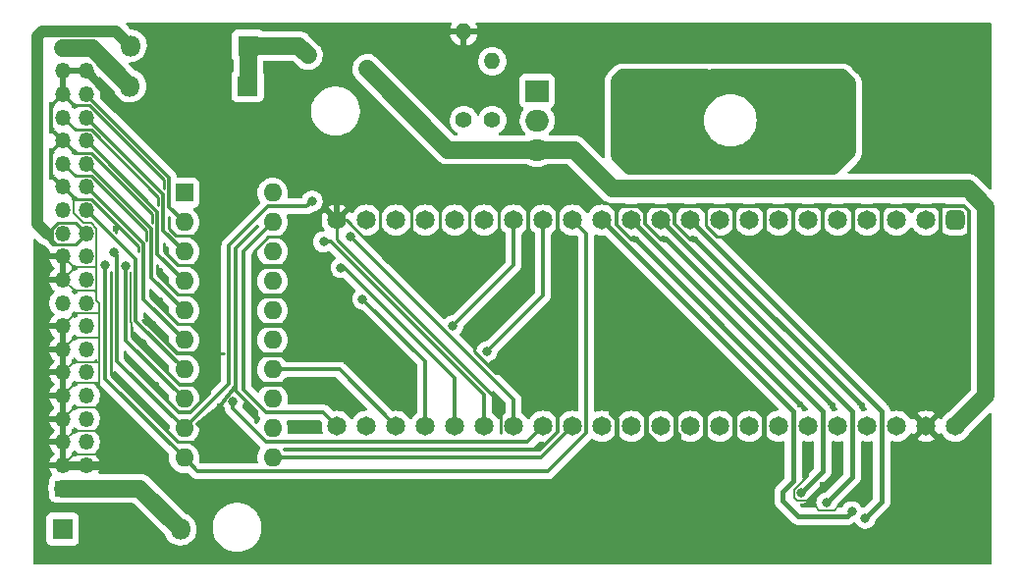
<source format=gbr>
%TF.GenerationSoftware,KiCad,Pcbnew,(6.0.2)*%
%TF.CreationDate,2022-04-05T12:30:50-06:00*%
%TF.ProjectId,PowerBook_F4Lite_THTV1,506f7765-7242-46f6-9f6b-5f46344c6974,rev?*%
%TF.SameCoordinates,Original*%
%TF.FileFunction,Copper,L2,Bot*%
%TF.FilePolarity,Positive*%
%FSLAX46Y46*%
G04 Gerber Fmt 4.6, Leading zero omitted, Abs format (unit mm)*
G04 Created by KiCad (PCBNEW (6.0.2)) date 2022-04-05 12:30:50*
%MOMM*%
%LPD*%
G01*
G04 APERTURE LIST*
G04 Aperture macros list*
%AMRoundRect*
0 Rectangle with rounded corners*
0 $1 Rounding radius*
0 $2 $3 $4 $5 $6 $7 $8 $9 X,Y pos of 4 corners*
0 Add a 4 corners polygon primitive as box body*
4,1,4,$2,$3,$4,$5,$6,$7,$8,$9,$2,$3,0*
0 Add four circle primitives for the rounded corners*
1,1,$1+$1,$2,$3*
1,1,$1+$1,$4,$5*
1,1,$1+$1,$6,$7*
1,1,$1+$1,$8,$9*
0 Add four rect primitives between the rounded corners*
20,1,$1+$1,$2,$3,$4,$5,0*
20,1,$1+$1,$4,$5,$6,$7,0*
20,1,$1+$1,$6,$7,$8,$9,0*
20,1,$1+$1,$8,$9,$2,$3,0*%
G04 Aperture macros list end*
%TA.AperFunction,ComponentPad*%
%ADD10O,1.350000X1.350000*%
%TD*%
%TA.AperFunction,ComponentPad*%
%ADD11R,1.350000X1.350000*%
%TD*%
%TA.AperFunction,ComponentPad*%
%ADD12O,1.800000X1.800000*%
%TD*%
%TA.AperFunction,ComponentPad*%
%ADD13R,1.800000X1.800000*%
%TD*%
%TA.AperFunction,ComponentPad*%
%ADD14C,1.650000*%
%TD*%
%TA.AperFunction,ComponentPad*%
%ADD15RoundRect,0.412500X-0.412500X0.412500X-0.412500X-0.412500X0.412500X-0.412500X0.412500X0.412500X0*%
%TD*%
%TA.AperFunction,ComponentPad*%
%ADD16C,1.270000*%
%TD*%
%TA.AperFunction,ComponentPad*%
%ADD17O,1.400000X1.400000*%
%TD*%
%TA.AperFunction,ComponentPad*%
%ADD18C,1.400000*%
%TD*%
%TA.AperFunction,ComponentPad*%
%ADD19O,1.600000X1.600000*%
%TD*%
%TA.AperFunction,ComponentPad*%
%ADD20R,1.600000X1.600000*%
%TD*%
%TA.AperFunction,ComponentPad*%
%ADD21O,2.000000X1.905000*%
%TD*%
%TA.AperFunction,ComponentPad*%
%ADD22R,2.000000X1.905000*%
%TD*%
%TA.AperFunction,ViaPad*%
%ADD23C,0.800000*%
%TD*%
%TA.AperFunction,ViaPad*%
%ADD24C,0.600000*%
%TD*%
%TA.AperFunction,Conductor*%
%ADD25C,0.330000*%
%TD*%
%TA.AperFunction,Conductor*%
%ADD26C,1.000000*%
%TD*%
%TA.AperFunction,Conductor*%
%ADD27C,0.250000*%
%TD*%
%TA.AperFunction,Conductor*%
%ADD28C,0.500000*%
%TD*%
%TA.AperFunction,Conductor*%
%ADD29C,0.450000*%
%TD*%
%TA.AperFunction,Conductor*%
%ADD30C,0.200000*%
%TD*%
%TA.AperFunction,Conductor*%
%ADD31C,0.140000*%
%TD*%
%TA.AperFunction,Conductor*%
%ADD32C,0.220000*%
%TD*%
%TA.AperFunction,Conductor*%
%ADD33C,0.750000*%
%TD*%
%TA.AperFunction,Conductor*%
%ADD34C,1.500000*%
%TD*%
G04 APERTURE END LIST*
D10*
%TO.P,J2,NC*%
%TO.N,N/C*%
X68232020Y-84892940D03*
%TO.P,J2,40*%
%TO.N,Net-(D3-Pad2)*%
X70232020Y-62892940D03*
%TO.P,J2,39*%
X68232020Y-62892940D03*
%TO.P,J2,38*%
%TO.N,GND*%
X70232020Y-64892940D03*
%TO.P,J2,37*%
X68232020Y-64892940D03*
%TO.P,J2,36*%
%TO.N,REQ*%
X70232020Y-66892940D03*
%TO.P,J2,35*%
%TO.N,GND*%
X68232020Y-66892940D03*
%TO.P,J2,34*%
%TO.N,C_D*%
X70232020Y-68892940D03*
%TO.P,J2,33*%
%TO.N,I_O*%
X68232020Y-68892940D03*
%TO.P,J2,32*%
%TO.N,SEL*%
X70232020Y-70892940D03*
%TO.P,J2,31*%
%TO.N,GND*%
X68232020Y-70892940D03*
%TO.P,J2,30*%
%TO.N,MSG*%
X70232020Y-72892940D03*
%TO.P,J2,29*%
%TO.N,RST*%
X68232020Y-72892940D03*
%TO.P,J2,28*%
%TO.N,ACK*%
X70232020Y-74892940D03*
%TO.P,J2,27*%
%TO.N,GND*%
X68232020Y-74892940D03*
%TO.P,J2,26*%
%TO.N,BSY*%
X70232020Y-76892940D03*
%TO.P,J2,25*%
%TO.N,ATN*%
X68232020Y-76892940D03*
%TO.P,J2,24*%
%TO.N,Net-(D1-Pad2)*%
X70232020Y-78892940D03*
%TO.P,J2,23*%
%TO.N,GND*%
X68232020Y-78892940D03*
%TO.P,J2,22*%
%TO.N,DBParity*%
X70232020Y-80892940D03*
%TO.P,J2,21*%
%TO.N,GND*%
X68232020Y-80892940D03*
%TO.P,J2,20*%
%TO.N,DB7*%
X70232020Y-82892940D03*
%TO.P,J2,19*%
%TO.N,GND*%
X68232020Y-82892940D03*
%TO.P,J2,18*%
%TO.N,DB6*%
X70232020Y-84892940D03*
%TO.P,J2,16*%
%TO.N,DB5*%
X70232020Y-86892940D03*
%TO.P,J2,15*%
%TO.N,GND*%
X68232020Y-86892940D03*
%TO.P,J2,14*%
%TO.N,DB4*%
X70232020Y-88892940D03*
%TO.P,J2,13*%
%TO.N,GND*%
X68232020Y-88892940D03*
%TO.P,J2,12*%
%TO.N,DB3*%
X70232020Y-90892940D03*
%TO.P,J2,11*%
%TO.N,GND*%
X68232020Y-90892940D03*
%TO.P,J2,10*%
%TO.N,DB2*%
X70232020Y-92892940D03*
%TO.P,J2,9*%
%TO.N,GND*%
X68232020Y-92892940D03*
%TO.P,J2,8*%
%TO.N,DB1*%
X70232020Y-94892940D03*
%TO.P,J2,7*%
%TO.N,GND*%
X68232020Y-94892940D03*
%TO.P,J2,6*%
%TO.N,DB0*%
X70232020Y-96892940D03*
%TO.P,J2,5*%
%TO.N,GND*%
X68232020Y-96892940D03*
%TO.P,J2,4*%
X70232020Y-98892940D03*
%TO.P,J2,3*%
X68232020Y-98892940D03*
%TO.P,J2,2*%
%TO.N,Net-(D2-Pad2)*%
X70232020Y-100892940D03*
D11*
%TO.P,J2,1*%
X68232020Y-100892940D03*
%TD*%
D12*
%TO.P,D3,2*%
%TO.N,Net-(D3-Pad2)*%
X74013060Y-66179700D03*
D13*
%TO.P,D3,1*%
%TO.N,Net-(D1-Pad1)*%
X84173060Y-66179700D03*
%TD*%
D12*
%TO.P,D2,2*%
%TO.N,Net-(D2-Pad2)*%
X78356460Y-104406700D03*
D13*
%TO.P,D2,1*%
%TO.N,Net-(D1-Pad1)*%
X68196460Y-104406700D03*
%TD*%
D12*
%TO.P,D1,2*%
%TO.N,Net-(D1-Pad2)*%
X74058780Y-62720220D03*
D13*
%TO.P,D1,1*%
%TO.N,Net-(D1-Pad1)*%
X84218780Y-62720220D03*
%TD*%
D14*
%TO.P,U3,44*%
%TO.N,+5V*%
X145211800Y-95519240D03*
%TO.P,U3,43*%
%TO.N,GND*%
X142671800Y-95519240D03*
%TO.P,U3,42*%
%TO.N,3v3*%
X140131800Y-95519240D03*
%TO.P,U3,41*%
%TO.N,Net-(U3-Pad41)*%
X137591800Y-95519240D03*
%TO.P,U3,40*%
%TO.N,Net-(U3-Pad40)*%
X135051800Y-95519240D03*
%TO.P,U3,39*%
%TO.N,Net-(U3-Pad39)*%
X132511800Y-95519240D03*
%TO.P,U3,38*%
%TO.N,Net-(U3-Pad38)*%
X129971800Y-95519240D03*
%TO.P,U3,37*%
%TO.N,DB7*%
X127431800Y-95519240D03*
%TO.P,U3,36*%
%TO.N,DB6*%
X124891800Y-95519240D03*
%TO.P,U3,35*%
%TO.N,DB5*%
X122351800Y-95519240D03*
%TO.P,U3,34*%
%TO.N,DB4*%
X119811800Y-95519240D03*
%TO.P,U3,33*%
%TO.N,DB2*%
X117271800Y-95519240D03*
%TO.P,U3,32*%
%TO.N,DB1*%
X114731800Y-95519240D03*
%TO.P,U3,31*%
%TO.N,DB0*%
X112191800Y-95519240D03*
%TO.P,U3,30*%
%TO.N,I_O*%
X109651800Y-95519240D03*
%TO.P,U3,29*%
%TO.N,REQ*%
X107111800Y-95519240D03*
%TO.P,U3,28*%
%TO.N,C_D*%
X104571800Y-95519240D03*
%TO.P,U3,27*%
%TO.N,SEL*%
X102031800Y-95519240D03*
%TO.P,U3,26*%
%TO.N,MSG*%
X99491800Y-95519240D03*
%TO.P,U3,25*%
%TO.N,DB3*%
X96951800Y-95519240D03*
%TO.P,U3,24*%
%TO.N,Net-(U3-Pad24)*%
X94411800Y-95519240D03*
%TO.P,U3,23*%
%TO.N,DBParity*%
X91871800Y-95519240D03*
%TO.P,U3,22*%
%TO.N,GND*%
X91871800Y-77739240D03*
%TO.P,U3,21*%
%TO.N,RST*%
X94411800Y-77739240D03*
%TO.P,U3,20*%
%TO.N,Net-(U3-Pad20)*%
X96951800Y-77739240D03*
%TO.P,U3,19*%
%TO.N,Net-(U3-Pad19)*%
X99491800Y-77739240D03*
%TO.P,U3,18*%
%TO.N,Net-(U3-Pad18)*%
X102031800Y-77739240D03*
%TO.P,U3,17*%
%TO.N,Net-(U3-Pad17)*%
X104571800Y-77739240D03*
%TO.P,U3,16*%
%TO.N,ACK*%
X107111800Y-77739240D03*
%TO.P,U3,15*%
%TO.N,BSY*%
X109651800Y-77739240D03*
%TO.P,U3,14*%
%TO.N,ATN*%
X112191800Y-77739240D03*
%TO.P,U3,13*%
%TO.N,MOSI*%
X114731800Y-77739240D03*
%TO.P,U3,12*%
%TO.N,MISO*%
X117271800Y-77739240D03*
%TO.P,U3,11*%
%TO.N,SD_CLK*%
X119811800Y-77739240D03*
%TO.P,U3,10*%
%TO.N,SD_CD*%
X122351800Y-77739240D03*
%TO.P,U3,9*%
%TO.N,Net-(U3-Pad9)*%
X124891800Y-77739240D03*
%TO.P,U3,8*%
%TO.N,Net-(U3-Pad8)*%
X127431800Y-77739240D03*
%TO.P,U3,7*%
%TO.N,Net-(U3-Pad7)*%
X129971800Y-77739240D03*
%TO.P,U3,6*%
%TO.N,Net-(U3-Pad6)*%
X132511800Y-77739240D03*
%TO.P,U3,5*%
%TO.N,Net-(U3-Pad5)*%
X135051800Y-77739240D03*
%TO.P,U3,4*%
%TO.N,Net-(U3-Pad4)*%
X137591800Y-77739240D03*
%TO.P,U3,3*%
%TO.N,Net-(U3-Pad3)*%
X140131800Y-77739240D03*
%TO.P,U3,2*%
%TO.N,Net-(U3-Pad2)*%
X142671800Y-77739240D03*
D15*
%TO.P,U3,1*%
%TO.N,Net-(U3-Pad1)*%
X145211800Y-77739240D03*
%TD*%
D16*
%TO.P,F1,2*%
%TO.N,+5V*%
X94452440Y-64688720D03*
%TO.P,F1,1*%
%TO.N,Net-(D1-Pad1)*%
X89372440Y-63545720D03*
%TD*%
D17*
%TO.P,R1,2*%
%TO.N,GND*%
X102802594Y-61515792D03*
D18*
%TO.P,R1,1*%
%TO.N,Net-(C2-Pad1)*%
X102802594Y-69135792D03*
%TD*%
D19*
%TO.P,U2,20*%
%TO.N,VBUS*%
X86309200Y-75402440D03*
%TO.P,U2,10*%
%TO.N,ATN*%
X78689200Y-98262440D03*
%TO.P,U2,19*%
%TO.N,DBParity*%
X86309200Y-77942440D03*
%TO.P,U2,9*%
%TO.N,RST*%
X78689200Y-95722440D03*
%TO.P,U2,18*%
%TO.N,DB7*%
X86309200Y-80482440D03*
%TO.P,U2,8*%
%TO.N,I_O*%
X78689200Y-93182440D03*
%TO.P,U2,17*%
%TO.N,DB6*%
X86309200Y-83022440D03*
%TO.P,U2,7*%
%TO.N,BSY*%
X78689200Y-90642440D03*
%TO.P,U2,16*%
%TO.N,DB5*%
X86309200Y-85562440D03*
%TO.P,U2,6*%
%TO.N,ACK*%
X78689200Y-88102440D03*
%TO.P,U2,15*%
%TO.N,DB4*%
X86309200Y-88102440D03*
%TO.P,U2,5*%
%TO.N,MSG*%
X78689200Y-85562440D03*
%TO.P,U2,14*%
%TO.N,DB3*%
X86309200Y-90642440D03*
%TO.P,U2,4*%
%TO.N,SEL*%
X78689200Y-83022440D03*
%TO.P,U2,13*%
%TO.N,DB2*%
X86309200Y-93182440D03*
%TO.P,U2,3*%
%TO.N,C_D*%
X78689200Y-80482440D03*
%TO.P,U2,12*%
%TO.N,DB1*%
X86309200Y-95722440D03*
%TO.P,U2,2*%
%TO.N,REQ*%
X78689200Y-77942440D03*
%TO.P,U2,11*%
%TO.N,DB0*%
X86309200Y-98262440D03*
D20*
%TO.P,U2,1*%
%TO.N,VBUS*%
X78689200Y-75402440D03*
%TD*%
D21*
%TO.P,U1,3*%
%TO.N,+5V*%
X109134815Y-71688493D03*
%TO.P,U1,2*%
%TO.N,VBUS*%
X109134815Y-69148493D03*
D22*
%TO.P,U1,1*%
%TO.N,Net-(C2-Pad1)*%
X109134815Y-66608493D03*
%TD*%
D17*
%TO.P,R2,2*%
%TO.N,Net-(C2-Pad1)*%
X105261315Y-64055793D03*
D18*
%TO.P,R2,1*%
%TO.N,VBUS*%
X105261315Y-69135793D03*
%TD*%
D23*
%TO.N,GND*%
X84998560Y-69321680D03*
X83779360Y-69321680D03*
X75984100Y-70497700D03*
X77624940Y-71737220D03*
X79621380Y-71704200D03*
X127205740Y-99794060D03*
X127203200Y-101963220D03*
X147563840Y-106669840D03*
D24*
X88638380Y-88788240D03*
X87861140Y-81170780D03*
X87805260Y-83708240D03*
X97061020Y-91831160D03*
X88988900Y-91831160D03*
X80876140Y-91295220D03*
X80853280Y-89908380D03*
X80756760Y-87398860D03*
X80779620Y-84869020D03*
X80863440Y-82349340D03*
X80863440Y-79789020D03*
X131846320Y-93670120D03*
X134564120Y-93705680D03*
X137111740Y-93743780D03*
X117635020Y-79418180D03*
X120238520Y-79438500D03*
X122730260Y-79418180D03*
X137383520Y-101312980D03*
X133786880Y-100568760D03*
X132471160Y-97312480D03*
X108374180Y-75989180D03*
X113474500Y-76205080D03*
X80881220Y-98209100D03*
X84119720Y-98209100D03*
X96866570Y-81347450D03*
X106066450Y-81347450D03*
X101576361Y-84608179D03*
X103724850Y-87237430D03*
X108273710Y-81347450D03*
X110831630Y-79002890D03*
X107327700Y-89931240D03*
X111533940Y-89969340D03*
X81130140Y-95735140D03*
X82649060Y-95737680D03*
X110919260Y-94155260D03*
X108397040Y-94068900D03*
X98231960Y-94155260D03*
X118550204Y-90494336D03*
X117366038Y-91759782D03*
X119812286Y-89123034D03*
X111765080Y-81592420D03*
X111765080Y-84198460D03*
X110659401Y-86772259D03*
X109287801Y-86772259D03*
X81808320Y-93850460D03*
X72975721Y-98392999D03*
X74688700Y-98402140D03*
X73441560Y-95826580D03*
X89855819Y-95264461D03*
X88374220Y-95948500D03*
X66377820Y-106657140D03*
X99268280Y-63207900D03*
X97315020Y-64996060D03*
X89087960Y-72229980D03*
X95746570Y-76102210D03*
X95801180Y-79159100D03*
X87215980Y-101099620D03*
X115155980Y-100121720D03*
X104841508Y-61437052D03*
X100959920Y-61379100D03*
D23*
X135028940Y-97302320D03*
X137576560Y-97289620D03*
X75107800Y-88404700D03*
D24*
X76260739Y-91957939D03*
X77167740Y-95618300D03*
X76004420Y-86667340D03*
X76635610Y-84684870D03*
X76645770Y-82094070D03*
X72826111Y-78509629D03*
X82077560Y-77122020D03*
D23*
%TO.N,VBUS*%
X123606560Y-65493900D03*
X127414020Y-65519300D03*
X123576080Y-73101200D03*
X127398780Y-73088500D03*
X122501660Y-69232780D03*
%TO.N,ATN*%
X71899780Y-81605120D03*
%TO.N,BSY*%
X104787700Y-89082880D03*
%TO.N,ACK*%
X101851460Y-86862920D03*
%TO.N,RST*%
X72605900Y-80505300D03*
X89722960Y-76106020D03*
%TO.N,MSG*%
X94079060Y-84554060D03*
%TO.N,SEL*%
X92215338Y-81849598D03*
%TO.N,C_D*%
X90718640Y-79620110D03*
%TO.N,REQ*%
X93032580Y-79176242D03*
%TO.N,I_O*%
X73652380Y-81706720D03*
X82882740Y-93362780D03*
%TO.N,SD_CD*%
X137419080Y-103459280D03*
%TO.N,SD_CLK*%
X134106920Y-102135940D03*
%TO.N,MISO*%
X131909820Y-101279960D03*
%TO.N,MOSI*%
X136268460Y-102908100D03*
%TD*%
D25*
%TO.N,GND*%
X82407540Y-71833520D02*
X83776380Y-70464680D01*
X83776380Y-70464680D02*
X85067140Y-70464680D01*
D26*
X85205010Y-69321680D02*
X83779360Y-69321680D01*
D25*
X78189040Y-71833520D02*
X80139760Y-71833520D01*
X80139760Y-71833520D02*
X82407540Y-71833520D01*
D27*
X80139760Y-71833520D02*
X80139760Y-72545160D01*
X80139760Y-72545160D02*
X82077560Y-74482960D01*
X78184978Y-94343220D02*
X73517760Y-89676002D01*
X73517760Y-89676002D02*
X73517760Y-89047320D01*
X78304358Y-91922600D02*
X74155300Y-87773542D01*
X74155300Y-87773542D02*
X74155300Y-86969600D01*
X78020738Y-89281000D02*
X75092560Y-86352822D01*
X78149199Y-86687441D02*
X75778360Y-84316602D01*
X79804260Y-87271860D02*
X79219841Y-86687441D01*
X79219841Y-86687441D02*
X78149199Y-86687441D01*
X75778360Y-84316602D02*
X75778360Y-83703160D01*
X80139760Y-71833520D02*
X80139760Y-73578940D01*
X80139760Y-73578940D02*
X80863440Y-74302620D01*
X78149199Y-84147441D02*
X76352400Y-82350642D01*
X80863440Y-83517740D02*
X80233739Y-84147441D01*
X80233739Y-84147441D02*
X78149199Y-84147441D01*
X76352400Y-82350642D02*
X76352400Y-81653380D01*
X80863440Y-74302620D02*
X80863440Y-79789020D01*
X78149199Y-81607441D02*
X76969620Y-80427862D01*
X80345280Y-81066640D02*
X79804479Y-81607441D01*
X79804479Y-81607441D02*
X78149199Y-81607441D01*
X76969620Y-80427862D02*
X76969620Y-79722980D01*
X82077560Y-78209140D02*
X80789780Y-78209140D01*
X82077560Y-74482960D02*
X82077560Y-77122020D01*
X77391050Y-78483250D02*
X77391049Y-77464071D01*
X80789780Y-78209140D02*
X79931479Y-79067441D01*
X77975241Y-79067441D02*
X77391050Y-78483250D01*
X79931479Y-79067441D02*
X77975241Y-79067441D01*
D28*
X84998560Y-69321680D02*
X87091520Y-69321680D01*
X91871800Y-74101960D02*
X91871800Y-77739240D01*
X87091520Y-69321680D02*
X91871800Y-74101960D01*
D27*
X72397369Y-89100911D02*
X72397369Y-82229960D01*
X72397370Y-89377270D02*
X72389790Y-89369690D01*
X72397370Y-91095612D02*
X72397370Y-89377270D01*
X72389790Y-89108490D02*
X72397369Y-89100911D01*
X78149199Y-96847441D02*
X72397370Y-91095612D01*
X82077560Y-94787720D02*
X81130140Y-95735140D01*
X80017839Y-96847441D02*
X78149199Y-96847441D01*
X72389790Y-89369690D02*
X72389790Y-89108490D01*
D29*
X128681801Y-98317999D02*
X128681801Y-93218321D01*
X127205740Y-99794060D02*
X128681801Y-98317999D01*
X128681801Y-93218321D02*
X115483640Y-80020160D01*
X115483640Y-80020160D02*
X115483640Y-94421078D01*
X115981801Y-94919239D02*
X115981801Y-97124199D01*
X115483640Y-94421078D02*
X115981801Y-94919239D01*
X118521801Y-96096141D02*
X118521801Y-94696601D01*
X121061801Y-96079243D02*
X121061801Y-94551821D01*
X121269760Y-96287202D02*
X121061801Y-96079243D01*
X121269760Y-98844100D02*
X121269760Y-96287202D01*
X121269760Y-98844100D02*
X118521801Y-96096141D01*
X122219720Y-99794060D02*
X121269760Y-98844100D01*
X123342400Y-99794060D02*
X123634500Y-99501960D01*
X123342400Y-99794060D02*
X122219720Y-99794060D01*
X123601801Y-95712601D02*
X123601801Y-94498481D01*
X123634500Y-99501960D02*
X123634500Y-95745300D01*
X123634500Y-95745300D02*
X123601801Y-95712601D01*
X126141801Y-96119241D02*
X126141801Y-94409581D01*
X126116080Y-99794060D02*
X126116080Y-96144962D01*
X126116080Y-96144962D02*
X126141801Y-96119241D01*
X126116080Y-99794060D02*
X123342400Y-99794060D01*
X127205740Y-99794060D02*
X126116080Y-99794060D01*
D27*
X80863440Y-82349340D02*
X80863440Y-83517740D01*
X80863440Y-79789020D02*
X80863440Y-82349340D01*
X82077560Y-77122020D02*
X82077560Y-78209140D01*
D29*
X122786140Y-79418180D02*
X122730260Y-79418180D01*
X137111740Y-93743780D02*
X122786140Y-79418180D01*
X120296940Y-79438500D02*
X120238520Y-79438500D01*
X134564120Y-93705680D02*
X120296940Y-79438500D01*
X117635020Y-79458820D02*
X117635020Y-79418180D01*
X131846320Y-93670120D02*
X117635020Y-79458820D01*
D25*
X121001801Y-77168039D02*
X120383001Y-76549239D01*
X121001801Y-78094841D02*
X121001801Y-77168039D01*
X122730260Y-79418180D02*
X122325140Y-79418180D01*
X122325140Y-79418180D02*
X121001801Y-78094841D01*
X117843001Y-76549239D02*
X117621061Y-76549239D01*
X119805460Y-79438500D02*
X118461801Y-78094841D01*
X118461801Y-77168039D02*
X117843001Y-76549239D01*
X117621061Y-76549239D02*
X115853221Y-76549239D01*
X118461801Y-78094841D02*
X118461801Y-77168039D01*
X120238520Y-79438500D02*
X119805460Y-79438500D01*
X120383001Y-76549239D02*
X117621061Y-76549239D01*
X117245140Y-79418180D02*
X115999260Y-78172300D01*
X117635020Y-79418180D02*
X117245140Y-79418180D01*
X115999260Y-78172300D02*
X115999260Y-76794360D01*
X146401810Y-77004682D02*
X146401810Y-79089230D01*
X145946367Y-76549239D02*
X146401810Y-77004682D01*
X146401810Y-79089230D02*
X146276060Y-79214980D01*
X143877041Y-76549239D02*
X143877041Y-79485501D01*
X143877041Y-76549239D02*
X145946367Y-76549239D01*
X141235419Y-76549239D02*
X141401800Y-76715620D01*
X141235419Y-76549239D02*
X143877041Y-76549239D01*
X138753839Y-76549239D02*
X138813540Y-76608940D01*
X138753839Y-76549239D02*
X141235419Y-76549239D01*
X138813540Y-76608940D02*
X138813540Y-78793340D01*
X136343401Y-76549239D02*
X136343401Y-78982559D01*
X136343401Y-76549239D02*
X138753839Y-76549239D01*
X133732259Y-76549239D02*
X133732259Y-79609961D01*
X133732259Y-76549239D02*
X136343401Y-76549239D01*
X131253219Y-76549239D02*
X133732259Y-76549239D01*
X131253219Y-76549239D02*
X131253219Y-79330561D01*
X128746261Y-76549239D02*
X128746261Y-78797139D01*
X128746261Y-76549239D02*
X131253219Y-76549239D01*
X126119879Y-76549239D02*
X126119879Y-79061299D01*
X126119879Y-76549239D02*
X128746261Y-76549239D01*
D27*
X123691661Y-76549239D02*
X123691661Y-78241103D01*
D25*
X123691661Y-76549239D02*
X126119879Y-76549239D01*
D27*
X123691661Y-78241103D02*
X124584258Y-79133700D01*
D25*
X120383001Y-76549239D02*
X123691661Y-76549239D01*
D27*
X124584258Y-79133700D02*
X125232160Y-79133700D01*
D30*
X133786880Y-100568760D02*
X132375679Y-101979961D01*
X132375679Y-101979961D02*
X131573819Y-101979961D01*
X133786880Y-100568760D02*
X134965440Y-99390200D01*
X134965440Y-99390200D02*
X134965440Y-97325180D01*
X137383520Y-101312980D02*
X137383520Y-97035620D01*
X132471160Y-97312480D02*
X132471160Y-99700080D01*
X132471160Y-99700080D02*
X132036820Y-100134420D01*
D25*
X83097580Y-92063607D02*
X83097580Y-80179404D01*
X79854201Y-95306985D02*
X81808320Y-93850460D01*
X84119720Y-98209100D02*
X82756316Y-98209100D01*
X82756316Y-98209100D02*
X79854201Y-95306985D01*
X83097580Y-80179404D02*
X84983672Y-78293312D01*
X83097580Y-92445418D02*
X84881720Y-94229558D01*
X83097580Y-92063607D02*
X83097580Y-92445418D01*
X84881720Y-94229558D02*
X84881720Y-95214440D01*
X79248401Y-94347441D02*
X78184978Y-94347441D01*
X80876140Y-91295220D02*
X80876140Y-92719702D01*
X80876140Y-92719702D02*
X79248401Y-94347441D01*
X80248760Y-91922600D02*
X78304358Y-91922600D01*
X80876140Y-91295220D02*
X80248760Y-91922600D01*
X75276710Y-86414152D02*
X78143558Y-89281000D01*
D27*
X82077560Y-89281000D02*
X79928720Y-89281000D01*
D25*
X78143558Y-89281000D02*
X79928720Y-89281000D01*
D27*
X79928720Y-89281000D02*
X78020738Y-89281000D01*
D25*
X106066450Y-81347450D02*
X97326590Y-81347450D01*
X97326590Y-81347450D02*
X96866570Y-81347450D01*
X108273710Y-81347450D02*
X108273710Y-82889230D01*
X103925510Y-87237430D02*
X103724850Y-87237430D01*
X108273710Y-82889230D02*
X103925510Y-87237430D01*
X110831630Y-86203790D02*
X106116120Y-90919300D01*
X110831630Y-79002890D02*
X110831630Y-86203790D01*
X111765080Y-79936340D02*
X110831630Y-79002890D01*
X111765080Y-91831160D02*
X111765080Y-84198460D01*
X108374180Y-81246980D02*
X108273710Y-81347450D01*
X108374180Y-75989180D02*
X108374180Y-81246980D01*
X113474500Y-76205080D02*
X110921800Y-76205080D01*
X110921800Y-78912720D02*
X110831630Y-79002890D01*
X110921800Y-76205080D02*
X110921800Y-78912720D01*
D27*
X105551118Y-90919300D02*
X106116120Y-90919300D01*
X103724850Y-89093032D02*
X105551118Y-90919300D01*
X103724850Y-87237430D02*
X103724850Y-89093032D01*
X96866570Y-81347450D02*
X96866570Y-80224490D01*
X95561801Y-78919721D02*
X95561801Y-76589239D01*
X96866570Y-80224490D02*
X95801180Y-79159100D01*
X96866570Y-81347450D02*
X96866570Y-80509250D01*
X96866570Y-80509250D02*
X98247200Y-79128620D01*
X98247200Y-79128620D02*
X98247200Y-76471780D01*
X96866570Y-81347450D02*
X98507410Y-81347450D01*
X98507410Y-81347450D02*
X100771960Y-79082900D01*
X100771960Y-79082900D02*
X100771960Y-76761340D01*
X101576361Y-84608179D02*
X101576361Y-81290939D01*
X101576361Y-81290939D02*
X103294180Y-79573120D01*
X103294180Y-79573120D02*
X103294180Y-76626720D01*
X106066450Y-81347450D02*
X106066450Y-79155150D01*
X106066450Y-79155150D02*
X105816400Y-78905100D01*
X105816400Y-78905100D02*
X105816400Y-76715620D01*
X92668580Y-77739240D02*
X91871800Y-77739240D01*
X96276790Y-81347450D02*
X92668580Y-77739240D01*
X96866570Y-81347450D02*
X96276790Y-81347450D01*
X91871800Y-77739240D02*
X91871800Y-79449102D01*
X105961799Y-93539101D02*
X105961799Y-96065959D01*
X91871800Y-79449102D02*
X105961799Y-93539101D01*
X81130140Y-95735140D02*
X80017839Y-96847441D01*
D25*
X111765080Y-81592420D02*
X111765080Y-79936340D01*
X111765080Y-84198460D02*
X111765080Y-81592420D01*
X81808320Y-93850460D02*
X83097580Y-92063607D01*
X74918841Y-88392999D02*
X74302620Y-87776778D01*
X74302620Y-87776778D02*
X74302620Y-87530940D01*
X110919260Y-96012982D02*
X109355602Y-97576640D01*
X110919260Y-94155260D02*
X110919260Y-96012982D01*
X109355602Y-97576640D02*
X87358220Y-97576640D01*
X89855819Y-95264461D02*
X88786479Y-95264461D01*
X88374220Y-95676720D02*
X88374220Y-95948500D01*
X88786479Y-95264461D02*
X88374220Y-95676720D01*
D29*
X86933482Y-91831160D02*
X88988900Y-91831160D01*
X86897201Y-91867441D02*
X86933482Y-91831160D01*
X85255821Y-91867441D02*
X86897201Y-91867441D01*
X84612480Y-91224100D02*
X85255821Y-91867441D01*
X88638380Y-87175340D02*
X88250481Y-86787441D01*
X88638380Y-88788240D02*
X88638380Y-87175340D01*
X88250481Y-86787441D02*
X84851961Y-86787441D01*
X84851961Y-86787441D02*
X84612480Y-87026922D01*
X84612480Y-87026922D02*
X84612480Y-91224100D01*
X88099179Y-89327441D02*
X84886079Y-89327441D01*
X88638380Y-88788240D02*
X88099179Y-89327441D01*
X84612480Y-87026922D02*
X84612480Y-84411820D01*
X84776859Y-84247441D02*
X87139059Y-84247441D01*
X84612480Y-84411820D02*
X84776859Y-84247441D01*
X87678260Y-83708240D02*
X87805260Y-83708240D01*
X87139059Y-84247441D02*
X87678260Y-83708240D01*
X84612480Y-84411820D02*
X84612480Y-82128360D01*
X87324479Y-81707441D02*
X87861140Y-81170780D01*
X85033399Y-81707441D02*
X87324479Y-81707441D01*
X84612480Y-82128360D02*
X85033399Y-81707441D01*
D27*
X84612480Y-80514158D02*
X85914198Y-79212440D01*
X84612480Y-82128360D02*
X84612480Y-80514158D01*
X85914198Y-79212440D02*
X87086440Y-79212440D01*
X95801180Y-79159100D02*
X95561801Y-78919721D01*
D31*
X132471160Y-99801018D02*
X131271169Y-101001009D01*
X132471160Y-97312480D02*
X132471160Y-99801018D01*
D30*
X131573819Y-101979961D02*
X131271169Y-101677311D01*
D31*
X131271169Y-101001009D02*
X131271169Y-101677311D01*
D30*
X134965440Y-97325180D02*
X134965440Y-96987360D01*
X137383520Y-97035620D02*
X137383520Y-97035620D01*
D31*
X136220200Y-101312980D02*
X135296910Y-102236270D01*
X137383520Y-101312980D02*
X136220200Y-101312980D01*
D30*
X135296910Y-102236270D02*
X135135620Y-102397560D01*
D31*
X134777239Y-102755941D02*
X133428981Y-102755941D01*
X135135620Y-102397560D02*
X134777239Y-102755941D01*
X133428981Y-102755941D02*
X133126480Y-102453440D01*
X74155300Y-86653026D02*
X74037390Y-86535116D01*
X74155300Y-86969600D02*
X74155300Y-86653026D01*
X74037390Y-86535116D02*
X74037390Y-82239312D01*
X74037390Y-82239312D02*
X74083241Y-82193461D01*
D32*
X68232020Y-74892940D02*
X69297019Y-75957939D01*
X69297019Y-75957939D02*
X70680821Y-75957939D01*
X74713270Y-79990388D02*
X74713270Y-80428316D01*
X68232020Y-70892940D02*
X69297019Y-71957939D01*
X69297019Y-71957939D02*
X70680821Y-71957939D01*
X75946021Y-77223139D02*
X75946021Y-78005887D01*
X69167021Y-67827941D02*
X70517605Y-67827941D01*
X68232020Y-66892940D02*
X69167021Y-67827941D01*
X76951840Y-74262176D02*
X76951840Y-75011706D01*
X70517605Y-67827941D02*
X76951840Y-74262176D01*
X76951840Y-75011706D02*
X76956040Y-75015906D01*
D33*
X70232020Y-64892940D02*
X71856600Y-66517520D01*
X72475780Y-98892940D02*
X72975721Y-98392999D01*
X68232020Y-98892940D02*
X72475780Y-98892940D01*
D31*
X73441560Y-95826580D02*
X73441560Y-94127320D01*
X73441560Y-94127320D02*
X71361300Y-92047060D01*
X69127021Y-77112543D02*
X69127021Y-75787941D01*
X70007718Y-77993240D02*
X69127021Y-77112543D01*
X69127021Y-75787941D02*
X68232020Y-74892940D01*
X70656922Y-77993240D02*
X70007718Y-77993240D01*
X71127021Y-78463339D02*
X70656922Y-77993240D01*
X71361300Y-84942680D02*
X71127021Y-84708401D01*
X69175939Y-81836859D02*
X71127021Y-81836859D01*
X68232020Y-80892940D02*
X69175939Y-81836859D01*
X71127021Y-81836859D02*
X71127021Y-78463339D01*
X69175939Y-81949021D02*
X69175939Y-81836859D01*
X68232020Y-82892940D02*
X69175939Y-81949021D01*
X68232020Y-82892940D02*
X69200319Y-83861239D01*
X71127021Y-84708401D02*
X71127021Y-83861239D01*
X69200319Y-83861239D02*
X71127021Y-83861239D01*
X71127021Y-83861239D02*
X71127021Y-81836859D01*
X71278039Y-85787941D02*
X71361300Y-85704680D01*
X69337019Y-85787941D02*
X71278039Y-85787941D01*
X68232020Y-86892940D02*
X69337019Y-85787941D01*
X71361300Y-85704680D02*
X71361300Y-84942680D01*
X69200320Y-87924640D02*
X71361300Y-87924640D01*
X68232020Y-88892940D02*
X69200320Y-87924640D01*
X71361300Y-87924640D02*
X71361300Y-85704680D01*
X71231101Y-89997939D02*
X71361300Y-89867740D01*
X69127021Y-89997939D02*
X71231101Y-89997939D01*
X68232020Y-90892940D02*
X69127021Y-89997939D01*
X71361300Y-89867740D02*
X71361300Y-87924640D01*
X71287601Y-91787941D02*
X71361300Y-91861640D01*
X68232020Y-92892940D02*
X69337019Y-91787941D01*
X69337019Y-91787941D02*
X71287601Y-91787941D01*
X71361300Y-92047060D02*
X71361300Y-91861640D01*
X71361300Y-91861640D02*
X71361300Y-89867740D01*
X68232020Y-94892940D02*
X69244020Y-93880940D01*
X69244020Y-93880940D02*
X71391780Y-93880940D01*
X68232020Y-96892940D02*
X69206940Y-95918020D01*
X69206940Y-95918020D02*
X70871080Y-95918020D01*
X70871080Y-95918020D02*
X70873620Y-95920560D01*
X70873620Y-95920560D02*
X71498460Y-95920560D01*
X68232020Y-98892940D02*
X69192140Y-97932820D01*
X69192140Y-97932820D02*
X71180380Y-97932820D01*
D25*
X67242019Y-69902939D02*
X68232020Y-70892940D01*
X67242019Y-67882941D02*
X67242019Y-69902939D01*
X68232020Y-66892940D02*
X67242019Y-67882941D01*
X67242019Y-71882941D02*
X67242019Y-73902939D01*
X67242019Y-73902939D02*
X68232020Y-74892940D01*
X68232020Y-70892940D02*
X67242019Y-71882941D01*
D32*
X72826111Y-78103229D02*
X72826111Y-78509629D01*
X72826111Y-78103229D02*
X74713270Y-79990388D01*
X70680821Y-75957939D02*
X72826111Y-78103229D01*
X72826111Y-78509629D02*
X72826111Y-78847449D01*
X72870311Y-74147429D02*
X75946021Y-77223139D01*
X70680821Y-71957939D02*
X72870311Y-74147429D01*
D34*
%TO.N,VBUS*%
X116552980Y-65493900D02*
X116212620Y-65834260D01*
X117142260Y-73075800D02*
X134635240Y-73075800D01*
X116212620Y-72146160D02*
X117142260Y-73075800D01*
X134635240Y-73075800D02*
X135882380Y-71828660D01*
X135882380Y-71828660D02*
X135882380Y-66154300D01*
X116212620Y-65834260D02*
X116212620Y-72146160D01*
X123606560Y-65493900D02*
X116552980Y-65493900D01*
X135882380Y-66154300D02*
X135882380Y-66004440D01*
X135882380Y-66004440D02*
X135369300Y-65491360D01*
X135369300Y-65491360D02*
X124376180Y-65491360D01*
D26*
%TO.N,+5V*%
X109134815Y-71688493D02*
X109134815Y-71886613D01*
X109134815Y-71886613D02*
X109228873Y-71792554D01*
X109238876Y-71792554D02*
X109134815Y-71688493D01*
D34*
X109134815Y-71688493D02*
X104384847Y-71688493D01*
X147838510Y-92892530D02*
X145211800Y-95519240D01*
X112298013Y-71688493D02*
X115625880Y-75016360D01*
X109134815Y-71688493D02*
X112298013Y-71688493D01*
X115625880Y-75016360D02*
X146260820Y-75016360D01*
X146260820Y-75016360D02*
X147838510Y-76594050D01*
X147838510Y-76594050D02*
X147838510Y-92892530D01*
X101452213Y-71688493D02*
X104384847Y-71688493D01*
X94452440Y-64688720D02*
X101452213Y-71688493D01*
D25*
%TO.N,ATN*%
X71899780Y-91473020D02*
X78689200Y-98262440D01*
X71899780Y-81605120D02*
X71899780Y-91473020D01*
X110044801Y-99427441D02*
X79854201Y-99427441D01*
X113381801Y-96090441D02*
X110044801Y-99427441D01*
X79854201Y-99427441D02*
X78689200Y-98262440D01*
X113381801Y-78929241D02*
X113381801Y-96090441D01*
X112191800Y-77739240D02*
X113381801Y-78929241D01*
%TO.N,BSY*%
X74781002Y-86734242D02*
X78689200Y-90642440D01*
X74477880Y-86431120D02*
X74781002Y-86734242D01*
X109651800Y-77739240D02*
X109651800Y-84218780D01*
X109651800Y-84218780D02*
X104787700Y-89082880D01*
X104787700Y-89082880D02*
X104787700Y-89082880D01*
X70232020Y-76892940D02*
X74477880Y-81138800D01*
X74477880Y-81138800D02*
X74477880Y-81490820D01*
X74477880Y-81490820D02*
X74477880Y-86431120D01*
%TO.N,ACK*%
X75311012Y-84724252D02*
X78689200Y-88102440D01*
X75138280Y-84551520D02*
X75311012Y-84724252D01*
X107111800Y-77739240D02*
X107111800Y-81602580D01*
X107111800Y-81602580D02*
X101851460Y-86862920D01*
X101851460Y-86862920D02*
X101851460Y-86862920D01*
X70232020Y-74892940D02*
X75138280Y-79799200D01*
X75138280Y-80248760D02*
X75138280Y-80604360D01*
X75138280Y-79799200D02*
X75138280Y-80604360D01*
X75138280Y-80604360D02*
X75138280Y-84551520D01*
%TO.N,RST*%
X72887379Y-80786779D02*
X72605900Y-80505300D01*
X72887379Y-89920619D02*
X72887379Y-80786779D01*
X78689200Y-95722440D02*
X72887379Y-89920619D01*
X82567570Y-91844070D02*
X82567570Y-81368690D01*
X78689200Y-95722440D02*
X82567570Y-91844070D01*
X85959997Y-76567441D02*
X89261539Y-76567441D01*
X82567570Y-81368690D02*
X82567570Y-79959868D01*
X82567570Y-79959868D02*
X85959997Y-76567441D01*
X89261539Y-76567441D02*
X89722960Y-76106020D01*
X89722960Y-76106020D02*
X89796620Y-76032360D01*
D32*
X68232020Y-72892940D02*
X69297019Y-73957939D01*
X70680821Y-73957939D02*
X75416012Y-78693130D01*
X69297019Y-73957939D02*
X70680821Y-73957939D01*
X75416012Y-78693130D02*
X75416012Y-79475878D01*
D25*
%TO.N,MSG*%
X75841022Y-82714262D02*
X78689200Y-85562440D01*
X99491800Y-95519240D02*
X99491800Y-89966800D01*
X99491800Y-89966800D02*
X94079060Y-84554060D01*
X94079060Y-84554060D02*
X93964760Y-84439760D01*
X75841022Y-78501942D02*
X75841022Y-80014242D01*
X70232020Y-72892940D02*
X75841022Y-78501942D01*
X75841022Y-79757702D02*
X75841022Y-80014242D01*
X75841022Y-80014242D02*
X75841022Y-82714262D01*
%TO.N,SEL*%
X102031800Y-91374598D02*
X92506800Y-81849598D01*
X102031800Y-95519240D02*
X102031800Y-91374598D01*
X92506800Y-81849598D02*
X92215338Y-81849598D01*
X92215338Y-81849598D02*
X92215338Y-81849598D01*
X78689200Y-83022440D02*
X76371031Y-80704271D01*
X71421990Y-72082910D02*
X70232020Y-70892940D01*
X76371031Y-77031951D02*
X71421990Y-72082910D01*
X76371031Y-80704271D02*
X76371031Y-77031951D01*
%TO.N,C_D*%
X104571800Y-95519240D02*
X104571800Y-92842080D01*
X104571800Y-92842080D02*
X91349830Y-79620110D01*
X91349830Y-79620110D02*
X90718640Y-79620110D01*
X76901040Y-78694280D02*
X78689200Y-80482440D01*
X70232020Y-68892940D02*
X76901040Y-75561960D01*
X76901040Y-75561960D02*
X76901040Y-78694280D01*
%TO.N,REQ*%
X107111800Y-93255462D02*
X93032580Y-79176242D01*
X107111800Y-95519240D02*
X107111800Y-93255462D01*
X93032580Y-79176242D02*
X93032580Y-79176242D01*
X70232020Y-66941302D02*
X70232020Y-66892940D01*
X77381050Y-74090332D02*
X70232020Y-66941302D01*
X77381050Y-76634290D02*
X77381050Y-74090332D01*
X78689200Y-77942440D02*
X77381050Y-76634290D01*
%TO.N,I_O*%
X73652380Y-88145620D02*
X78689200Y-93182440D01*
X73652380Y-81706720D02*
X73652380Y-88145620D01*
X85749999Y-96887441D02*
X82882740Y-94020182D01*
X109651800Y-95519240D02*
X108283599Y-96887441D01*
X108283599Y-96887441D02*
X85749999Y-96887441D01*
X82882740Y-94020182D02*
X82882740Y-93362780D01*
X82882740Y-93362780D02*
X82882740Y-93362780D01*
D32*
X70680821Y-69957939D02*
X76476030Y-75753148D01*
X68232020Y-68892940D02*
X69297019Y-69957939D01*
X69297019Y-69957939D02*
X70680821Y-69957939D01*
X76476030Y-75753148D02*
X76476030Y-76438760D01*
D25*
%TO.N,DB0*%
X109448600Y-98262440D02*
X112191800Y-95519240D01*
X86309200Y-98262440D02*
X109448600Y-98262440D01*
%TO.N,SD_CD*%
X137419080Y-103459280D02*
X137419080Y-103459280D01*
X122351800Y-77739240D02*
X133861799Y-89249239D01*
D29*
X138841801Y-94229241D02*
X138841801Y-102036559D01*
X138841801Y-102036559D02*
X137419080Y-103459280D01*
X122351800Y-77739240D02*
X138841801Y-94229241D01*
D25*
%TO.N,SD_CLK*%
X134106920Y-102135940D02*
X134106920Y-102135940D01*
X131321799Y-89249239D02*
X119811800Y-77739240D01*
D29*
X136301801Y-99941059D02*
X134106920Y-102135940D01*
X136301801Y-94229241D02*
X136301801Y-99941059D01*
X119811800Y-77739240D02*
X136301801Y-94229241D01*
D25*
%TO.N,MISO*%
X131909820Y-101279960D02*
X131909820Y-101279960D01*
X128781799Y-89249239D02*
X117271800Y-77739240D01*
D29*
X133761801Y-99427979D02*
X131909820Y-101279960D01*
X133761801Y-94229241D02*
X133761801Y-99427979D01*
X117271800Y-77739240D02*
X133761801Y-94229241D01*
D25*
%TO.N,MOSI*%
X114731800Y-77739240D02*
X126241799Y-89249239D01*
X136268460Y-102908100D02*
X136268460Y-102908100D01*
D29*
X131221801Y-94229241D02*
X131221801Y-100271259D01*
X114731800Y-77739240D02*
X131221801Y-94229241D01*
X131221801Y-100271259D02*
X130309620Y-101183440D01*
X130309620Y-101183440D02*
X130309620Y-101955600D01*
X135868461Y-103308099D02*
X136268460Y-102908100D01*
X131662119Y-103308099D02*
X135868461Y-103308099D01*
X130309620Y-101955600D02*
X131662119Y-103308099D01*
D25*
%TO.N,DBParity*%
X86669880Y-77942440D02*
X86309200Y-77942440D01*
X85749999Y-94347441D02*
X83812380Y-92409822D01*
X91871800Y-95519240D02*
X90700001Y-94347441D01*
X90700001Y-94347441D02*
X85749999Y-94347441D01*
X83812380Y-80439260D02*
X86309200Y-77942440D01*
X83812380Y-92409822D02*
X83812380Y-80439260D01*
D27*
%TO.N,DB3*%
X86314280Y-90723720D02*
X87010240Y-90723720D01*
D25*
X92075000Y-90642440D02*
X96951800Y-95519240D01*
X86309200Y-90642440D02*
X92075000Y-90642440D01*
D26*
%TO.N,Net-(D1-Pad2)*%
X66467190Y-61492930D02*
X66036989Y-61923131D01*
X72831490Y-61492930D02*
X66467190Y-61492930D01*
X66036989Y-61923131D02*
X66036989Y-65918009D01*
X74058780Y-62720220D02*
X72831490Y-61492930D01*
X66036989Y-65918009D02*
X66036989Y-78109609D01*
X66036989Y-78109609D02*
X66857880Y-78930500D01*
D32*
X69297019Y-77957939D02*
X67830441Y-77957939D01*
X67830441Y-77957939D02*
X66857880Y-78930500D01*
X70232020Y-78892940D02*
X69297019Y-77957939D01*
X69297019Y-79827941D02*
X67641021Y-79827941D01*
X70232020Y-78892940D02*
X69297019Y-79827941D01*
X67641021Y-79827941D02*
X67297019Y-79483939D01*
X67297019Y-79483939D02*
X67297019Y-79341741D01*
X67297019Y-79341741D02*
X67297019Y-78643480D01*
X67297019Y-79369639D02*
X66857880Y-78930500D01*
X67297019Y-79483939D02*
X67297019Y-79369639D01*
X67641021Y-79827941D02*
X67407341Y-79827941D01*
X66857880Y-79278480D02*
X66857880Y-78930500D01*
X67137280Y-79557880D02*
X67137280Y-79415640D01*
X67137280Y-79557880D02*
X66857880Y-79278480D01*
X67137280Y-79415640D02*
X67127120Y-79405480D01*
X67407341Y-79827941D02*
X67137280Y-79557880D01*
D34*
%TO.N,Net-(D2-Pad2)*%
X74842700Y-100892940D02*
X78356460Y-104406700D01*
X68232020Y-100892940D02*
X74842700Y-100892940D01*
%TO.N,Net-(D3-Pad2)*%
X70726300Y-62892940D02*
X74013060Y-66179700D01*
X68232020Y-62892940D02*
X70726300Y-62892940D01*
%TO.N,Net-(D1-Pad1)*%
X84218780Y-66133980D02*
X84173060Y-66179700D01*
X84218780Y-62720220D02*
X84218780Y-66133980D01*
X88546940Y-62720220D02*
X89372440Y-63545720D01*
X84218780Y-62720220D02*
X88546940Y-62720220D01*
%TD*%
%TA.AperFunction,Conductor*%
%TO.N,VBUS*%
G36*
X135590821Y-65668842D02*
G01*
X135637314Y-65722498D01*
X135648700Y-65774840D01*
X135648700Y-72490060D01*
X135628698Y-72558181D01*
X135575042Y-72604674D01*
X135522700Y-72616060D01*
X116645960Y-72616060D01*
X116577839Y-72596058D01*
X116531346Y-72542402D01*
X116519960Y-72490060D01*
X116519960Y-69148493D01*
X123531469Y-69148493D01*
X123550832Y-69443919D01*
X123608591Y-69734290D01*
X123703756Y-70014638D01*
X123834700Y-70280166D01*
X123999182Y-70526331D01*
X124001896Y-70529425D01*
X124001900Y-70529431D01*
X124128740Y-70674063D01*
X124194388Y-70748920D01*
X124197477Y-70751629D01*
X124413877Y-70941408D01*
X124413883Y-70941412D01*
X124416977Y-70944126D01*
X124420403Y-70946415D01*
X124420408Y-70946419D01*
X124501038Y-71000294D01*
X124663142Y-71108608D01*
X124666841Y-71110432D01*
X124666846Y-71110435D01*
X124803128Y-71177641D01*
X124928670Y-71239552D01*
X124932575Y-71240877D01*
X124932576Y-71240878D01*
X125205105Y-71333389D01*
X125205109Y-71333390D01*
X125209018Y-71334717D01*
X125213062Y-71335521D01*
X125213068Y-71335523D01*
X125495350Y-71391673D01*
X125495356Y-71391674D01*
X125499389Y-71392476D01*
X125503494Y-71392745D01*
X125503501Y-71392746D01*
X125790696Y-71411569D01*
X125794815Y-71411839D01*
X125798934Y-71411569D01*
X126086129Y-71392746D01*
X126086136Y-71392745D01*
X126090241Y-71392476D01*
X126094274Y-71391674D01*
X126094280Y-71391673D01*
X126376562Y-71335523D01*
X126376568Y-71335521D01*
X126380612Y-71334717D01*
X126384521Y-71333390D01*
X126384525Y-71333389D01*
X126657054Y-71240878D01*
X126657055Y-71240877D01*
X126660960Y-71239552D01*
X126786502Y-71177641D01*
X126922784Y-71110435D01*
X126922789Y-71110432D01*
X126926488Y-71108608D01*
X127088592Y-71000294D01*
X127169222Y-70946419D01*
X127169227Y-70946415D01*
X127172653Y-70944126D01*
X127175747Y-70941412D01*
X127175753Y-70941408D01*
X127392153Y-70751629D01*
X127395242Y-70748920D01*
X127460890Y-70674063D01*
X127587730Y-70529431D01*
X127587734Y-70529425D01*
X127590448Y-70526331D01*
X127754930Y-70280166D01*
X127885874Y-70014638D01*
X127981039Y-69734290D01*
X128038798Y-69443919D01*
X128058161Y-69148493D01*
X128038798Y-68853067D01*
X127981039Y-68562696D01*
X127885874Y-68282348D01*
X127754930Y-68016820D01*
X127590448Y-67770655D01*
X127587734Y-67767561D01*
X127587730Y-67767555D01*
X127397951Y-67551155D01*
X127395242Y-67548066D01*
X127392153Y-67545357D01*
X127175753Y-67355578D01*
X127175747Y-67355574D01*
X127172653Y-67352860D01*
X127169227Y-67350571D01*
X127169222Y-67350567D01*
X126929921Y-67190672D01*
X126926488Y-67188378D01*
X126922789Y-67186554D01*
X126922784Y-67186551D01*
X126786502Y-67119345D01*
X126660960Y-67057434D01*
X126657054Y-67056108D01*
X126384525Y-66963597D01*
X126384521Y-66963596D01*
X126380612Y-66962269D01*
X126376568Y-66961465D01*
X126376562Y-66961463D01*
X126094280Y-66905313D01*
X126094274Y-66905312D01*
X126090241Y-66904510D01*
X126086136Y-66904241D01*
X126086129Y-66904240D01*
X125798934Y-66885417D01*
X125794815Y-66885147D01*
X125790696Y-66885417D01*
X125503501Y-66904240D01*
X125503494Y-66904241D01*
X125499389Y-66904510D01*
X125495356Y-66905312D01*
X125495350Y-66905313D01*
X125213068Y-66961463D01*
X125213062Y-66961465D01*
X125209018Y-66962269D01*
X125205109Y-66963596D01*
X125205105Y-66963597D01*
X124932576Y-67056108D01*
X124928670Y-67057434D01*
X124803128Y-67119345D01*
X124666846Y-67186551D01*
X124666841Y-67186554D01*
X124663142Y-67188378D01*
X124659709Y-67190672D01*
X124420408Y-67350567D01*
X124420403Y-67350571D01*
X124416977Y-67352860D01*
X124413883Y-67355574D01*
X124413877Y-67355578D01*
X124197477Y-67545357D01*
X124194388Y-67548066D01*
X124191679Y-67551155D01*
X124001900Y-67767555D01*
X124001896Y-67767561D01*
X123999182Y-67770655D01*
X123834700Y-68016820D01*
X123703756Y-68282348D01*
X123608591Y-68562696D01*
X123550832Y-68853067D01*
X123531469Y-69148493D01*
X116519960Y-69148493D01*
X116519960Y-65774840D01*
X116539962Y-65706719D01*
X116593618Y-65660226D01*
X116645960Y-65648840D01*
X135522700Y-65648840D01*
X135590821Y-65668842D01*
G37*
%TD.AperFunction*%
%TD*%
%TA.AperFunction,Conductor*%
%TO.N,GND*%
G36*
X141479688Y-78368722D02*
G01*
X141510628Y-78404428D01*
X141512544Y-78408537D01*
X141515698Y-78413041D01*
X141633033Y-78580613D01*
X141646378Y-78599672D01*
X141811368Y-78764662D01*
X141815876Y-78767819D01*
X141815879Y-78767821D01*
X141950134Y-78861827D01*
X142002503Y-78898496D01*
X142007485Y-78900819D01*
X142007490Y-78900822D01*
X142190828Y-78986314D01*
X142213974Y-78997107D01*
X142219282Y-78998529D01*
X142219284Y-78998530D01*
X142434041Y-79056074D01*
X142434043Y-79056074D01*
X142439356Y-79057498D01*
X142671800Y-79077834D01*
X142904244Y-79057498D01*
X142909557Y-79056074D01*
X142909559Y-79056074D01*
X143124316Y-78998530D01*
X143124318Y-78998529D01*
X143129626Y-78997107D01*
X143152772Y-78986314D01*
X143336110Y-78900822D01*
X143336115Y-78900819D01*
X143341097Y-78898496D01*
X143393466Y-78861827D01*
X143527721Y-78767821D01*
X143527724Y-78767819D01*
X143532232Y-78764662D01*
X143697222Y-78599672D01*
X143701052Y-78594202D01*
X143748647Y-78526230D01*
X143804104Y-78481902D01*
X143874724Y-78474593D01*
X143938084Y-78506624D01*
X143964127Y-78541298D01*
X144022630Y-78656116D01*
X144026783Y-78661245D01*
X144026784Y-78661246D01*
X144096674Y-78747552D01*
X144144468Y-78806572D01*
X144149594Y-78810723D01*
X144257984Y-78898496D01*
X144294924Y-78928410D01*
X144467425Y-79016304D01*
X144473798Y-79018012D01*
X144473799Y-79018012D01*
X144638349Y-79062103D01*
X144654430Y-79066412D01*
X144660184Y-79066865D01*
X144660185Y-79066865D01*
X144732380Y-79072547D01*
X144732393Y-79072548D01*
X144734839Y-79072740D01*
X145211800Y-79072740D01*
X145688760Y-79072739D01*
X145737077Y-79068937D01*
X145763416Y-79066865D01*
X145763419Y-79066865D01*
X145769170Y-79066412D01*
X145956175Y-79016304D01*
X146128676Y-78928410D01*
X146165617Y-78898496D01*
X146274006Y-78810723D01*
X146279132Y-78806572D01*
X146326926Y-78747552D01*
X146356090Y-78711538D01*
X146414505Y-78671186D01*
X146485462Y-78668822D01*
X146546433Y-78705195D01*
X146578061Y-78768757D01*
X146580010Y-78790833D01*
X146580010Y-92319053D01*
X146560008Y-92387174D01*
X146543105Y-92408148D01*
X144649588Y-94301664D01*
X144613743Y-94326764D01*
X144547490Y-94357658D01*
X144547485Y-94357661D01*
X144542503Y-94359984D01*
X144537996Y-94363140D01*
X144537994Y-94363141D01*
X144355879Y-94490659D01*
X144355876Y-94490661D01*
X144351368Y-94493818D01*
X144186378Y-94658808D01*
X144052544Y-94849943D01*
X144050488Y-94854353D01*
X143999249Y-94903210D01*
X143929535Y-94916647D01*
X143863624Y-94890261D01*
X143832394Y-94854221D01*
X143827468Y-94845689D01*
X143787241Y-94788240D01*
X143776764Y-94779865D01*
X143763317Y-94786933D01*
X143043822Y-95506428D01*
X143036208Y-95520372D01*
X143036339Y-95522205D01*
X143040590Y-95528820D01*
X143764038Y-96252268D01*
X143775813Y-96258698D01*
X143787828Y-96249402D01*
X143827468Y-96192791D01*
X143832394Y-96184259D01*
X143883779Y-96135267D01*
X143953493Y-96121834D01*
X144019403Y-96148223D01*
X144050459Y-96184065D01*
X144052544Y-96188537D01*
X144186378Y-96379672D01*
X144351368Y-96544662D01*
X144355876Y-96547819D01*
X144355879Y-96547821D01*
X144537994Y-96675339D01*
X144542503Y-96678496D01*
X144547485Y-96680819D01*
X144547490Y-96680822D01*
X144695298Y-96749746D01*
X144753974Y-96777107D01*
X144759282Y-96778529D01*
X144759284Y-96778530D01*
X144974041Y-96836074D01*
X144974043Y-96836074D01*
X144979356Y-96837498D01*
X145211800Y-96857834D01*
X145444244Y-96837498D01*
X145449557Y-96836074D01*
X145449559Y-96836074D01*
X145664316Y-96778530D01*
X145664318Y-96778529D01*
X145669626Y-96777107D01*
X145728302Y-96749746D01*
X145876110Y-96680822D01*
X145876115Y-96680819D01*
X145881097Y-96678496D01*
X145885606Y-96675339D01*
X146067721Y-96547821D01*
X146067724Y-96547819D01*
X146072232Y-96544662D01*
X146237222Y-96379672D01*
X146357042Y-96208552D01*
X146367899Y-96193046D01*
X146367902Y-96193041D01*
X146371056Y-96188537D01*
X146373379Y-96183555D01*
X146373382Y-96183550D01*
X146404277Y-96117295D01*
X146429377Y-96081450D01*
X148090425Y-94420402D01*
X148152737Y-94386376D01*
X148223552Y-94391441D01*
X148280388Y-94433988D01*
X148305199Y-94500508D01*
X148305520Y-94509497D01*
X148305520Y-107313480D01*
X148285518Y-107381601D01*
X148231862Y-107428094D01*
X148179525Y-107439480D01*
X106953912Y-107440731D01*
X65785004Y-107441980D01*
X65716882Y-107421980D01*
X65670388Y-107368326D01*
X65659000Y-107315980D01*
X65659000Y-105354834D01*
X66787960Y-105354834D01*
X66794715Y-105417016D01*
X66845845Y-105553405D01*
X66933199Y-105669961D01*
X67049755Y-105757315D01*
X67186144Y-105808445D01*
X67248326Y-105815200D01*
X69144594Y-105815200D01*
X69206776Y-105808445D01*
X69343165Y-105757315D01*
X69459721Y-105669961D01*
X69547075Y-105553405D01*
X69598205Y-105417016D01*
X69604960Y-105354834D01*
X69604960Y-103458566D01*
X69598205Y-103396384D01*
X69547075Y-103259995D01*
X69459721Y-103143439D01*
X69343165Y-103056085D01*
X69206776Y-103004955D01*
X69144594Y-102998200D01*
X67248326Y-102998200D01*
X67186144Y-103004955D01*
X67049755Y-103056085D01*
X66933199Y-103143439D01*
X66845845Y-103259995D01*
X66794715Y-103396384D01*
X66787960Y-103458566D01*
X66787960Y-105354834D01*
X65659000Y-105354834D01*
X65659000Y-100932630D01*
X66969057Y-100932630D01*
X66996045Y-101155655D01*
X67020898Y-101236439D01*
X67042950Y-101308121D01*
X67048520Y-101345170D01*
X67048520Y-101616074D01*
X67055275Y-101678256D01*
X67106405Y-101814645D01*
X67193759Y-101931201D01*
X67310315Y-102018555D01*
X67446704Y-102069685D01*
X67508886Y-102076440D01*
X67777361Y-102076440D01*
X67824357Y-102085533D01*
X67866803Y-102102596D01*
X67872295Y-102103733D01*
X67872297Y-102103734D01*
X67996112Y-102129375D01*
X68086787Y-102148153D01*
X68091398Y-102148419D01*
X68091399Y-102148419D01*
X68141972Y-102151335D01*
X68141976Y-102151335D01*
X68143795Y-102151440D01*
X74269223Y-102151440D01*
X74337344Y-102171442D01*
X74358318Y-102188345D01*
X76995565Y-104825592D01*
X77023212Y-104867282D01*
X77094944Y-105043937D01*
X77215961Y-105241419D01*
X77367607Y-105416484D01*
X77545809Y-105564430D01*
X77745782Y-105681284D01*
X77750607Y-105683126D01*
X77750608Y-105683127D01*
X77782174Y-105695181D01*
X77962154Y-105763909D01*
X77967220Y-105764940D01*
X77967221Y-105764940D01*
X78020306Y-105775740D01*
X78189116Y-105810085D01*
X78318549Y-105814831D01*
X78415409Y-105818383D01*
X78415413Y-105818383D01*
X78420573Y-105818572D01*
X78425693Y-105817916D01*
X78425695Y-105817916D01*
X78499626Y-105808445D01*
X78650307Y-105789142D01*
X78655255Y-105787657D01*
X78655262Y-105787656D01*
X78867207Y-105724069D01*
X78872150Y-105722586D01*
X78876784Y-105720316D01*
X79075509Y-105622962D01*
X79075512Y-105622960D01*
X79080144Y-105620691D01*
X79268703Y-105486194D01*
X79432763Y-105322705D01*
X79567918Y-105134617D01*
X79615101Y-105039150D01*
X79668244Y-104931622D01*
X79668245Y-104931620D01*
X79670538Y-104926980D01*
X79737868Y-104705371D01*
X79768100Y-104475741D01*
X79769787Y-104406700D01*
X79767959Y-104384463D01*
X81136703Y-104384463D01*
X81137262Y-104388707D01*
X81137262Y-104388711D01*
X81140170Y-104410796D01*
X81174228Y-104669494D01*
X81250089Y-104946796D01*
X81251773Y-104950744D01*
X81289482Y-105039150D01*
X81362883Y-105211236D01*
X81380947Y-105241419D01*
X81487698Y-105419786D01*
X81510521Y-105457921D01*
X81690273Y-105682288D01*
X81898811Y-105880183D01*
X82132277Y-106047946D01*
X82136072Y-106049955D01*
X82136073Y-106049956D01*
X82157829Y-106061475D01*
X82386352Y-106182472D01*
X82656333Y-106281271D01*
X82937224Y-106342515D01*
X82965801Y-106344764D01*
X83160242Y-106360067D01*
X83160251Y-106360067D01*
X83162699Y-106360260D01*
X83318231Y-106360260D01*
X83320367Y-106360114D01*
X83320378Y-106360114D01*
X83528508Y-106345925D01*
X83528514Y-106345924D01*
X83532785Y-106345633D01*
X83536980Y-106344764D01*
X83536982Y-106344764D01*
X83673543Y-106316484D01*
X83814302Y-106287334D01*
X84085303Y-106191367D01*
X84340772Y-106059510D01*
X84344273Y-106057049D01*
X84344277Y-106057047D01*
X84458377Y-105976856D01*
X84575983Y-105894201D01*
X84668267Y-105808445D01*
X84783439Y-105701421D01*
X84783441Y-105701418D01*
X84786582Y-105698500D01*
X84968673Y-105476028D01*
X85118887Y-105230902D01*
X85234443Y-104967658D01*
X85246031Y-104926980D01*
X85307749Y-104710317D01*
X85313204Y-104691166D01*
X85353711Y-104406544D01*
X85353805Y-104388711D01*
X85355195Y-104123343D01*
X85355195Y-104123336D01*
X85355217Y-104119057D01*
X85345540Y-104045549D01*
X85333782Y-103956244D01*
X85317692Y-103834026D01*
X85241831Y-103556724D01*
X85129037Y-103292284D01*
X85025971Y-103120073D01*
X84983603Y-103049281D01*
X84983600Y-103049277D01*
X84981399Y-103045599D01*
X84801647Y-102821232D01*
X84593109Y-102623337D01*
X84359643Y-102455574D01*
X84352682Y-102451888D01*
X84261396Y-102403555D01*
X84105568Y-102321048D01*
X83945578Y-102262500D01*
X83839618Y-102223724D01*
X83839616Y-102223723D01*
X83835587Y-102222249D01*
X83554696Y-102161005D01*
X83523645Y-102158561D01*
X83331678Y-102143453D01*
X83331669Y-102143453D01*
X83329221Y-102143260D01*
X83173689Y-102143260D01*
X83171553Y-102143406D01*
X83171542Y-102143406D01*
X82963412Y-102157595D01*
X82963406Y-102157596D01*
X82959135Y-102157887D01*
X82954940Y-102158756D01*
X82954938Y-102158756D01*
X82893680Y-102171442D01*
X82677618Y-102216186D01*
X82406617Y-102312153D01*
X82402808Y-102314119D01*
X82169039Y-102434776D01*
X82151148Y-102444010D01*
X82147647Y-102446471D01*
X82147643Y-102446473D01*
X82054821Y-102511710D01*
X81915937Y-102609319D01*
X81705338Y-102805020D01*
X81523247Y-103027492D01*
X81373033Y-103272618D01*
X81371307Y-103276551D01*
X81371306Y-103276552D01*
X81315255Y-103404240D01*
X81257477Y-103535862D01*
X81256302Y-103539989D01*
X81256301Y-103539990D01*
X81239878Y-103597645D01*
X81178716Y-103812354D01*
X81162180Y-103928547D01*
X81146186Y-104040929D01*
X81138209Y-104096976D01*
X81138187Y-104101265D01*
X81138186Y-104101272D01*
X81136790Y-104367780D01*
X81136703Y-104384463D01*
X79767959Y-104384463D01*
X79763102Y-104325389D01*
X79751233Y-104181018D01*
X79751232Y-104181012D01*
X79750809Y-104175867D01*
X79718224Y-104046142D01*
X79695644Y-103956244D01*
X79695643Y-103956240D01*
X79694385Y-103951233D01*
X79684521Y-103928547D01*
X79604090Y-103743568D01*
X79604088Y-103743565D01*
X79602030Y-103738831D01*
X79476224Y-103544365D01*
X79320347Y-103373058D01*
X79316296Y-103369859D01*
X79316292Y-103369855D01*
X79142637Y-103232711D01*
X79142632Y-103232708D01*
X79138583Y-103229510D01*
X79134067Y-103227017D01*
X79134064Y-103227015D01*
X78940339Y-103120073D01*
X78940335Y-103120071D01*
X78935815Y-103117576D01*
X78930946Y-103115852D01*
X78930942Y-103115850D01*
X78870464Y-103094434D01*
X78825369Y-103078464D01*
X78778335Y-103048787D01*
X75797225Y-100067677D01*
X75786357Y-100055286D01*
X75776233Y-100042092D01*
X75772823Y-100037648D01*
X75712526Y-99982782D01*
X75708231Y-99978683D01*
X75692290Y-99962742D01*
X75690140Y-99960944D01*
X75672277Y-99946008D01*
X75668302Y-99942540D01*
X75610812Y-99890228D01*
X75610803Y-99890221D01*
X75606664Y-99886455D01*
X75591473Y-99876926D01*
X75577607Y-99866851D01*
X75568151Y-99858944D01*
X75568141Y-99858937D01*
X75563846Y-99855346D01*
X75491452Y-99814053D01*
X75486932Y-99811348D01*
X75483840Y-99809408D01*
X75460762Y-99794931D01*
X75421104Y-99770054D01*
X75421101Y-99770052D01*
X75416356Y-99767076D01*
X75411151Y-99764983D01*
X75411148Y-99764982D01*
X75399721Y-99760388D01*
X75384289Y-99752928D01*
X75373581Y-99746820D01*
X75373572Y-99746816D01*
X75368707Y-99744041D01*
X75363430Y-99742172D01*
X75363425Y-99742170D01*
X75290158Y-99716225D01*
X75285222Y-99714360D01*
X75213116Y-99685374D01*
X75207917Y-99683284D01*
X75202430Y-99682148D01*
X75202428Y-99682147D01*
X75190351Y-99679646D01*
X75173856Y-99675041D01*
X75156941Y-99669051D01*
X75074690Y-99655581D01*
X75069520Y-99654623D01*
X74987933Y-99637727D01*
X74983321Y-99637461D01*
X74983320Y-99637461D01*
X74960152Y-99636125D01*
X74947047Y-99634678D01*
X74940790Y-99633654D01*
X74940786Y-99633654D01*
X74935243Y-99632746D01*
X74929630Y-99632834D01*
X74929628Y-99632834D01*
X74828436Y-99634424D01*
X74826457Y-99634440D01*
X71387712Y-99634440D01*
X71319591Y-99614438D01*
X71273098Y-99560782D01*
X71262994Y-99490508D01*
X71277778Y-99446873D01*
X71314553Y-99381207D01*
X71319230Y-99370703D01*
X71385406Y-99175757D01*
X71388037Y-99164797D01*
X71386060Y-99150932D01*
X71372494Y-99146940D01*
X67094001Y-99146940D01*
X67080470Y-99150913D01*
X67079178Y-99159902D01*
X67110676Y-99283925D01*
X67114517Y-99294772D01*
X67200705Y-99481729D01*
X67206456Y-99491690D01*
X67299049Y-99622706D01*
X67322030Y-99689880D01*
X67305046Y-99758815D01*
X67271718Y-99796252D01*
X67193759Y-99854679D01*
X67106405Y-99971235D01*
X67055275Y-100107624D01*
X67048520Y-100169806D01*
X67048520Y-100431377D01*
X67038435Y-100479439D01*
X67038477Y-100479453D01*
X67038359Y-100479804D01*
X67037894Y-100482022D01*
X67034432Y-100489907D01*
X66981988Y-100708351D01*
X66969057Y-100932630D01*
X65659000Y-100932630D01*
X65659000Y-98635739D01*
X67077238Y-98635739D01*
X67083970Y-98638940D01*
X67959905Y-98638940D01*
X67975144Y-98634465D01*
X67976349Y-98633075D01*
X67978020Y-98625392D01*
X67978020Y-97165055D01*
X67973545Y-97149816D01*
X67972155Y-97148611D01*
X67964472Y-97146940D01*
X67094001Y-97146940D01*
X67080470Y-97150913D01*
X67079178Y-97159902D01*
X67110676Y-97283925D01*
X67114517Y-97294772D01*
X67200705Y-97481729D01*
X67206456Y-97491690D01*
X67325274Y-97659813D01*
X67332740Y-97668555D01*
X67472497Y-97804701D01*
X67507334Y-97866563D01*
X67503197Y-97937439D01*
X67467652Y-97989687D01*
X67374572Y-98071316D01*
X67366650Y-98079664D01*
X67239200Y-98241334D01*
X67232929Y-98250990D01*
X67137080Y-98433169D01*
X67132675Y-98443803D01*
X67077456Y-98621640D01*
X67077238Y-98635739D01*
X65659000Y-98635739D01*
X65659000Y-96635739D01*
X67077238Y-96635739D01*
X67083970Y-96638940D01*
X67959905Y-96638940D01*
X67975144Y-96634465D01*
X67976349Y-96633075D01*
X67978020Y-96625392D01*
X67978020Y-95165055D01*
X67973545Y-95149816D01*
X67972155Y-95148611D01*
X67964472Y-95146940D01*
X67094001Y-95146940D01*
X67080470Y-95150913D01*
X67079178Y-95159902D01*
X67110676Y-95283925D01*
X67114517Y-95294772D01*
X67200705Y-95481729D01*
X67206456Y-95491690D01*
X67325274Y-95659813D01*
X67332740Y-95668555D01*
X67472497Y-95804701D01*
X67507334Y-95866563D01*
X67503197Y-95937439D01*
X67467652Y-95989687D01*
X67374572Y-96071316D01*
X67366650Y-96079664D01*
X67239200Y-96241334D01*
X67232929Y-96250990D01*
X67137080Y-96433169D01*
X67132675Y-96443803D01*
X67077456Y-96621640D01*
X67077238Y-96635739D01*
X65659000Y-96635739D01*
X65659000Y-94635739D01*
X67077238Y-94635739D01*
X67083970Y-94638940D01*
X67959905Y-94638940D01*
X67975144Y-94634465D01*
X67976349Y-94633075D01*
X67978020Y-94625392D01*
X67978020Y-93165055D01*
X67973545Y-93149816D01*
X67972155Y-93148611D01*
X67964472Y-93146940D01*
X67094001Y-93146940D01*
X67080470Y-93150913D01*
X67079178Y-93159902D01*
X67110676Y-93283925D01*
X67114517Y-93294772D01*
X67200705Y-93481729D01*
X67206456Y-93491690D01*
X67325274Y-93659813D01*
X67332740Y-93668555D01*
X67472497Y-93804701D01*
X67507334Y-93866563D01*
X67503197Y-93937439D01*
X67467652Y-93989687D01*
X67374572Y-94071316D01*
X67366650Y-94079664D01*
X67239200Y-94241334D01*
X67232929Y-94250990D01*
X67137080Y-94433169D01*
X67132675Y-94443803D01*
X67077456Y-94621640D01*
X67077238Y-94635739D01*
X65659000Y-94635739D01*
X65659000Y-92635739D01*
X67077238Y-92635739D01*
X67083970Y-92638940D01*
X67959905Y-92638940D01*
X67975144Y-92634465D01*
X67976349Y-92633075D01*
X67978020Y-92625392D01*
X67978020Y-91165055D01*
X67973545Y-91149816D01*
X67972155Y-91148611D01*
X67964472Y-91146940D01*
X67094001Y-91146940D01*
X67080470Y-91150913D01*
X67079178Y-91159902D01*
X67110676Y-91283925D01*
X67114517Y-91294772D01*
X67200705Y-91481729D01*
X67206456Y-91491690D01*
X67325274Y-91659813D01*
X67332740Y-91668555D01*
X67472497Y-91804701D01*
X67507334Y-91866563D01*
X67503197Y-91937439D01*
X67467652Y-91989687D01*
X67374572Y-92071316D01*
X67366650Y-92079664D01*
X67239200Y-92241334D01*
X67232929Y-92250990D01*
X67137080Y-92433169D01*
X67132675Y-92443803D01*
X67077456Y-92621640D01*
X67077238Y-92635739D01*
X65659000Y-92635739D01*
X65659000Y-90635739D01*
X67077238Y-90635739D01*
X67083970Y-90638940D01*
X67959905Y-90638940D01*
X67975144Y-90634465D01*
X67976349Y-90633075D01*
X67978020Y-90625392D01*
X67978020Y-89165055D01*
X67973545Y-89149816D01*
X67972155Y-89148611D01*
X67964472Y-89146940D01*
X67094001Y-89146940D01*
X67080470Y-89150913D01*
X67079178Y-89159902D01*
X67110676Y-89283925D01*
X67114517Y-89294772D01*
X67200705Y-89481729D01*
X67206456Y-89491690D01*
X67325274Y-89659813D01*
X67332740Y-89668555D01*
X67472497Y-89804701D01*
X67507334Y-89866563D01*
X67503197Y-89937439D01*
X67467652Y-89989687D01*
X67374572Y-90071316D01*
X67366650Y-90079664D01*
X67239200Y-90241334D01*
X67232929Y-90250990D01*
X67137080Y-90433169D01*
X67132675Y-90443803D01*
X67077456Y-90621640D01*
X67077238Y-90635739D01*
X65659000Y-90635739D01*
X65659000Y-88635739D01*
X67077238Y-88635739D01*
X67083970Y-88638940D01*
X67959905Y-88638940D01*
X67975144Y-88634465D01*
X67976349Y-88633075D01*
X67978020Y-88625392D01*
X67978020Y-87165055D01*
X67973545Y-87149816D01*
X67972155Y-87148611D01*
X67964472Y-87146940D01*
X67094001Y-87146940D01*
X67080470Y-87150913D01*
X67079178Y-87159902D01*
X67110676Y-87283925D01*
X67114517Y-87294772D01*
X67200705Y-87481729D01*
X67206456Y-87491690D01*
X67325274Y-87659813D01*
X67332740Y-87668555D01*
X67472497Y-87804701D01*
X67507334Y-87866563D01*
X67503197Y-87937439D01*
X67467652Y-87989687D01*
X67374572Y-88071316D01*
X67366650Y-88079664D01*
X67239200Y-88241334D01*
X67232929Y-88250990D01*
X67137080Y-88433169D01*
X67132675Y-88443803D01*
X67077456Y-88621640D01*
X67077238Y-88635739D01*
X65659000Y-88635739D01*
X65659000Y-82635739D01*
X67077238Y-82635739D01*
X67083970Y-82638940D01*
X67959905Y-82638940D01*
X67975144Y-82634465D01*
X67976349Y-82633075D01*
X67978020Y-82625392D01*
X67978020Y-81165055D01*
X67973545Y-81149816D01*
X67972155Y-81148611D01*
X67964472Y-81146940D01*
X67094001Y-81146940D01*
X67080470Y-81150913D01*
X67079178Y-81159902D01*
X67110676Y-81283925D01*
X67114517Y-81294772D01*
X67200705Y-81481729D01*
X67206456Y-81491690D01*
X67325274Y-81659813D01*
X67332740Y-81668555D01*
X67472497Y-81804701D01*
X67507334Y-81866563D01*
X67503197Y-81937439D01*
X67467652Y-81989687D01*
X67374572Y-82071316D01*
X67366650Y-82079664D01*
X67239200Y-82241334D01*
X67232929Y-82250990D01*
X67137080Y-82433169D01*
X67132675Y-82443803D01*
X67077456Y-82621640D01*
X67077238Y-82635739D01*
X65659000Y-82635739D01*
X65659000Y-79462046D01*
X65679002Y-79393925D01*
X65732658Y-79347432D01*
X65802932Y-79337328D01*
X65867512Y-79366822D01*
X65874095Y-79372950D01*
X66056597Y-79555451D01*
X66179955Y-79678809D01*
X66294141Y-79772603D01*
X66468443Y-79866062D01*
X66585792Y-79901939D01*
X66638047Y-79933338D01*
X66658497Y-79953788D01*
X66671338Y-79968822D01*
X66682829Y-79984638D01*
X66688937Y-79989691D01*
X66715990Y-80012071D01*
X66724770Y-80020061D01*
X66915694Y-80210985D01*
X66922960Y-80218970D01*
X66926991Y-80225321D01*
X66932769Y-80230747D01*
X66975439Y-80270817D01*
X66978281Y-80273572D01*
X66997512Y-80292803D01*
X67000640Y-80295229D01*
X67001015Y-80295560D01*
X67009541Y-80302841D01*
X67040906Y-80332295D01*
X67058037Y-80341713D01*
X67074567Y-80352573D01*
X67075239Y-80353094D01*
X67116796Y-80410656D01*
X67120635Y-80481549D01*
X67118329Y-80490004D01*
X67077456Y-80621640D01*
X67077238Y-80635739D01*
X67083970Y-80638940D01*
X67959905Y-80638940D01*
X67975144Y-80634465D01*
X67976349Y-80633075D01*
X67978020Y-80625392D01*
X67978020Y-80572441D01*
X67998022Y-80504320D01*
X68051678Y-80457827D01*
X68104020Y-80446441D01*
X68360020Y-80446441D01*
X68428141Y-80466443D01*
X68474634Y-80520099D01*
X68486020Y-80572441D01*
X68486020Y-83020940D01*
X68466018Y-83089061D01*
X68412362Y-83135554D01*
X68360020Y-83146940D01*
X67094001Y-83146940D01*
X67080470Y-83150913D01*
X67079178Y-83159902D01*
X67110676Y-83283925D01*
X67114517Y-83294772D01*
X67200705Y-83481729D01*
X67206456Y-83491690D01*
X67325274Y-83659813D01*
X67332745Y-83668561D01*
X67472138Y-83804351D01*
X67506976Y-83866212D01*
X67502839Y-83937088D01*
X67467294Y-83989336D01*
X67369862Y-84074782D01*
X67366290Y-84079313D01*
X67251312Y-84225162D01*
X67235201Y-84245598D01*
X67133925Y-84438094D01*
X67132212Y-84443611D01*
X67096029Y-84560139D01*
X67069423Y-84645822D01*
X67043857Y-84861827D01*
X67058083Y-85078873D01*
X67059504Y-85084469D01*
X67059505Y-85084474D01*
X67097208Y-85232926D01*
X67111625Y-85289693D01*
X67202688Y-85487225D01*
X67206021Y-85491941D01*
X67290420Y-85611362D01*
X67328224Y-85664854D01*
X67472122Y-85805033D01*
X67506958Y-85866892D01*
X67502821Y-85937768D01*
X67467276Y-85990017D01*
X67374572Y-86071316D01*
X67366650Y-86079664D01*
X67239200Y-86241334D01*
X67232929Y-86250990D01*
X67137080Y-86433169D01*
X67132675Y-86443803D01*
X67077456Y-86621640D01*
X67077238Y-86635739D01*
X67083970Y-86638940D01*
X68360020Y-86638940D01*
X68428141Y-86658942D01*
X68474634Y-86712598D01*
X68486020Y-86764940D01*
X68486020Y-98620825D01*
X68490495Y-98636064D01*
X68491885Y-98637269D01*
X68499568Y-98638940D01*
X71371505Y-98638940D01*
X71385036Y-98634967D01*
X71386205Y-98626832D01*
X71342745Y-98472734D01*
X71338623Y-98461995D01*
X71247569Y-98277357D01*
X71241558Y-98267548D01*
X71118380Y-98102591D01*
X71110691Y-98094051D01*
X70992711Y-97984992D01*
X70956266Y-97924063D01*
X70958547Y-97853103D01*
X70997670Y-97795593D01*
X71072466Y-97733386D01*
X71211552Y-97566153D01*
X71291917Y-97422651D01*
X71315009Y-97381418D01*
X71315010Y-97381416D01*
X71317833Y-97376375D01*
X71319689Y-97370908D01*
X71319691Y-97370903D01*
X71385894Y-97175875D01*
X71385895Y-97175870D01*
X71387750Y-97170406D01*
X71418961Y-96955145D01*
X71420590Y-96892940D01*
X71400687Y-96676340D01*
X71389237Y-96635739D01*
X71343215Y-96472559D01*
X71341646Y-96466995D01*
X71245443Y-96271914D01*
X71198129Y-96208552D01*
X71118753Y-96102255D01*
X71118752Y-96102254D01*
X71115300Y-96097631D01*
X71097796Y-96081450D01*
X71023590Y-96012855D01*
X70993098Y-95984669D01*
X70956653Y-95923740D01*
X70958934Y-95852780D01*
X70998058Y-95795270D01*
X70998083Y-95795250D01*
X71072466Y-95733386D01*
X71211552Y-95566153D01*
X71295576Y-95416118D01*
X71315009Y-95381418D01*
X71315010Y-95381416D01*
X71317833Y-95376375D01*
X71319689Y-95370908D01*
X71319691Y-95370903D01*
X71385894Y-95175875D01*
X71385895Y-95175870D01*
X71387750Y-95170406D01*
X71418961Y-94955145D01*
X71420590Y-94892940D01*
X71400687Y-94676340D01*
X71395743Y-94658808D01*
X71353251Y-94508143D01*
X71341646Y-94466995D01*
X71245443Y-94271914D01*
X71237620Y-94261437D01*
X71118753Y-94102255D01*
X71118752Y-94102254D01*
X71115300Y-94097631D01*
X71095864Y-94079664D01*
X70999923Y-93990978D01*
X70993098Y-93984669D01*
X70956653Y-93923740D01*
X70958934Y-93852780D01*
X70998058Y-93795270D01*
X70998083Y-93795250D01*
X71072466Y-93733386D01*
X71211552Y-93566153D01*
X71317833Y-93376375D01*
X71319689Y-93370908D01*
X71319691Y-93370903D01*
X71385894Y-93175875D01*
X71385895Y-93175870D01*
X71387750Y-93170406D01*
X71418961Y-92955145D01*
X71420590Y-92892940D01*
X71400687Y-92676340D01*
X71389237Y-92635739D01*
X71354636Y-92513054D01*
X71341646Y-92466995D01*
X71245443Y-92271914D01*
X71174002Y-92176242D01*
X71118753Y-92102255D01*
X71118752Y-92102254D01*
X71115300Y-92097631D01*
X71095864Y-92079664D01*
X71023590Y-92012855D01*
X70993098Y-91984669D01*
X70956653Y-91923740D01*
X70958934Y-91852780D01*
X70998058Y-91795270D01*
X70998083Y-91795250D01*
X71072466Y-91733386D01*
X71076157Y-91728948D01*
X71080245Y-91724860D01*
X71081223Y-91725838D01*
X71134545Y-91690031D01*
X71205527Y-91688598D01*
X71266016Y-91725769D01*
X71290341Y-91765649D01*
X71295750Y-91779963D01*
X71298538Y-91787342D01*
X71302841Y-91793603D01*
X71305617Y-91798913D01*
X71309710Y-91806267D01*
X71312759Y-91811422D01*
X71315812Y-91818377D01*
X71352700Y-91866450D01*
X71356543Y-91871740D01*
X71390869Y-91921685D01*
X71396537Y-91926735D01*
X71396538Y-91926736D01*
X71434974Y-91960981D01*
X71440250Y-91965963D01*
X77368093Y-97893806D01*
X77402119Y-97956118D01*
X77400705Y-98015510D01*
X77397082Y-98029031D01*
X77397081Y-98029038D01*
X77395657Y-98034353D01*
X77375702Y-98262440D01*
X77395657Y-98490527D01*
X77454916Y-98711683D01*
X77457239Y-98716664D01*
X77457239Y-98716665D01*
X77549351Y-98914202D01*
X77549354Y-98914207D01*
X77551677Y-98919189D01*
X77683002Y-99106740D01*
X77844900Y-99268638D01*
X77849408Y-99271795D01*
X77849411Y-99271797D01*
X77866732Y-99283925D01*
X78032451Y-99399963D01*
X78037433Y-99402286D01*
X78037438Y-99402289D01*
X78229161Y-99491690D01*
X78239957Y-99496724D01*
X78245265Y-99498146D01*
X78245267Y-99498147D01*
X78455798Y-99554559D01*
X78455800Y-99554559D01*
X78461113Y-99555983D01*
X78689200Y-99575938D01*
X78917287Y-99555983D01*
X78922598Y-99554560D01*
X78922609Y-99554558D01*
X78936130Y-99550935D01*
X79007107Y-99552626D01*
X79057834Y-99583547D01*
X79358368Y-99884081D01*
X79364222Y-99890347D01*
X79391617Y-99921750D01*
X79400231Y-99931625D01*
X79449806Y-99966467D01*
X79455048Y-99970360D01*
X79502747Y-100007760D01*
X79509671Y-100010886D01*
X79514784Y-100013983D01*
X79522148Y-100018184D01*
X79527389Y-100020994D01*
X79533600Y-100025359D01*
X79590047Y-100047367D01*
X79596127Y-100049923D01*
X79644396Y-100071717D01*
X79644398Y-100071718D01*
X79651318Y-100074842D01*
X79658785Y-100076226D01*
X79664503Y-100078018D01*
X79672620Y-100080330D01*
X79678402Y-100081814D01*
X79685478Y-100084573D01*
X79693009Y-100085564D01*
X79693011Y-100085565D01*
X79745529Y-100092479D01*
X79752044Y-100093511D01*
X79793261Y-100101150D01*
X79811600Y-100104549D01*
X79819179Y-100104112D01*
X79819180Y-100104112D01*
X79870547Y-100101150D01*
X79877800Y-100100941D01*
X110017096Y-100100941D01*
X110025666Y-100101233D01*
X110072732Y-100104442D01*
X110072736Y-100104442D01*
X110080308Y-100104958D01*
X110087785Y-100103653D01*
X110087788Y-100103653D01*
X110139987Y-100094543D01*
X110146511Y-100093580D01*
X110199089Y-100087217D01*
X110206633Y-100086304D01*
X110213737Y-100083620D01*
X110219551Y-100082192D01*
X110227705Y-100079961D01*
X110233413Y-100078238D01*
X110240894Y-100076932D01*
X110247842Y-100073882D01*
X110247845Y-100073881D01*
X110275292Y-100061832D01*
X110296386Y-100052572D01*
X110302442Y-100050100D01*
X110359123Y-100028683D01*
X110365385Y-100024380D01*
X110370694Y-100021604D01*
X110378048Y-100017511D01*
X110383203Y-100014462D01*
X110390158Y-100011409D01*
X110438231Y-99974521D01*
X110443521Y-99970678D01*
X110493466Y-99936352D01*
X110532762Y-99892247D01*
X110537744Y-99886971D01*
X112167750Y-98256965D01*
X113801716Y-96622998D01*
X113864028Y-96588972D01*
X113934843Y-96594037D01*
X113963078Y-96608878D01*
X114062503Y-96678496D01*
X114067485Y-96680819D01*
X114067490Y-96680822D01*
X114215298Y-96749746D01*
X114273974Y-96777107D01*
X114279282Y-96778529D01*
X114279284Y-96778530D01*
X114494041Y-96836074D01*
X114494043Y-96836074D01*
X114499356Y-96837498D01*
X114731800Y-96857834D01*
X114964244Y-96837498D01*
X114969557Y-96836074D01*
X114969559Y-96836074D01*
X115184316Y-96778530D01*
X115184318Y-96778529D01*
X115189626Y-96777107D01*
X115248302Y-96749746D01*
X115396110Y-96680822D01*
X115396115Y-96680819D01*
X115401097Y-96678496D01*
X115405606Y-96675339D01*
X115587721Y-96547821D01*
X115587724Y-96547819D01*
X115592232Y-96544662D01*
X115757222Y-96379672D01*
X115891056Y-96188537D01*
X115892923Y-96184533D01*
X115944064Y-96135771D01*
X116013777Y-96122335D01*
X116079688Y-96148722D01*
X116110628Y-96184428D01*
X116112544Y-96188537D01*
X116246378Y-96379672D01*
X116411368Y-96544662D01*
X116415876Y-96547819D01*
X116415879Y-96547821D01*
X116597994Y-96675339D01*
X116602503Y-96678496D01*
X116607485Y-96680819D01*
X116607490Y-96680822D01*
X116755298Y-96749746D01*
X116813974Y-96777107D01*
X116819282Y-96778529D01*
X116819284Y-96778530D01*
X117034041Y-96836074D01*
X117034043Y-96836074D01*
X117039356Y-96837498D01*
X117271800Y-96857834D01*
X117504244Y-96837498D01*
X117509557Y-96836074D01*
X117509559Y-96836074D01*
X117724316Y-96778530D01*
X117724318Y-96778529D01*
X117729626Y-96777107D01*
X117788302Y-96749746D01*
X117936110Y-96680822D01*
X117936115Y-96680819D01*
X117941097Y-96678496D01*
X117945606Y-96675339D01*
X118127721Y-96547821D01*
X118127724Y-96547819D01*
X118132232Y-96544662D01*
X118297222Y-96379672D01*
X118431056Y-96188537D01*
X118432923Y-96184533D01*
X118484064Y-96135771D01*
X118553777Y-96122335D01*
X118619688Y-96148722D01*
X118650628Y-96184428D01*
X118652544Y-96188537D01*
X118786378Y-96379672D01*
X118951368Y-96544662D01*
X118955876Y-96547819D01*
X118955879Y-96547821D01*
X119137994Y-96675339D01*
X119142503Y-96678496D01*
X119147485Y-96680819D01*
X119147490Y-96680822D01*
X119295298Y-96749746D01*
X119353974Y-96777107D01*
X119359282Y-96778529D01*
X119359284Y-96778530D01*
X119574041Y-96836074D01*
X119574043Y-96836074D01*
X119579356Y-96837498D01*
X119811800Y-96857834D01*
X120044244Y-96837498D01*
X120049557Y-96836074D01*
X120049559Y-96836074D01*
X120264316Y-96778530D01*
X120264318Y-96778529D01*
X120269626Y-96777107D01*
X120328302Y-96749746D01*
X120476110Y-96680822D01*
X120476115Y-96680819D01*
X120481097Y-96678496D01*
X120485606Y-96675339D01*
X120667721Y-96547821D01*
X120667724Y-96547819D01*
X120672232Y-96544662D01*
X120837222Y-96379672D01*
X120971056Y-96188537D01*
X120972923Y-96184533D01*
X121024064Y-96135771D01*
X121093777Y-96122335D01*
X121159688Y-96148722D01*
X121190628Y-96184428D01*
X121192544Y-96188537D01*
X121326378Y-96379672D01*
X121491368Y-96544662D01*
X121495876Y-96547819D01*
X121495879Y-96547821D01*
X121677994Y-96675339D01*
X121682503Y-96678496D01*
X121687485Y-96680819D01*
X121687490Y-96680822D01*
X121835298Y-96749746D01*
X121893974Y-96777107D01*
X121899282Y-96778529D01*
X121899284Y-96778530D01*
X122114041Y-96836074D01*
X122114043Y-96836074D01*
X122119356Y-96837498D01*
X122351800Y-96857834D01*
X122584244Y-96837498D01*
X122589557Y-96836074D01*
X122589559Y-96836074D01*
X122804316Y-96778530D01*
X122804318Y-96778529D01*
X122809626Y-96777107D01*
X122868302Y-96749746D01*
X123016110Y-96680822D01*
X123016115Y-96680819D01*
X123021097Y-96678496D01*
X123025606Y-96675339D01*
X123207721Y-96547821D01*
X123207724Y-96547819D01*
X123212232Y-96544662D01*
X123377222Y-96379672D01*
X123511056Y-96188537D01*
X123512923Y-96184533D01*
X123564064Y-96135771D01*
X123633777Y-96122335D01*
X123699688Y-96148722D01*
X123730628Y-96184428D01*
X123732544Y-96188537D01*
X123866378Y-96379672D01*
X124031368Y-96544662D01*
X124035876Y-96547819D01*
X124035879Y-96547821D01*
X124217994Y-96675339D01*
X124222503Y-96678496D01*
X124227485Y-96680819D01*
X124227490Y-96680822D01*
X124375298Y-96749746D01*
X124433974Y-96777107D01*
X124439282Y-96778529D01*
X124439284Y-96778530D01*
X124654041Y-96836074D01*
X124654043Y-96836074D01*
X124659356Y-96837498D01*
X124891800Y-96857834D01*
X125124244Y-96837498D01*
X125129557Y-96836074D01*
X125129559Y-96836074D01*
X125344316Y-96778530D01*
X125344318Y-96778529D01*
X125349626Y-96777107D01*
X125408302Y-96749746D01*
X125556110Y-96680822D01*
X125556115Y-96680819D01*
X125561097Y-96678496D01*
X125565606Y-96675339D01*
X125747721Y-96547821D01*
X125747724Y-96547819D01*
X125752232Y-96544662D01*
X125917222Y-96379672D01*
X126051056Y-96188537D01*
X126052923Y-96184533D01*
X126104064Y-96135771D01*
X126173777Y-96122335D01*
X126239688Y-96148722D01*
X126270628Y-96184428D01*
X126272544Y-96188537D01*
X126406378Y-96379672D01*
X126571368Y-96544662D01*
X126575876Y-96547819D01*
X126575879Y-96547821D01*
X126757994Y-96675339D01*
X126762503Y-96678496D01*
X126767485Y-96680819D01*
X126767490Y-96680822D01*
X126915298Y-96749746D01*
X126973974Y-96777107D01*
X126979282Y-96778529D01*
X126979284Y-96778530D01*
X127194041Y-96836074D01*
X127194043Y-96836074D01*
X127199356Y-96837498D01*
X127431800Y-96857834D01*
X127664244Y-96837498D01*
X127669557Y-96836074D01*
X127669559Y-96836074D01*
X127884316Y-96778530D01*
X127884318Y-96778529D01*
X127889626Y-96777107D01*
X127948302Y-96749746D01*
X128096110Y-96680822D01*
X128096115Y-96680819D01*
X128101097Y-96678496D01*
X128105606Y-96675339D01*
X128287721Y-96547821D01*
X128287724Y-96547819D01*
X128292232Y-96544662D01*
X128457222Y-96379672D01*
X128591056Y-96188537D01*
X128592923Y-96184533D01*
X128644064Y-96135771D01*
X128713777Y-96122335D01*
X128779688Y-96148722D01*
X128810628Y-96184428D01*
X128812544Y-96188537D01*
X128946378Y-96379672D01*
X129111368Y-96544662D01*
X129115876Y-96547819D01*
X129115879Y-96547821D01*
X129297994Y-96675339D01*
X129302503Y-96678496D01*
X129307485Y-96680819D01*
X129307490Y-96680822D01*
X129455298Y-96749746D01*
X129513974Y-96777107D01*
X129519282Y-96778529D01*
X129519284Y-96778530D01*
X129734041Y-96836074D01*
X129734043Y-96836074D01*
X129739356Y-96837498D01*
X129971800Y-96857834D01*
X130204244Y-96837498D01*
X130209557Y-96836074D01*
X130209559Y-96836074D01*
X130329690Y-96803885D01*
X130400666Y-96805575D01*
X130459462Y-96845369D01*
X130487410Y-96910634D01*
X130488301Y-96925592D01*
X130488301Y-99915242D01*
X130468299Y-99983363D01*
X130451397Y-100004337D01*
X129837040Y-100618695D01*
X129822627Y-100631081D01*
X129805969Y-100643340D01*
X129801226Y-100648923D01*
X129772989Y-100682160D01*
X129766059Y-100689676D01*
X129760675Y-100695060D01*
X129758412Y-100697921D01*
X129758407Y-100697926D01*
X129743688Y-100716531D01*
X129740899Y-100719933D01*
X129699967Y-100768112D01*
X129699964Y-100768116D01*
X129695228Y-100773691D01*
X129691899Y-100780212D01*
X129688778Y-100784891D01*
X129685842Y-100789645D01*
X129681302Y-100795383D01*
X129678205Y-100802010D01*
X129678204Y-100802011D01*
X129651431Y-100859294D01*
X129649521Y-100863201D01*
X129617444Y-100926022D01*
X129615704Y-100933134D01*
X129613738Y-100938420D01*
X129611980Y-100943705D01*
X129608881Y-100950335D01*
X129607391Y-100957500D01*
X129594515Y-101019403D01*
X129593545Y-101023687D01*
X129576790Y-101092161D01*
X129576120Y-101102960D01*
X129576096Y-101102959D01*
X129575832Y-101107374D01*
X129575542Y-101110624D01*
X129574051Y-101117792D01*
X129575831Y-101183589D01*
X129576074Y-101192563D01*
X129576120Y-101195971D01*
X129576120Y-101890434D01*
X129574687Y-101909383D01*
X129571577Y-101929827D01*
X129572170Y-101937119D01*
X129572170Y-101937122D01*
X129575705Y-101980579D01*
X129576120Y-101990794D01*
X129576120Y-101998426D01*
X129576542Y-102002045D01*
X129576543Y-102002064D01*
X129579295Y-102025669D01*
X129579727Y-102030035D01*
X129585443Y-102100304D01*
X129587701Y-102107273D01*
X129588804Y-102112793D01*
X129590086Y-102118218D01*
X129590934Y-102125490D01*
X129613908Y-102188781D01*
X129615002Y-102191796D01*
X129616430Y-102195956D01*
X129635900Y-102256058D01*
X129635902Y-102256062D01*
X129638156Y-102263020D01*
X129641950Y-102269272D01*
X129644292Y-102274388D01*
X129646796Y-102279389D01*
X129649293Y-102286267D01*
X129653303Y-102292384D01*
X129653306Y-102292389D01*
X129687967Y-102345254D01*
X129690315Y-102348976D01*
X129697455Y-102360742D01*
X129726887Y-102409245D01*
X129730599Y-102413448D01*
X129734049Y-102417355D01*
X129734032Y-102417370D01*
X129736966Y-102420680D01*
X129739062Y-102423187D01*
X129743074Y-102429306D01*
X129758596Y-102444010D01*
X129797396Y-102480766D01*
X129799838Y-102483144D01*
X131097374Y-103780680D01*
X131109760Y-103795092D01*
X131122019Y-103811750D01*
X131137087Y-103824551D01*
X131160832Y-103844724D01*
X131168348Y-103851654D01*
X131173738Y-103857044D01*
X131176605Y-103859313D01*
X131176608Y-103859315D01*
X131195213Y-103874035D01*
X131198611Y-103876821D01*
X131246790Y-103917752D01*
X131246798Y-103917757D01*
X131252370Y-103922491D01*
X131258885Y-103925818D01*
X131263553Y-103928931D01*
X131268318Y-103931873D01*
X131274061Y-103936417D01*
X131337936Y-103966270D01*
X131341882Y-103968198D01*
X131404701Y-104000275D01*
X131411812Y-104002015D01*
X131417064Y-104003968D01*
X131422382Y-104005737D01*
X131429014Y-104008837D01*
X131498066Y-104023200D01*
X131502350Y-104024170D01*
X131570840Y-104040929D01*
X131576442Y-104041277D01*
X131576445Y-104041277D01*
X131581639Y-104041599D01*
X131581638Y-104041623D01*
X131586053Y-104041887D01*
X131589303Y-104042177D01*
X131596471Y-104043668D01*
X131671242Y-104041645D01*
X131674650Y-104041599D01*
X135803295Y-104041599D01*
X135822245Y-104043032D01*
X135835454Y-104045042D01*
X135835458Y-104045042D01*
X135842688Y-104046142D01*
X135849980Y-104045549D01*
X135849983Y-104045549D01*
X135893440Y-104042014D01*
X135903655Y-104041599D01*
X135911287Y-104041599D01*
X135914906Y-104041177D01*
X135914925Y-104041176D01*
X135938530Y-104038424D01*
X135942896Y-104037992D01*
X135970215Y-104035770D01*
X136005865Y-104032870D01*
X136005867Y-104032870D01*
X136013165Y-104032276D01*
X136020134Y-104030018D01*
X136025654Y-104028915D01*
X136031079Y-104027633D01*
X136038351Y-104026785D01*
X136104671Y-104002712D01*
X136108817Y-104001289D01*
X136168919Y-103981819D01*
X136168923Y-103981817D01*
X136175881Y-103979563D01*
X136182133Y-103975769D01*
X136187249Y-103973427D01*
X136192250Y-103970923D01*
X136199128Y-103968426D01*
X136205245Y-103964416D01*
X136205250Y-103964413D01*
X136258115Y-103929752D01*
X136261837Y-103927404D01*
X136317309Y-103893743D01*
X136317310Y-103893742D01*
X136322106Y-103890832D01*
X136330216Y-103883670D01*
X136330231Y-103883687D01*
X136333540Y-103880754D01*
X136336048Y-103878657D01*
X136342167Y-103874645D01*
X136378578Y-103836209D01*
X136443848Y-103799617D01*
X136454674Y-103797315D01*
X136463572Y-103795424D01*
X136534362Y-103800824D01*
X136590996Y-103843638D01*
X136598891Y-103855669D01*
X136680040Y-103996224D01*
X136684458Y-104001131D01*
X136684459Y-104001132D01*
X136786814Y-104114809D01*
X136807827Y-104138146D01*
X136962328Y-104250398D01*
X136968356Y-104253082D01*
X136968358Y-104253083D01*
X137130761Y-104325389D01*
X137136792Y-104328074D01*
X137230192Y-104347927D01*
X137317136Y-104366408D01*
X137317141Y-104366408D01*
X137323593Y-104367780D01*
X137514567Y-104367780D01*
X137521019Y-104366408D01*
X137521024Y-104366408D01*
X137607968Y-104347927D01*
X137701368Y-104328074D01*
X137707399Y-104325389D01*
X137869802Y-104253083D01*
X137869804Y-104253082D01*
X137875832Y-104250398D01*
X138030333Y-104138146D01*
X138051346Y-104114809D01*
X138153701Y-104001132D01*
X138153702Y-104001131D01*
X138158120Y-103996224D01*
X138225097Y-103880216D01*
X138250303Y-103836559D01*
X138250304Y-103836558D01*
X138253607Y-103830836D01*
X138312622Y-103649208D01*
X138313377Y-103642025D01*
X138313513Y-103641694D01*
X138314685Y-103636180D01*
X138315693Y-103636394D01*
X138340385Y-103576368D01*
X138349592Y-103566094D01*
X139314382Y-102601304D01*
X139328795Y-102588917D01*
X139339553Y-102581000D01*
X139345452Y-102576659D01*
X139378426Y-102537846D01*
X139385356Y-102530330D01*
X139390746Y-102524940D01*
X139407785Y-102503404D01*
X139410525Y-102500064D01*
X139451453Y-102451888D01*
X139451455Y-102451885D01*
X139456193Y-102446308D01*
X139459521Y-102439791D01*
X139462633Y-102435125D01*
X139465575Y-102430360D01*
X139470119Y-102424617D01*
X139499975Y-102360736D01*
X139501903Y-102356790D01*
X139514488Y-102332143D01*
X139533977Y-102293977D01*
X139535717Y-102286866D01*
X139537670Y-102281614D01*
X139539439Y-102276296D01*
X139542539Y-102269664D01*
X139556903Y-102200608D01*
X139557873Y-102196323D01*
X139558981Y-102191796D01*
X139574631Y-102127838D01*
X139575301Y-102117039D01*
X139575325Y-102117040D01*
X139575589Y-102112625D01*
X139575879Y-102109375D01*
X139577370Y-102102207D01*
X139575347Y-102027436D01*
X139575301Y-102024028D01*
X139575301Y-96914874D01*
X139595303Y-96846753D01*
X139648959Y-96800260D01*
X139719233Y-96790156D01*
X139733906Y-96793166D01*
X139846439Y-96823319D01*
X139894041Y-96836074D01*
X139894043Y-96836074D01*
X139899356Y-96837498D01*
X140131800Y-96857834D01*
X140364244Y-96837498D01*
X140369557Y-96836074D01*
X140369559Y-96836074D01*
X140584316Y-96778530D01*
X140584318Y-96778529D01*
X140589626Y-96777107D01*
X140648302Y-96749746D01*
X140796110Y-96680822D01*
X140796115Y-96680819D01*
X140801097Y-96678496D01*
X140805606Y-96675339D01*
X140879993Y-96623253D01*
X141932342Y-96623253D01*
X141941638Y-96635268D01*
X141998246Y-96674905D01*
X142007741Y-96680388D01*
X142209164Y-96774312D01*
X142219456Y-96778058D01*
X142434128Y-96835579D01*
X142444923Y-96837482D01*
X142666325Y-96856853D01*
X142677275Y-96856853D01*
X142898677Y-96837482D01*
X142909472Y-96835579D01*
X143124144Y-96778058D01*
X143134436Y-96774312D01*
X143335859Y-96680388D01*
X143345354Y-96674905D01*
X143402800Y-96634681D01*
X143411175Y-96624204D01*
X143404107Y-96610757D01*
X142684612Y-95891262D01*
X142670668Y-95883648D01*
X142668835Y-95883779D01*
X142662220Y-95888030D01*
X141938772Y-96611478D01*
X141932342Y-96623253D01*
X140879993Y-96623253D01*
X140987721Y-96547821D01*
X140987724Y-96547819D01*
X140992232Y-96544662D01*
X141157222Y-96379672D01*
X141291056Y-96188537D01*
X141293112Y-96184127D01*
X141344351Y-96135270D01*
X141414065Y-96121833D01*
X141479976Y-96148219D01*
X141511206Y-96184259D01*
X141516132Y-96192791D01*
X141556359Y-96250240D01*
X141566836Y-96258615D01*
X141580283Y-96251547D01*
X142299778Y-95532052D01*
X142307392Y-95518108D01*
X142307261Y-95516275D01*
X142303010Y-95509660D01*
X141579562Y-94786212D01*
X141567787Y-94779782D01*
X141555772Y-94789078D01*
X141516132Y-94845689D01*
X141511206Y-94854221D01*
X141459821Y-94903213D01*
X141390107Y-94916646D01*
X141324197Y-94890257D01*
X141293141Y-94854415D01*
X141291056Y-94849943D01*
X141157222Y-94658808D01*
X140992232Y-94493818D01*
X140987724Y-94490661D01*
X140987721Y-94490659D01*
X140878635Y-94414276D01*
X141932425Y-94414276D01*
X141939493Y-94427723D01*
X142658988Y-95147218D01*
X142672932Y-95154832D01*
X142674765Y-95154701D01*
X142681380Y-95150450D01*
X143404828Y-94427002D01*
X143411258Y-94415227D01*
X143401962Y-94403212D01*
X143345354Y-94363575D01*
X143335859Y-94358092D01*
X143134436Y-94264168D01*
X143124144Y-94260422D01*
X142909472Y-94202901D01*
X142898677Y-94200998D01*
X142677275Y-94181627D01*
X142666325Y-94181627D01*
X142444923Y-94200998D01*
X142434128Y-94202901D01*
X142219456Y-94260422D01*
X142209164Y-94264168D01*
X142007741Y-94358092D01*
X141998246Y-94363575D01*
X141940800Y-94403799D01*
X141932425Y-94414276D01*
X140878635Y-94414276D01*
X140805606Y-94363141D01*
X140805604Y-94363140D01*
X140801097Y-94359984D01*
X140796115Y-94357661D01*
X140796110Y-94357658D01*
X140594608Y-94263696D01*
X140594606Y-94263695D01*
X140589626Y-94261373D01*
X140584318Y-94259951D01*
X140584316Y-94259950D01*
X140369559Y-94202406D01*
X140369557Y-94202406D01*
X140364244Y-94200982D01*
X140131800Y-94180646D01*
X139899356Y-94200982D01*
X139894043Y-94202406D01*
X139894041Y-94202406D01*
X139728305Y-94246815D01*
X139657329Y-94245125D01*
X139598533Y-94205331D01*
X139570109Y-94135323D01*
X139566572Y-94091837D01*
X139566572Y-94091835D01*
X139565978Y-94084537D01*
X139563720Y-94077568D01*
X139562617Y-94072048D01*
X139561335Y-94066623D01*
X139560487Y-94059351D01*
X139536414Y-93993031D01*
X139534991Y-93988885D01*
X139515521Y-93928783D01*
X139515519Y-93928779D01*
X139513265Y-93921821D01*
X139509471Y-93915569D01*
X139507129Y-93910453D01*
X139504625Y-93905452D01*
X139502128Y-93898574D01*
X139498118Y-93892457D01*
X139498115Y-93892452D01*
X139463454Y-93839587D01*
X139461106Y-93835865D01*
X139427445Y-93780393D01*
X139427444Y-93780392D01*
X139424534Y-93775596D01*
X139417372Y-93767486D01*
X139417389Y-93767471D01*
X139414455Y-93764161D01*
X139412359Y-93761654D01*
X139408347Y-93755535D01*
X139354025Y-93704075D01*
X139351583Y-93701697D01*
X132214627Y-86564741D01*
X124931985Y-79282100D01*
X124897959Y-79219788D01*
X124903024Y-79148973D01*
X124945571Y-79092137D01*
X125010098Y-79067484D01*
X125050861Y-79063918D01*
X125118763Y-79057978D01*
X125118768Y-79057977D01*
X125124244Y-79057498D01*
X125129557Y-79056074D01*
X125129559Y-79056074D01*
X125344316Y-78998530D01*
X125344318Y-78998529D01*
X125349626Y-78997107D01*
X125372772Y-78986314D01*
X125556110Y-78900822D01*
X125556115Y-78900819D01*
X125561097Y-78898496D01*
X125613466Y-78861827D01*
X125747721Y-78767821D01*
X125747724Y-78767819D01*
X125752232Y-78764662D01*
X125917222Y-78599672D01*
X125930568Y-78580613D01*
X126047902Y-78413041D01*
X126051056Y-78408537D01*
X126052923Y-78404533D01*
X126104064Y-78355771D01*
X126173777Y-78342335D01*
X126239688Y-78368722D01*
X126270628Y-78404428D01*
X126272544Y-78408537D01*
X126275698Y-78413041D01*
X126393033Y-78580613D01*
X126406378Y-78599672D01*
X126571368Y-78764662D01*
X126575876Y-78767819D01*
X126575879Y-78767821D01*
X126710134Y-78861827D01*
X126762503Y-78898496D01*
X126767485Y-78900819D01*
X126767490Y-78900822D01*
X126950828Y-78986314D01*
X126973974Y-78997107D01*
X126979282Y-78998529D01*
X126979284Y-78998530D01*
X127194041Y-79056074D01*
X127194043Y-79056074D01*
X127199356Y-79057498D01*
X127431800Y-79077834D01*
X127664244Y-79057498D01*
X127669557Y-79056074D01*
X127669559Y-79056074D01*
X127884316Y-78998530D01*
X127884318Y-78998529D01*
X127889626Y-78997107D01*
X127912772Y-78986314D01*
X128096110Y-78900822D01*
X128096115Y-78900819D01*
X128101097Y-78898496D01*
X128153466Y-78861827D01*
X128287721Y-78767821D01*
X128287724Y-78767819D01*
X128292232Y-78764662D01*
X128457222Y-78599672D01*
X128470568Y-78580613D01*
X128587902Y-78413041D01*
X128591056Y-78408537D01*
X128592923Y-78404533D01*
X128644064Y-78355771D01*
X128713777Y-78342335D01*
X128779688Y-78368722D01*
X128810628Y-78404428D01*
X128812544Y-78408537D01*
X128815698Y-78413041D01*
X128933033Y-78580613D01*
X128946378Y-78599672D01*
X129111368Y-78764662D01*
X129115876Y-78767819D01*
X129115879Y-78767821D01*
X129250134Y-78861827D01*
X129302503Y-78898496D01*
X129307485Y-78900819D01*
X129307490Y-78900822D01*
X129490828Y-78986314D01*
X129513974Y-78997107D01*
X129519282Y-78998529D01*
X129519284Y-78998530D01*
X129734041Y-79056074D01*
X129734043Y-79056074D01*
X129739356Y-79057498D01*
X129971800Y-79077834D01*
X130204244Y-79057498D01*
X130209557Y-79056074D01*
X130209559Y-79056074D01*
X130424316Y-78998530D01*
X130424318Y-78998529D01*
X130429626Y-78997107D01*
X130452772Y-78986314D01*
X130636110Y-78900822D01*
X130636115Y-78900819D01*
X130641097Y-78898496D01*
X130693466Y-78861827D01*
X130827721Y-78767821D01*
X130827724Y-78767819D01*
X130832232Y-78764662D01*
X130997222Y-78599672D01*
X131010568Y-78580613D01*
X131127902Y-78413041D01*
X131131056Y-78408537D01*
X131132923Y-78404533D01*
X131184064Y-78355771D01*
X131253777Y-78342335D01*
X131319688Y-78368722D01*
X131350628Y-78404428D01*
X131352544Y-78408537D01*
X131355698Y-78413041D01*
X131473033Y-78580613D01*
X131486378Y-78599672D01*
X131651368Y-78764662D01*
X131655876Y-78767819D01*
X131655879Y-78767821D01*
X131790134Y-78861827D01*
X131842503Y-78898496D01*
X131847485Y-78900819D01*
X131847490Y-78900822D01*
X132030828Y-78986314D01*
X132053974Y-78997107D01*
X132059282Y-78998529D01*
X132059284Y-78998530D01*
X132274041Y-79056074D01*
X132274043Y-79056074D01*
X132279356Y-79057498D01*
X132511800Y-79077834D01*
X132744244Y-79057498D01*
X132749557Y-79056074D01*
X132749559Y-79056074D01*
X132964316Y-78998530D01*
X132964318Y-78998529D01*
X132969626Y-78997107D01*
X132992772Y-78986314D01*
X133176110Y-78900822D01*
X133176115Y-78900819D01*
X133181097Y-78898496D01*
X133233466Y-78861827D01*
X133367721Y-78767821D01*
X133367724Y-78767819D01*
X133372232Y-78764662D01*
X133537222Y-78599672D01*
X133550568Y-78580613D01*
X133667902Y-78413041D01*
X133671056Y-78408537D01*
X133672923Y-78404533D01*
X133724064Y-78355771D01*
X133793777Y-78342335D01*
X133859688Y-78368722D01*
X133890628Y-78404428D01*
X133892544Y-78408537D01*
X133895698Y-78413041D01*
X134013033Y-78580613D01*
X134026378Y-78599672D01*
X134191368Y-78764662D01*
X134195876Y-78767819D01*
X134195879Y-78767821D01*
X134330134Y-78861827D01*
X134382503Y-78898496D01*
X134387485Y-78900819D01*
X134387490Y-78900822D01*
X134570828Y-78986314D01*
X134593974Y-78997107D01*
X134599282Y-78998529D01*
X134599284Y-78998530D01*
X134814041Y-79056074D01*
X134814043Y-79056074D01*
X134819356Y-79057498D01*
X135051800Y-79077834D01*
X135284244Y-79057498D01*
X135289557Y-79056074D01*
X135289559Y-79056074D01*
X135504316Y-78998530D01*
X135504318Y-78998529D01*
X135509626Y-78997107D01*
X135532772Y-78986314D01*
X135716110Y-78900822D01*
X135716115Y-78900819D01*
X135721097Y-78898496D01*
X135773466Y-78861827D01*
X135907721Y-78767821D01*
X135907724Y-78767819D01*
X135912232Y-78764662D01*
X136077222Y-78599672D01*
X136090568Y-78580613D01*
X136207902Y-78413041D01*
X136211056Y-78408537D01*
X136212923Y-78404533D01*
X136264064Y-78355771D01*
X136333777Y-78342335D01*
X136399688Y-78368722D01*
X136430628Y-78404428D01*
X136432544Y-78408537D01*
X136435698Y-78413041D01*
X136553033Y-78580613D01*
X136566378Y-78599672D01*
X136731368Y-78764662D01*
X136735876Y-78767819D01*
X136735879Y-78767821D01*
X136870134Y-78861827D01*
X136922503Y-78898496D01*
X136927485Y-78900819D01*
X136927490Y-78900822D01*
X137110828Y-78986314D01*
X137133974Y-78997107D01*
X137139282Y-78998529D01*
X137139284Y-78998530D01*
X137354041Y-79056074D01*
X137354043Y-79056074D01*
X137359356Y-79057498D01*
X137591800Y-79077834D01*
X137824244Y-79057498D01*
X137829557Y-79056074D01*
X137829559Y-79056074D01*
X138044316Y-78998530D01*
X138044318Y-78998529D01*
X138049626Y-78997107D01*
X138072772Y-78986314D01*
X138256110Y-78900822D01*
X138256115Y-78900819D01*
X138261097Y-78898496D01*
X138313466Y-78861827D01*
X138447721Y-78767821D01*
X138447724Y-78767819D01*
X138452232Y-78764662D01*
X138617222Y-78599672D01*
X138630568Y-78580613D01*
X138747902Y-78413041D01*
X138751056Y-78408537D01*
X138752923Y-78404533D01*
X138804064Y-78355771D01*
X138873777Y-78342335D01*
X138939688Y-78368722D01*
X138970628Y-78404428D01*
X138972544Y-78408537D01*
X138975698Y-78413041D01*
X139093033Y-78580613D01*
X139106378Y-78599672D01*
X139271368Y-78764662D01*
X139275876Y-78767819D01*
X139275879Y-78767821D01*
X139410134Y-78861827D01*
X139462503Y-78898496D01*
X139467485Y-78900819D01*
X139467490Y-78900822D01*
X139650828Y-78986314D01*
X139673974Y-78997107D01*
X139679282Y-78998529D01*
X139679284Y-78998530D01*
X139894041Y-79056074D01*
X139894043Y-79056074D01*
X139899356Y-79057498D01*
X140131800Y-79077834D01*
X140364244Y-79057498D01*
X140369557Y-79056074D01*
X140369559Y-79056074D01*
X140584316Y-78998530D01*
X140584318Y-78998529D01*
X140589626Y-78997107D01*
X140612772Y-78986314D01*
X140796110Y-78900822D01*
X140796115Y-78900819D01*
X140801097Y-78898496D01*
X140853466Y-78861827D01*
X140987721Y-78767821D01*
X140987724Y-78767819D01*
X140992232Y-78764662D01*
X141157222Y-78599672D01*
X141170568Y-78580613D01*
X141287902Y-78413041D01*
X141291056Y-78408537D01*
X141292923Y-78404533D01*
X141344064Y-78355771D01*
X141413777Y-78342335D01*
X141479688Y-78368722D01*
G37*
%TD.AperFunction*%
%TA.AperFunction,Conductor*%
G36*
X137193906Y-96793166D02*
G01*
X137306439Y-96823319D01*
X137354041Y-96836074D01*
X137354043Y-96836074D01*
X137359356Y-96837498D01*
X137591800Y-96857834D01*
X137824244Y-96837498D01*
X137829557Y-96836074D01*
X137829559Y-96836074D01*
X137949690Y-96803885D01*
X138020666Y-96805575D01*
X138079462Y-96845369D01*
X138107410Y-96910634D01*
X138108301Y-96925592D01*
X138108301Y-101680542D01*
X138088299Y-101748663D01*
X138071397Y-101769637D01*
X137307648Y-102533387D01*
X137244750Y-102567538D01*
X137223966Y-102571956D01*
X137153175Y-102566555D01*
X137096542Y-102523739D01*
X137088649Y-102511710D01*
X137082882Y-102501722D01*
X137007500Y-102371156D01*
X136996313Y-102358731D01*
X136884135Y-102234145D01*
X136884134Y-102234144D01*
X136879713Y-102229234D01*
X136761581Y-102143406D01*
X136730554Y-102120863D01*
X136730553Y-102120862D01*
X136725212Y-102116982D01*
X136719184Y-102114298D01*
X136719182Y-102114297D01*
X136556779Y-102041991D01*
X136556778Y-102041991D01*
X136550748Y-102039306D01*
X136453123Y-102018555D01*
X136370404Y-102000972D01*
X136370399Y-102000972D01*
X136363947Y-101999600D01*
X136172973Y-101999600D01*
X136166521Y-102000972D01*
X136166516Y-102000972D01*
X136083797Y-102018555D01*
X135986172Y-102039306D01*
X135980142Y-102041991D01*
X135980141Y-102041991D01*
X135817738Y-102114297D01*
X135817736Y-102114298D01*
X135811708Y-102116982D01*
X135806367Y-102120862D01*
X135806366Y-102120863D01*
X135775339Y-102143406D01*
X135657207Y-102229234D01*
X135652786Y-102234144D01*
X135652785Y-102234145D01*
X135540608Y-102358731D01*
X135529420Y-102371156D01*
X135488492Y-102442045D01*
X135448335Y-102511599D01*
X135396952Y-102560592D01*
X135339216Y-102574599D01*
X135093068Y-102574599D01*
X135024947Y-102554597D01*
X134978454Y-102500941D01*
X134968350Y-102430667D01*
X134973235Y-102409662D01*
X135000462Y-102325868D01*
X135001217Y-102318685D01*
X135001353Y-102318354D01*
X135002525Y-102312840D01*
X135003533Y-102313054D01*
X135028225Y-102253028D01*
X135037432Y-102242754D01*
X136774382Y-100505804D01*
X136788795Y-100493417D01*
X136799553Y-100485500D01*
X136805452Y-100481159D01*
X136838426Y-100442346D01*
X136845356Y-100434830D01*
X136850746Y-100429440D01*
X136867785Y-100407904D01*
X136870525Y-100404564D01*
X136911453Y-100356388D01*
X136911455Y-100356385D01*
X136916193Y-100350808D01*
X136919521Y-100344291D01*
X136922633Y-100339625D01*
X136925575Y-100334860D01*
X136930119Y-100329117D01*
X136959975Y-100265236D01*
X136961903Y-100261290D01*
X136990648Y-100204996D01*
X136993977Y-100198477D01*
X136995717Y-100191366D01*
X136997670Y-100186114D01*
X136999439Y-100180796D01*
X137002539Y-100174164D01*
X137016903Y-100105108D01*
X137017873Y-100100823D01*
X137021426Y-100086304D01*
X137034631Y-100032338D01*
X137035301Y-100021539D01*
X137035325Y-100021540D01*
X137035589Y-100017125D01*
X137035879Y-100013875D01*
X137037370Y-100006707D01*
X137035347Y-99931936D01*
X137035301Y-99928528D01*
X137035301Y-96914874D01*
X137055303Y-96846753D01*
X137108959Y-96800260D01*
X137179233Y-96790156D01*
X137193906Y-96793166D01*
G37*
%TD.AperFunction*%
%TA.AperFunction,Conductor*%
G36*
X134653906Y-96793166D02*
G01*
X134766439Y-96823319D01*
X134814041Y-96836074D01*
X134814043Y-96836074D01*
X134819356Y-96837498D01*
X135051800Y-96857834D01*
X135284244Y-96837498D01*
X135289557Y-96836074D01*
X135289559Y-96836074D01*
X135409690Y-96803885D01*
X135480666Y-96805575D01*
X135539462Y-96845369D01*
X135567410Y-96910634D01*
X135568301Y-96925592D01*
X135568301Y-99585044D01*
X135548299Y-99653165D01*
X135531396Y-99674139D01*
X133995488Y-101210047D01*
X133932591Y-101244198D01*
X133824632Y-101267146D01*
X133818602Y-101269831D01*
X133818601Y-101269831D01*
X133656198Y-101342137D01*
X133656196Y-101342138D01*
X133650168Y-101344822D01*
X133495667Y-101457074D01*
X133367880Y-101598996D01*
X133364579Y-101604714D01*
X133281470Y-101748663D01*
X133272393Y-101764384D01*
X133213378Y-101946012D01*
X133212688Y-101952573D01*
X133212688Y-101952575D01*
X133196961Y-102102207D01*
X133193416Y-102135940D01*
X133194106Y-102142505D01*
X133211937Y-102312153D01*
X133213378Y-102325868D01*
X133240470Y-102409245D01*
X133240605Y-102409662D01*
X133242633Y-102480630D01*
X133205970Y-102541428D01*
X133142258Y-102572754D01*
X133120772Y-102574599D01*
X132018134Y-102574599D01*
X131950013Y-102554597D01*
X131929039Y-102537694D01*
X131794900Y-102403555D01*
X131760874Y-102341243D01*
X131765939Y-102270428D01*
X131808486Y-102213592D01*
X131875006Y-102188781D01*
X131883995Y-102188460D01*
X132005307Y-102188460D01*
X132011759Y-102187088D01*
X132011764Y-102187088D01*
X132098708Y-102168607D01*
X132192108Y-102148754D01*
X132198139Y-102146069D01*
X132360542Y-102073763D01*
X132360544Y-102073762D01*
X132366572Y-102071078D01*
X132372308Y-102066911D01*
X132429072Y-102025669D01*
X132521073Y-101958826D01*
X132525495Y-101953915D01*
X132644441Y-101821812D01*
X132644442Y-101821811D01*
X132648860Y-101816904D01*
X132744347Y-101651516D01*
X132803362Y-101469888D01*
X132804117Y-101462705D01*
X132804253Y-101462374D01*
X132805425Y-101456860D01*
X132806433Y-101457074D01*
X132831125Y-101397048D01*
X132840332Y-101386774D01*
X134234382Y-99992724D01*
X134248795Y-99980337D01*
X134259553Y-99972420D01*
X134265452Y-99968079D01*
X134298426Y-99929266D01*
X134305356Y-99921750D01*
X134310747Y-99916359D01*
X134327760Y-99894855D01*
X134330537Y-99891469D01*
X134371450Y-99843312D01*
X134371454Y-99843307D01*
X134376193Y-99837728D01*
X134379523Y-99831206D01*
X134382643Y-99826528D01*
X134385579Y-99821774D01*
X134390119Y-99816036D01*
X134417626Y-99757184D01*
X134419990Y-99752125D01*
X134421900Y-99748218D01*
X134453977Y-99685397D01*
X134455717Y-99678285D01*
X134457683Y-99672999D01*
X134459441Y-99667714D01*
X134462540Y-99661084D01*
X134476907Y-99592011D01*
X134477877Y-99587727D01*
X134494631Y-99519258D01*
X134495301Y-99508459D01*
X134495325Y-99508460D01*
X134495589Y-99504044D01*
X134495879Y-99500795D01*
X134497370Y-99493627D01*
X134495347Y-99418839D01*
X134495301Y-99415433D01*
X134495301Y-96914874D01*
X134515303Y-96846753D01*
X134568959Y-96800260D01*
X134639233Y-96790156D01*
X134653906Y-96793166D01*
G37*
%TD.AperFunction*%
%TA.AperFunction,Conductor*%
G36*
X132113906Y-96793166D02*
G01*
X132226439Y-96823319D01*
X132274041Y-96836074D01*
X132274043Y-96836074D01*
X132279356Y-96837498D01*
X132511800Y-96857834D01*
X132744244Y-96837498D01*
X132749557Y-96836074D01*
X132749559Y-96836074D01*
X132869690Y-96803885D01*
X132940666Y-96805575D01*
X132999462Y-96845369D01*
X133027410Y-96910634D01*
X133028301Y-96925592D01*
X133028301Y-99071963D01*
X133008299Y-99140084D01*
X132991401Y-99161053D01*
X132170394Y-99982060D01*
X132108084Y-100016084D01*
X132037269Y-100011020D01*
X131980433Y-99968473D01*
X131955622Y-99901953D01*
X131955301Y-99892964D01*
X131955301Y-96914874D01*
X131975303Y-96846753D01*
X132028959Y-96800260D01*
X132099233Y-96790156D01*
X132113906Y-96793166D01*
G37*
%TD.AperFunction*%
%TA.AperFunction,Conductor*%
G36*
X81933333Y-93534946D02*
G01*
X81990169Y-93577493D01*
X82009134Y-93614065D01*
X82048213Y-93734336D01*
X82051516Y-93740058D01*
X82051517Y-93740059D01*
X82139739Y-93892863D01*
X82143700Y-93899724D01*
X82148120Y-93904633D01*
X82175077Y-93934572D01*
X82205794Y-93998580D01*
X82207148Y-94027452D01*
X82205223Y-94055689D01*
X82206528Y-94063166D01*
X82206528Y-94063169D01*
X82215638Y-94115368D01*
X82216601Y-94121892D01*
X82222131Y-94167587D01*
X82223877Y-94182014D01*
X82226561Y-94189118D01*
X82227989Y-94194932D01*
X82230220Y-94203086D01*
X82231943Y-94208794D01*
X82233249Y-94216275D01*
X82257609Y-94271767D01*
X82260081Y-94277823D01*
X82281498Y-94334504D01*
X82285801Y-94340766D01*
X82288577Y-94346075D01*
X82292670Y-94353429D01*
X82295719Y-94358584D01*
X82298772Y-94365539D01*
X82335660Y-94413612D01*
X82339503Y-94418902D01*
X82373829Y-94468847D01*
X82379497Y-94473897D01*
X82379498Y-94473898D01*
X82417934Y-94508143D01*
X82423210Y-94513125D01*
X85238630Y-97328545D01*
X85272656Y-97390857D01*
X85267591Y-97461672D01*
X85252750Y-97489907D01*
X85171677Y-97605691D01*
X85169354Y-97610673D01*
X85169351Y-97610678D01*
X85110413Y-97737073D01*
X85074916Y-97813197D01*
X85073494Y-97818505D01*
X85073493Y-97818507D01*
X85060528Y-97866892D01*
X85015657Y-98034353D01*
X84995702Y-98262440D01*
X85015657Y-98490527D01*
X85017081Y-98495840D01*
X85017081Y-98495842D01*
X85043739Y-98595330D01*
X85042049Y-98666306D01*
X85002255Y-98725102D01*
X84936991Y-98753050D01*
X84922032Y-98753941D01*
X80185364Y-98753941D01*
X80117243Y-98733939D01*
X80096269Y-98717036D01*
X80010307Y-98631074D01*
X79976281Y-98568762D01*
X79977695Y-98509370D01*
X79981318Y-98495849D01*
X79981320Y-98495838D01*
X79982743Y-98490527D01*
X80002698Y-98262440D01*
X79982743Y-98034353D01*
X79937872Y-97866892D01*
X79924907Y-97818507D01*
X79924906Y-97818505D01*
X79923484Y-97813197D01*
X79887987Y-97737073D01*
X79829049Y-97610678D01*
X79829046Y-97610673D01*
X79826723Y-97605691D01*
X79737718Y-97478579D01*
X79698557Y-97422651D01*
X79698555Y-97422648D01*
X79695398Y-97418140D01*
X79533500Y-97256242D01*
X79528992Y-97253085D01*
X79528989Y-97253083D01*
X79402753Y-97164692D01*
X79345949Y-97124917D01*
X79340967Y-97122594D01*
X79340962Y-97122591D01*
X79306743Y-97106635D01*
X79253458Y-97059718D01*
X79233997Y-96991441D01*
X79254539Y-96923481D01*
X79306743Y-96878245D01*
X79340962Y-96862289D01*
X79340967Y-96862286D01*
X79345949Y-96859963D01*
X79503355Y-96749746D01*
X79528989Y-96731797D01*
X79528992Y-96731795D01*
X79533500Y-96728638D01*
X79695398Y-96566740D01*
X79708646Y-96547821D01*
X79765240Y-96466995D01*
X79826723Y-96379189D01*
X79829046Y-96374207D01*
X79829049Y-96374202D01*
X79921161Y-96176665D01*
X79921161Y-96176664D01*
X79923484Y-96171683D01*
X79929637Y-96148722D01*
X79981319Y-95955842D01*
X79981319Y-95955840D01*
X79982743Y-95950527D01*
X80002698Y-95722440D01*
X79982743Y-95494353D01*
X79981319Y-95489038D01*
X79981318Y-95489031D01*
X79977695Y-95475510D01*
X79979386Y-95404533D01*
X80010307Y-95353806D01*
X81800206Y-93563907D01*
X81862518Y-93529881D01*
X81933333Y-93534946D01*
G37*
%TD.AperFunction*%
%TA.AperFunction,Conductor*%
G36*
X69324627Y-97659828D02*
G01*
X69324888Y-97660133D01*
X69328224Y-97664854D01*
X69472122Y-97805033D01*
X69506958Y-97866892D01*
X69502821Y-97937768D01*
X69467276Y-97990017D01*
X69374572Y-98071316D01*
X69366649Y-98079665D01*
X69332016Y-98123596D01*
X69274135Y-98164708D01*
X69203215Y-98168002D01*
X69141772Y-98132430D01*
X69132108Y-98120977D01*
X69118383Y-98102596D01*
X69110682Y-98094043D01*
X68992340Y-97984649D01*
X68955895Y-97923720D01*
X68958176Y-97852760D01*
X68997300Y-97795250D01*
X69067673Y-97736722D01*
X69075802Y-97728593D01*
X69131943Y-97661091D01*
X69190881Y-97621507D01*
X69261863Y-97620071D01*
X69324627Y-97659828D01*
G37*
%TD.AperFunction*%
%TA.AperFunction,Conductor*%
G36*
X109384457Y-96828148D02*
G01*
X109414034Y-96836073D01*
X109414045Y-96836075D01*
X109419356Y-96837498D01*
X109522597Y-96846530D01*
X109611527Y-96854311D01*
X109677645Y-96880175D01*
X109719284Y-96937678D01*
X109723225Y-97008565D01*
X109689640Y-97068927D01*
X109206532Y-97552035D01*
X109144220Y-97586061D01*
X109117437Y-97588940D01*
X108841693Y-97588940D01*
X108773572Y-97568938D01*
X108727079Y-97515282D01*
X108716975Y-97445008D01*
X108747617Y-97379121D01*
X108771561Y-97352247D01*
X108776542Y-97346971D01*
X109262753Y-96860760D01*
X109325065Y-96826734D01*
X109384457Y-96828148D01*
G37*
%TD.AperFunction*%
%TA.AperFunction,Conductor*%
G36*
X90436959Y-95040943D02*
G01*
X90457933Y-95057846D01*
X90530280Y-95130193D01*
X90564306Y-95192505D01*
X90562892Y-95251897D01*
X90554967Y-95281474D01*
X90554965Y-95281485D01*
X90553542Y-95286796D01*
X90533206Y-95519240D01*
X90553542Y-95751684D01*
X90554966Y-95756997D01*
X90554966Y-95756999D01*
X90605354Y-95945047D01*
X90613933Y-95977066D01*
X90616255Y-95982046D01*
X90616256Y-95982048D01*
X90640804Y-96034691D01*
X90651465Y-96104883D01*
X90622485Y-96169695D01*
X90563065Y-96208552D01*
X90526609Y-96213941D01*
X87696368Y-96213941D01*
X87628247Y-96193939D01*
X87581754Y-96140283D01*
X87571650Y-96070009D01*
X87574661Y-96055330D01*
X87601319Y-95955842D01*
X87601319Y-95955840D01*
X87602743Y-95950527D01*
X87622698Y-95722440D01*
X87602743Y-95494353D01*
X87600833Y-95487225D01*
X87544907Y-95278507D01*
X87544906Y-95278505D01*
X87543484Y-95273197D01*
X87539251Y-95264118D01*
X87509441Y-95200191D01*
X87498780Y-95129999D01*
X87527760Y-95065186D01*
X87587180Y-95026330D01*
X87623636Y-95020941D01*
X90368838Y-95020941D01*
X90436959Y-95040943D01*
G37*
%TD.AperFunction*%
%TA.AperFunction,Conductor*%
G36*
X69324627Y-95659828D02*
G01*
X69324888Y-95660133D01*
X69328224Y-95664854D01*
X69332366Y-95668889D01*
X69471761Y-95804681D01*
X69506599Y-95866542D01*
X69502462Y-95937418D01*
X69466919Y-95989666D01*
X69369862Y-96074782D01*
X69366290Y-96079313D01*
X69331708Y-96123180D01*
X69273827Y-96164293D01*
X69202907Y-96167587D01*
X69141464Y-96132015D01*
X69131800Y-96120562D01*
X69118384Y-96102595D01*
X69110691Y-96094051D01*
X68992340Y-95984649D01*
X68955895Y-95923720D01*
X68958176Y-95852760D01*
X68997300Y-95795250D01*
X69067673Y-95736722D01*
X69075802Y-95728593D01*
X69131943Y-95661091D01*
X69190881Y-95621507D01*
X69261863Y-95620071D01*
X69324627Y-95659828D01*
G37*
%TD.AperFunction*%
%TA.AperFunction,Conductor*%
G36*
X72781792Y-90767959D02*
G01*
X72788375Y-90774088D01*
X77368093Y-95353806D01*
X77402119Y-95416118D01*
X77400705Y-95475510D01*
X77397082Y-95489031D01*
X77397081Y-95489038D01*
X77395657Y-95494353D01*
X77385390Y-95611710D01*
X77377206Y-95705245D01*
X77351342Y-95771363D01*
X77293839Y-95813002D01*
X77222952Y-95816943D01*
X77162590Y-95783358D01*
X74993298Y-93614065D01*
X72610185Y-91230952D01*
X72576159Y-91168640D01*
X72573280Y-91141857D01*
X72573280Y-90863183D01*
X72593282Y-90795062D01*
X72646938Y-90748569D01*
X72717212Y-90738465D01*
X72781792Y-90767959D01*
G37*
%TD.AperFunction*%
%TA.AperFunction,Conductor*%
G36*
X83943720Y-93503159D02*
G01*
X83977221Y-93527136D01*
X85238630Y-94788545D01*
X85272656Y-94850857D01*
X85267591Y-94921672D01*
X85252750Y-94949907D01*
X85171677Y-95065691D01*
X85169351Y-95070680D01*
X85155196Y-95101033D01*
X85108278Y-95154317D01*
X85040000Y-95173777D01*
X84972041Y-95153234D01*
X84951907Y-95136876D01*
X83724177Y-93909146D01*
X83690151Y-93846834D01*
X83695216Y-93776019D01*
X83704152Y-93757053D01*
X83713962Y-93740061D01*
X83713963Y-93740058D01*
X83717267Y-93734336D01*
X83768293Y-93577295D01*
X83808367Y-93518689D01*
X83873763Y-93491052D01*
X83943720Y-93503159D01*
G37*
%TD.AperFunction*%
%TA.AperFunction,Conductor*%
G36*
X91811958Y-91335942D02*
G01*
X91832932Y-91352845D01*
X93245179Y-92765091D01*
X94449641Y-93969553D01*
X94483666Y-94031865D01*
X94478602Y-94102680D01*
X94436055Y-94159516D01*
X94371528Y-94184169D01*
X94294171Y-94190937D01*
X94179356Y-94200982D01*
X94174043Y-94202406D01*
X94174041Y-94202406D01*
X93959284Y-94259950D01*
X93959282Y-94259951D01*
X93953974Y-94261373D01*
X93948994Y-94263695D01*
X93948992Y-94263696D01*
X93747490Y-94357658D01*
X93747485Y-94357661D01*
X93742503Y-94359984D01*
X93737996Y-94363140D01*
X93737994Y-94363141D01*
X93555879Y-94490659D01*
X93555876Y-94490661D01*
X93551368Y-94493818D01*
X93386378Y-94658808D01*
X93252544Y-94849943D01*
X93250677Y-94853947D01*
X93199536Y-94902709D01*
X93129823Y-94916145D01*
X93063912Y-94889758D01*
X93032972Y-94854052D01*
X93031056Y-94849943D01*
X92897222Y-94658808D01*
X92732232Y-94493818D01*
X92727724Y-94490661D01*
X92727721Y-94490659D01*
X92545606Y-94363141D01*
X92545604Y-94363140D01*
X92541097Y-94359984D01*
X92536115Y-94357661D01*
X92536110Y-94357658D01*
X92334608Y-94263696D01*
X92334606Y-94263695D01*
X92329626Y-94261373D01*
X92324318Y-94259951D01*
X92324316Y-94259950D01*
X92109559Y-94202406D01*
X92109557Y-94202406D01*
X92104244Y-94200982D01*
X91871800Y-94180646D01*
X91639356Y-94200982D01*
X91634045Y-94202405D01*
X91634034Y-94202407D01*
X91604457Y-94210332D01*
X91533481Y-94208641D01*
X91482753Y-94177720D01*
X91195834Y-93890801D01*
X91189980Y-93884535D01*
X91158967Y-93848984D01*
X91153971Y-93843257D01*
X91104396Y-93808415D01*
X91099154Y-93804522D01*
X91051455Y-93767122D01*
X91044529Y-93763995D01*
X91039383Y-93760878D01*
X91032095Y-93756721D01*
X91026818Y-93753892D01*
X91020602Y-93749523D01*
X90964163Y-93727518D01*
X90958085Y-93724963D01*
X90909808Y-93703165D01*
X90909806Y-93703164D01*
X90902884Y-93700039D01*
X90895417Y-93698655D01*
X90889720Y-93696870D01*
X90881632Y-93694566D01*
X90875804Y-93693070D01*
X90868724Y-93690309D01*
X90861190Y-93689317D01*
X90808662Y-93682401D01*
X90802157Y-93681370D01*
X90742601Y-93670333D01*
X90735021Y-93670770D01*
X90735020Y-93670770D01*
X90683654Y-93673732D01*
X90676401Y-93673941D01*
X87696368Y-93673941D01*
X87628247Y-93653939D01*
X87581754Y-93600283D01*
X87571650Y-93530009D01*
X87574661Y-93515330D01*
X87601319Y-93415842D01*
X87601319Y-93415840D01*
X87602743Y-93410527D01*
X87622698Y-93182440D01*
X87602743Y-92954353D01*
X87577787Y-92861215D01*
X87544907Y-92738507D01*
X87544906Y-92738505D01*
X87543484Y-92733197D01*
X87541161Y-92728215D01*
X87449049Y-92530678D01*
X87449046Y-92530673D01*
X87446723Y-92525691D01*
X87315398Y-92338140D01*
X87153500Y-92176242D01*
X87148992Y-92173085D01*
X87148989Y-92173083D01*
X87036119Y-92094051D01*
X86965949Y-92044917D01*
X86960967Y-92042594D01*
X86960962Y-92042591D01*
X86926743Y-92026635D01*
X86873458Y-91979718D01*
X86853997Y-91911441D01*
X86874539Y-91843481D01*
X86926743Y-91798245D01*
X86960962Y-91782289D01*
X86960967Y-91782286D01*
X86965949Y-91779963D01*
X87094385Y-91690031D01*
X87148989Y-91651797D01*
X87148992Y-91651795D01*
X87153500Y-91648638D01*
X87315398Y-91486740D01*
X87397373Y-91369668D01*
X87452829Y-91325341D01*
X87500585Y-91315940D01*
X91743837Y-91315940D01*
X91811958Y-91335942D01*
G37*
%TD.AperFunction*%
%TA.AperFunction,Conductor*%
G36*
X110999688Y-78368722D02*
G01*
X111030628Y-78404428D01*
X111032544Y-78408537D01*
X111035698Y-78413041D01*
X111153033Y-78580613D01*
X111166378Y-78599672D01*
X111331368Y-78764662D01*
X111335876Y-78767819D01*
X111335879Y-78767821D01*
X111470134Y-78861827D01*
X111522503Y-78898496D01*
X111527485Y-78900819D01*
X111527490Y-78900822D01*
X111710828Y-78986314D01*
X111733974Y-78997107D01*
X111739282Y-78998529D01*
X111739284Y-78998530D01*
X111954041Y-79056074D01*
X111954043Y-79056074D01*
X111959356Y-79057498D01*
X112191800Y-79077834D01*
X112424244Y-79057498D01*
X112429555Y-79056075D01*
X112429566Y-79056073D01*
X112459143Y-79048148D01*
X112530119Y-79049839D01*
X112580847Y-79080760D01*
X112671396Y-79171309D01*
X112705422Y-79233621D01*
X112708301Y-79260404D01*
X112708301Y-94112888D01*
X112688299Y-94181009D01*
X112634643Y-94227502D01*
X112564369Y-94237606D01*
X112549690Y-94234595D01*
X112429559Y-94202406D01*
X112429557Y-94202406D01*
X112424244Y-94200982D01*
X112191800Y-94180646D01*
X111959356Y-94200982D01*
X111954043Y-94202406D01*
X111954041Y-94202406D01*
X111739284Y-94259950D01*
X111739282Y-94259951D01*
X111733974Y-94261373D01*
X111728994Y-94263695D01*
X111728992Y-94263696D01*
X111527490Y-94357658D01*
X111527485Y-94357661D01*
X111522503Y-94359984D01*
X111517996Y-94363140D01*
X111517994Y-94363141D01*
X111335879Y-94490659D01*
X111335876Y-94490661D01*
X111331368Y-94493818D01*
X111166378Y-94658808D01*
X111032544Y-94849943D01*
X111030677Y-94853947D01*
X110979536Y-94902709D01*
X110909823Y-94916145D01*
X110843912Y-94889758D01*
X110812972Y-94854052D01*
X110811056Y-94849943D01*
X110677222Y-94658808D01*
X110512232Y-94493818D01*
X110507724Y-94490661D01*
X110507721Y-94490659D01*
X110325606Y-94363141D01*
X110325604Y-94363140D01*
X110321097Y-94359984D01*
X110316115Y-94357661D01*
X110316110Y-94357658D01*
X110114608Y-94263696D01*
X110114606Y-94263695D01*
X110109626Y-94261373D01*
X110104318Y-94259951D01*
X110104316Y-94259950D01*
X109889559Y-94202406D01*
X109889557Y-94202406D01*
X109884244Y-94200982D01*
X109651800Y-94180646D01*
X109419356Y-94200982D01*
X109414043Y-94202406D01*
X109414041Y-94202406D01*
X109199284Y-94259950D01*
X109199282Y-94259951D01*
X109193974Y-94261373D01*
X109188994Y-94263695D01*
X109188992Y-94263696D01*
X108987490Y-94357658D01*
X108987485Y-94357661D01*
X108982503Y-94359984D01*
X108977996Y-94363140D01*
X108977994Y-94363141D01*
X108795879Y-94490659D01*
X108795876Y-94490661D01*
X108791368Y-94493818D01*
X108626378Y-94658808D01*
X108492544Y-94849943D01*
X108490677Y-94853947D01*
X108439536Y-94902709D01*
X108369823Y-94916145D01*
X108303912Y-94889758D01*
X108272972Y-94854052D01*
X108271056Y-94849943D01*
X108137222Y-94658808D01*
X107972232Y-94493818D01*
X107967724Y-94490661D01*
X107967721Y-94490659D01*
X107839029Y-94400548D01*
X107794701Y-94345091D01*
X107785300Y-94297335D01*
X107785300Y-93283167D01*
X107785592Y-93274597D01*
X107788801Y-93227531D01*
X107788801Y-93227527D01*
X107789317Y-93219955D01*
X107783726Y-93187915D01*
X107778902Y-93160276D01*
X107777939Y-93153752D01*
X107771576Y-93101174D01*
X107770663Y-93093630D01*
X107767979Y-93086526D01*
X107766551Y-93080712D01*
X107764320Y-93072558D01*
X107762597Y-93066850D01*
X107761291Y-93059369D01*
X107736931Y-93003877D01*
X107734459Y-92997821D01*
X107713042Y-92941140D01*
X107708739Y-92934878D01*
X107705963Y-92929569D01*
X107701866Y-92922209D01*
X107698822Y-92917061D01*
X107695768Y-92910105D01*
X107658894Y-92862051D01*
X107655022Y-92856721D01*
X107625015Y-92813058D01*
X107625010Y-92813053D01*
X107620711Y-92806797D01*
X107576597Y-92767493D01*
X107571321Y-92762511D01*
X104978832Y-90170022D01*
X104944806Y-90107710D01*
X104949871Y-90036895D01*
X104992418Y-89980059D01*
X105041732Y-89957680D01*
X105069988Y-89951674D01*
X105076019Y-89948989D01*
X105238422Y-89876683D01*
X105238424Y-89876682D01*
X105244452Y-89873998D01*
X105254686Y-89866563D01*
X105348861Y-89798140D01*
X105398953Y-89761746D01*
X105421485Y-89736722D01*
X105522321Y-89624732D01*
X105522322Y-89624731D01*
X105526740Y-89619824D01*
X105622227Y-89454436D01*
X105681242Y-89272808D01*
X105691963Y-89170799D01*
X105718976Y-89105143D01*
X105728178Y-89094875D01*
X110108440Y-84714613D01*
X110114706Y-84708759D01*
X110150257Y-84677746D01*
X110155984Y-84672750D01*
X110190826Y-84623175D01*
X110194719Y-84617933D01*
X110232119Y-84570234D01*
X110235245Y-84563310D01*
X110238342Y-84558197D01*
X110242543Y-84550833D01*
X110245353Y-84545592D01*
X110249718Y-84539381D01*
X110271727Y-84482933D01*
X110274282Y-84476854D01*
X110296076Y-84428585D01*
X110296077Y-84428583D01*
X110299201Y-84421663D01*
X110300585Y-84414196D01*
X110302377Y-84408478D01*
X110304689Y-84400361D01*
X110306173Y-84394580D01*
X110308932Y-84387503D01*
X110316838Y-84327451D01*
X110317870Y-84320935D01*
X110327524Y-84268847D01*
X110328908Y-84261380D01*
X110325509Y-84202432D01*
X110325300Y-84195180D01*
X110325300Y-78961145D01*
X110345302Y-78893024D01*
X110379029Y-78857932D01*
X110507721Y-78767821D01*
X110507724Y-78767819D01*
X110512232Y-78764662D01*
X110677222Y-78599672D01*
X110690568Y-78580613D01*
X110807902Y-78413041D01*
X110811056Y-78408537D01*
X110812923Y-78404533D01*
X110864064Y-78355771D01*
X110933777Y-78342335D01*
X110999688Y-78368722D01*
G37*
%TD.AperFunction*%
%TA.AperFunction,Conductor*%
G36*
X105394901Y-92502749D02*
G01*
X105432527Y-92528662D01*
X106401395Y-93497530D01*
X106435421Y-93559842D01*
X106438300Y-93586625D01*
X106438300Y-94297335D01*
X106418298Y-94365456D01*
X106384571Y-94400548D01*
X106255879Y-94490659D01*
X106255876Y-94490661D01*
X106251368Y-94493818D01*
X106086378Y-94658808D01*
X105952544Y-94849943D01*
X105950677Y-94853947D01*
X105899536Y-94902709D01*
X105829823Y-94916145D01*
X105763912Y-94889758D01*
X105732972Y-94854052D01*
X105731056Y-94849943D01*
X105597222Y-94658808D01*
X105432232Y-94493818D01*
X105427724Y-94490661D01*
X105427721Y-94490659D01*
X105299029Y-94400548D01*
X105254701Y-94345091D01*
X105245300Y-94297335D01*
X105245300Y-92869785D01*
X105245592Y-92861215D01*
X105248801Y-92814149D01*
X105248801Y-92814145D01*
X105249317Y-92806573D01*
X105241628Y-92762511D01*
X105238902Y-92746894D01*
X105237939Y-92740370D01*
X105231576Y-92687792D01*
X105230663Y-92680248D01*
X105227979Y-92673144D01*
X105226551Y-92667330D01*
X105224327Y-92659200D01*
X105222809Y-92654173D01*
X105222805Y-92653637D01*
X105222312Y-92651835D01*
X105221292Y-92645993D01*
X105222745Y-92645739D01*
X105222269Y-92583179D01*
X105260198Y-92523163D01*
X105324553Y-92493179D01*
X105394901Y-92502749D01*
G37*
%TD.AperFunction*%
%TA.AperFunction,Conductor*%
G36*
X114234550Y-78978724D02*
G01*
X114268987Y-78994782D01*
X114268992Y-78994784D01*
X114273974Y-78997107D01*
X114279282Y-78998529D01*
X114279284Y-78998530D01*
X114494041Y-79056074D01*
X114494043Y-79056074D01*
X114499356Y-79057498D01*
X114731800Y-79077834D01*
X114737275Y-79077355D01*
X114737276Y-79077355D01*
X114950302Y-79058718D01*
X115019906Y-79072707D01*
X115050378Y-79095144D01*
X122576875Y-86621640D01*
X129931615Y-93976380D01*
X129965641Y-94038692D01*
X129960576Y-94109507D01*
X129918029Y-94166343D01*
X129853502Y-94190996D01*
X129812739Y-94194562D01*
X129744837Y-94200502D01*
X129744832Y-94200503D01*
X129739356Y-94200982D01*
X129734043Y-94202406D01*
X129734041Y-94202406D01*
X129519284Y-94259950D01*
X129519282Y-94259951D01*
X129513974Y-94261373D01*
X129508994Y-94263695D01*
X129508992Y-94263696D01*
X129307490Y-94357658D01*
X129307485Y-94357661D01*
X129302503Y-94359984D01*
X129297996Y-94363140D01*
X129297994Y-94363141D01*
X129115879Y-94490659D01*
X129115876Y-94490661D01*
X129111368Y-94493818D01*
X128946378Y-94658808D01*
X128812544Y-94849943D01*
X128810677Y-94853947D01*
X128759536Y-94902709D01*
X128689823Y-94916145D01*
X128623912Y-94889758D01*
X128592972Y-94854052D01*
X128591056Y-94849943D01*
X128457222Y-94658808D01*
X128292232Y-94493818D01*
X128287724Y-94490661D01*
X128287721Y-94490659D01*
X128105606Y-94363141D01*
X128105604Y-94363140D01*
X128101097Y-94359984D01*
X128096115Y-94357661D01*
X128096110Y-94357658D01*
X127894608Y-94263696D01*
X127894606Y-94263695D01*
X127889626Y-94261373D01*
X127884318Y-94259951D01*
X127884316Y-94259950D01*
X127669559Y-94202406D01*
X127669557Y-94202406D01*
X127664244Y-94200982D01*
X127431800Y-94180646D01*
X127199356Y-94200982D01*
X127194043Y-94202406D01*
X127194041Y-94202406D01*
X126979284Y-94259950D01*
X126979282Y-94259951D01*
X126973974Y-94261373D01*
X126968994Y-94263695D01*
X126968992Y-94263696D01*
X126767490Y-94357658D01*
X126767485Y-94357661D01*
X126762503Y-94359984D01*
X126757996Y-94363140D01*
X126757994Y-94363141D01*
X126575879Y-94490659D01*
X126575876Y-94490661D01*
X126571368Y-94493818D01*
X126406378Y-94658808D01*
X126272544Y-94849943D01*
X126270677Y-94853947D01*
X126219536Y-94902709D01*
X126149823Y-94916145D01*
X126083912Y-94889758D01*
X126052972Y-94854052D01*
X126051056Y-94849943D01*
X125917222Y-94658808D01*
X125752232Y-94493818D01*
X125747724Y-94490661D01*
X125747721Y-94490659D01*
X125565606Y-94363141D01*
X125565604Y-94363140D01*
X125561097Y-94359984D01*
X125556115Y-94357661D01*
X125556110Y-94357658D01*
X125354608Y-94263696D01*
X125354606Y-94263695D01*
X125349626Y-94261373D01*
X125344318Y-94259951D01*
X125344316Y-94259950D01*
X125129559Y-94202406D01*
X125129557Y-94202406D01*
X125124244Y-94200982D01*
X124891800Y-94180646D01*
X124659356Y-94200982D01*
X124654043Y-94202406D01*
X124654041Y-94202406D01*
X124439284Y-94259950D01*
X124439282Y-94259951D01*
X124433974Y-94261373D01*
X124428994Y-94263695D01*
X124428992Y-94263696D01*
X124227490Y-94357658D01*
X124227485Y-94357661D01*
X124222503Y-94359984D01*
X124217996Y-94363140D01*
X124217994Y-94363141D01*
X124035879Y-94490659D01*
X124035876Y-94490661D01*
X124031368Y-94493818D01*
X123866378Y-94658808D01*
X123732544Y-94849943D01*
X123730677Y-94853947D01*
X123679536Y-94902709D01*
X123609823Y-94916145D01*
X123543912Y-94889758D01*
X123512972Y-94854052D01*
X123511056Y-94849943D01*
X123377222Y-94658808D01*
X123212232Y-94493818D01*
X123207724Y-94490661D01*
X123207721Y-94490659D01*
X123025606Y-94363141D01*
X123025604Y-94363140D01*
X123021097Y-94359984D01*
X123016115Y-94357661D01*
X123016110Y-94357658D01*
X122814608Y-94263696D01*
X122814606Y-94263695D01*
X122809626Y-94261373D01*
X122804318Y-94259951D01*
X122804316Y-94259950D01*
X122589559Y-94202406D01*
X122589557Y-94202406D01*
X122584244Y-94200982D01*
X122351800Y-94180646D01*
X122119356Y-94200982D01*
X122114043Y-94202406D01*
X122114041Y-94202406D01*
X121899284Y-94259950D01*
X121899282Y-94259951D01*
X121893974Y-94261373D01*
X121888994Y-94263695D01*
X121888992Y-94263696D01*
X121687490Y-94357658D01*
X121687485Y-94357661D01*
X121682503Y-94359984D01*
X121677996Y-94363140D01*
X121677994Y-94363141D01*
X121495879Y-94490659D01*
X121495876Y-94490661D01*
X121491368Y-94493818D01*
X121326378Y-94658808D01*
X121192544Y-94849943D01*
X121190677Y-94853947D01*
X121139536Y-94902709D01*
X121069823Y-94916145D01*
X121003912Y-94889758D01*
X120972972Y-94854052D01*
X120971056Y-94849943D01*
X120837222Y-94658808D01*
X120672232Y-94493818D01*
X120667724Y-94490661D01*
X120667721Y-94490659D01*
X120485606Y-94363141D01*
X120485604Y-94363140D01*
X120481097Y-94359984D01*
X120476115Y-94357661D01*
X120476110Y-94357658D01*
X120274608Y-94263696D01*
X120274606Y-94263695D01*
X120269626Y-94261373D01*
X120264318Y-94259951D01*
X120264316Y-94259950D01*
X120049559Y-94202406D01*
X120049557Y-94202406D01*
X120044244Y-94200982D01*
X119811800Y-94180646D01*
X119579356Y-94200982D01*
X119574043Y-94202406D01*
X119574041Y-94202406D01*
X119359284Y-94259950D01*
X119359282Y-94259951D01*
X119353974Y-94261373D01*
X119348994Y-94263695D01*
X119348992Y-94263696D01*
X119147490Y-94357658D01*
X119147485Y-94357661D01*
X119142503Y-94359984D01*
X119137996Y-94363140D01*
X119137994Y-94363141D01*
X118955879Y-94490659D01*
X118955876Y-94490661D01*
X118951368Y-94493818D01*
X118786378Y-94658808D01*
X118652544Y-94849943D01*
X118650677Y-94853947D01*
X118599536Y-94902709D01*
X118529823Y-94916145D01*
X118463912Y-94889758D01*
X118432972Y-94854052D01*
X118431056Y-94849943D01*
X118297222Y-94658808D01*
X118132232Y-94493818D01*
X118127724Y-94490661D01*
X118127721Y-94490659D01*
X117945606Y-94363141D01*
X117945604Y-94363140D01*
X117941097Y-94359984D01*
X117936115Y-94357661D01*
X117936110Y-94357658D01*
X117734608Y-94263696D01*
X117734606Y-94263695D01*
X117729626Y-94261373D01*
X117724318Y-94259951D01*
X117724316Y-94259950D01*
X117509559Y-94202406D01*
X117509557Y-94202406D01*
X117504244Y-94200982D01*
X117271800Y-94180646D01*
X117039356Y-94200982D01*
X117034043Y-94202406D01*
X117034041Y-94202406D01*
X116819284Y-94259950D01*
X116819282Y-94259951D01*
X116813974Y-94261373D01*
X116808994Y-94263695D01*
X116808992Y-94263696D01*
X116607490Y-94357658D01*
X116607485Y-94357661D01*
X116602503Y-94359984D01*
X116597996Y-94363140D01*
X116597994Y-94363141D01*
X116415879Y-94490659D01*
X116415876Y-94490661D01*
X116411368Y-94493818D01*
X116246378Y-94658808D01*
X116112544Y-94849943D01*
X116110677Y-94853947D01*
X116059536Y-94902709D01*
X115989823Y-94916145D01*
X115923912Y-94889758D01*
X115892972Y-94854052D01*
X115891056Y-94849943D01*
X115757222Y-94658808D01*
X115592232Y-94493818D01*
X115587724Y-94490661D01*
X115587721Y-94490659D01*
X115405606Y-94363141D01*
X115405604Y-94363140D01*
X115401097Y-94359984D01*
X115396115Y-94357661D01*
X115396110Y-94357658D01*
X115194608Y-94263696D01*
X115194606Y-94263695D01*
X115189626Y-94261373D01*
X115184318Y-94259951D01*
X115184316Y-94259950D01*
X114969559Y-94202406D01*
X114969557Y-94202406D01*
X114964244Y-94200982D01*
X114731800Y-94180646D01*
X114499356Y-94200982D01*
X114494043Y-94202406D01*
X114494041Y-94202406D01*
X114279284Y-94259950D01*
X114279282Y-94259951D01*
X114273974Y-94261373D01*
X114268992Y-94263696D01*
X114268987Y-94263698D01*
X114234550Y-94279756D01*
X114164359Y-94290417D01*
X114099546Y-94261437D01*
X114060690Y-94202017D01*
X114055301Y-94165561D01*
X114055301Y-79092919D01*
X114075303Y-79024798D01*
X114128959Y-78978305D01*
X114199233Y-78968201D01*
X114234550Y-78978724D01*
G37*
%TD.AperFunction*%
%TA.AperFunction,Conductor*%
G36*
X148247638Y-60723480D02*
G01*
X148294132Y-60777134D01*
X148305520Y-60829480D01*
X148305520Y-74977082D01*
X148285518Y-75045203D01*
X148231862Y-75091696D01*
X148161588Y-75101800D01*
X148097008Y-75072306D01*
X148090425Y-75066177D01*
X147215345Y-74191097D01*
X147204477Y-74178706D01*
X147194353Y-74165512D01*
X147190943Y-74161068D01*
X147130646Y-74106202D01*
X147126351Y-74102103D01*
X147110410Y-74086162D01*
X147102898Y-74079881D01*
X147090397Y-74069428D01*
X147086422Y-74065960D01*
X147028932Y-74013648D01*
X147028923Y-74013641D01*
X147024784Y-74009875D01*
X147009593Y-74000346D01*
X146995727Y-73990271D01*
X146986271Y-73982364D01*
X146986261Y-73982357D01*
X146981966Y-73978766D01*
X146909572Y-73937473D01*
X146905052Y-73934768D01*
X146839224Y-73893474D01*
X146839221Y-73893472D01*
X146834476Y-73890496D01*
X146829271Y-73888403D01*
X146829268Y-73888402D01*
X146817841Y-73883808D01*
X146802409Y-73876348D01*
X146791701Y-73870240D01*
X146791692Y-73870236D01*
X146786827Y-73867461D01*
X146781550Y-73865592D01*
X146781545Y-73865590D01*
X146708278Y-73839645D01*
X146703342Y-73837780D01*
X146631236Y-73808794D01*
X146626037Y-73806704D01*
X146620550Y-73805568D01*
X146620548Y-73805567D01*
X146608471Y-73803066D01*
X146591976Y-73798461D01*
X146575061Y-73792471D01*
X146492810Y-73779001D01*
X146487640Y-73778043D01*
X146406053Y-73761147D01*
X146401441Y-73760881D01*
X146401440Y-73760881D01*
X146378272Y-73759545D01*
X146365167Y-73758098D01*
X146358910Y-73757074D01*
X146358906Y-73757074D01*
X146353363Y-73756166D01*
X146347750Y-73756254D01*
X146347748Y-73756254D01*
X146246556Y-73757844D01*
X146244577Y-73757860D01*
X136037157Y-73757860D01*
X135969036Y-73737858D01*
X135922543Y-73684202D01*
X135912439Y-73613928D01*
X135941933Y-73549348D01*
X135948046Y-73542782D01*
X136707651Y-72783177D01*
X136720034Y-72772317D01*
X136724771Y-72768682D01*
X136737672Y-72758783D01*
X136741445Y-72754637D01*
X136741450Y-72754632D01*
X136792529Y-72698496D01*
X136796627Y-72694201D01*
X136812578Y-72678250D01*
X136829322Y-72658224D01*
X136832781Y-72654259D01*
X136885088Y-72596775D01*
X136885089Y-72596774D01*
X136888865Y-72592624D01*
X136898396Y-72577430D01*
X136908465Y-72563570D01*
X136919973Y-72549807D01*
X136961249Y-72477442D01*
X136963959Y-72472913D01*
X137005265Y-72407065D01*
X137008244Y-72402316D01*
X137014933Y-72385677D01*
X137022392Y-72370247D01*
X137028499Y-72359541D01*
X137028503Y-72359532D01*
X137031278Y-72354667D01*
X137035233Y-72343500D01*
X137059087Y-72276135D01*
X137060953Y-72271197D01*
X137068273Y-72252990D01*
X137092036Y-72193877D01*
X137095676Y-72176299D01*
X137100282Y-72159806D01*
X137106268Y-72142901D01*
X137113481Y-72098858D01*
X137119732Y-72060683D01*
X137120694Y-72055493D01*
X137134395Y-71989337D01*
X137137593Y-71973893D01*
X137139196Y-71946097D01*
X137140643Y-71932991D01*
X137141666Y-71926746D01*
X137141667Y-71926739D01*
X137142573Y-71921203D01*
X137141715Y-71866542D01*
X137140896Y-71814430D01*
X137140880Y-71812451D01*
X137140880Y-66095836D01*
X137141958Y-66079389D01*
X137142047Y-66078710D01*
X137144859Y-66057354D01*
X137141020Y-65975944D01*
X137140880Y-65970009D01*
X137140880Y-65947441D01*
X137140632Y-65944658D01*
X137140631Y-65944644D01*
X137138562Y-65921463D01*
X137138203Y-65916200D01*
X137135196Y-65852439D01*
X137134277Y-65832952D01*
X137130272Y-65815463D01*
X137127592Y-65798544D01*
X137126495Y-65786261D01*
X137125997Y-65780678D01*
X137124517Y-65775267D01*
X137104011Y-65700310D01*
X137102725Y-65695192D01*
X137085758Y-65621115D01*
X137084122Y-65613970D01*
X137077087Y-65597477D01*
X137071452Y-65581295D01*
X137068200Y-65569407D01*
X137068197Y-65569398D01*
X137066717Y-65563989D01*
X137064302Y-65558926D01*
X137064298Y-65558915D01*
X137030846Y-65488783D01*
X137028673Y-65483972D01*
X137024247Y-65473594D01*
X136995984Y-65407332D01*
X136992549Y-65402102D01*
X136986136Y-65392340D01*
X136977724Y-65377411D01*
X136970002Y-65361222D01*
X136921376Y-65293551D01*
X136918393Y-65289211D01*
X136875185Y-65223432D01*
X136875181Y-65223427D01*
X136872645Y-65219566D01*
X136854131Y-65198786D01*
X136845886Y-65188495D01*
X136842187Y-65183347D01*
X136842183Y-65183343D01*
X136838909Y-65178786D01*
X136762157Y-65104408D01*
X136760747Y-65103019D01*
X136323825Y-64666097D01*
X136312957Y-64653706D01*
X136310364Y-64650326D01*
X136299423Y-64636068D01*
X136239126Y-64581202D01*
X136234831Y-64577103D01*
X136218890Y-64561162D01*
X136213209Y-64556412D01*
X136198877Y-64544428D01*
X136194902Y-64540960D01*
X136137412Y-64488648D01*
X136137403Y-64488641D01*
X136133264Y-64484875D01*
X136118073Y-64475346D01*
X136104207Y-64465271D01*
X136094751Y-64457364D01*
X136094741Y-64457357D01*
X136090446Y-64453766D01*
X136018052Y-64412473D01*
X136013532Y-64409768D01*
X136013190Y-64409553D01*
X135982249Y-64390144D01*
X135947704Y-64368474D01*
X135947701Y-64368472D01*
X135942956Y-64365496D01*
X135937751Y-64363403D01*
X135937748Y-64363402D01*
X135926321Y-64358808D01*
X135910889Y-64351348D01*
X135900181Y-64345240D01*
X135900172Y-64345236D01*
X135895307Y-64342461D01*
X135890030Y-64340592D01*
X135890025Y-64340590D01*
X135816758Y-64314645D01*
X135811822Y-64312780D01*
X135755314Y-64290064D01*
X135734517Y-64281704D01*
X135729030Y-64280568D01*
X135729028Y-64280567D01*
X135716951Y-64278066D01*
X135700456Y-64273461D01*
X135683541Y-64267471D01*
X135601290Y-64254001D01*
X135596120Y-64253043D01*
X135531323Y-64239624D01*
X135519058Y-64237084D01*
X135519057Y-64237084D01*
X135514533Y-64236147D01*
X135509921Y-64235881D01*
X135509920Y-64235881D01*
X135486752Y-64234545D01*
X135473647Y-64233098D01*
X135467390Y-64232074D01*
X135467386Y-64232074D01*
X135461843Y-64231166D01*
X135456230Y-64231254D01*
X135456228Y-64231254D01*
X135355036Y-64232844D01*
X135353057Y-64232860D01*
X124319181Y-64232860D01*
X124316394Y-64233109D01*
X124316388Y-64233109D01*
X124256870Y-64238421D01*
X124152418Y-64247743D01*
X124047940Y-64276325D01*
X124027828Y-64281827D01*
X123969029Y-64283675D01*
X123751793Y-64238687D01*
X123747182Y-64238421D01*
X123747181Y-64238421D01*
X123696608Y-64235505D01*
X123696604Y-64235505D01*
X123694785Y-64235400D01*
X116644376Y-64235400D01*
X116627929Y-64234322D01*
X116624868Y-64233919D01*
X116605894Y-64231421D01*
X116600294Y-64231685D01*
X116600293Y-64231685D01*
X116524484Y-64235260D01*
X116518549Y-64235400D01*
X116495981Y-64235400D01*
X116493198Y-64235648D01*
X116493184Y-64235649D01*
X116470003Y-64237718D01*
X116464740Y-64238077D01*
X116435322Y-64239464D01*
X116381492Y-64242003D01*
X116364003Y-64246008D01*
X116347084Y-64248688D01*
X116342598Y-64249089D01*
X116329218Y-64250283D01*
X116323810Y-64251762D01*
X116323807Y-64251763D01*
X116248850Y-64272269D01*
X116243732Y-64273555D01*
X116186926Y-64286566D01*
X116162510Y-64292158D01*
X116146017Y-64299193D01*
X116129835Y-64304828D01*
X116117947Y-64308080D01*
X116117938Y-64308083D01*
X116112529Y-64309563D01*
X116107466Y-64311978D01*
X116107455Y-64311982D01*
X116037323Y-64345434D01*
X116032522Y-64347602D01*
X115955872Y-64380296D01*
X115951184Y-64383375D01*
X115951183Y-64383376D01*
X115940880Y-64390144D01*
X115925951Y-64398556D01*
X115909762Y-64406278D01*
X115905206Y-64409552D01*
X115905204Y-64409553D01*
X115900300Y-64413077D01*
X115843676Y-64453766D01*
X115842102Y-64454897D01*
X115837751Y-64457887D01*
X115771972Y-64501095D01*
X115771967Y-64501099D01*
X115768106Y-64503635D01*
X115764655Y-64506710D01*
X115747326Y-64522149D01*
X115737035Y-64530394D01*
X115731887Y-64534093D01*
X115731883Y-64534097D01*
X115727326Y-64537371D01*
X115686291Y-64579716D01*
X115652948Y-64614123D01*
X115651559Y-64615533D01*
X115387357Y-64879735D01*
X115374967Y-64890602D01*
X115357328Y-64904137D01*
X115334600Y-64929115D01*
X115302462Y-64964434D01*
X115298363Y-64968729D01*
X115282422Y-64984670D01*
X115280627Y-64986817D01*
X115280625Y-64986819D01*
X115265688Y-65004683D01*
X115262220Y-65008658D01*
X115209908Y-65066148D01*
X115209901Y-65066157D01*
X115206135Y-65070296D01*
X115203158Y-65075042D01*
X115203157Y-65075043D01*
X115196607Y-65085485D01*
X115186531Y-65099353D01*
X115178624Y-65108809D01*
X115178617Y-65108819D01*
X115175026Y-65113114D01*
X115134966Y-65183347D01*
X115133738Y-65185500D01*
X115131033Y-65190019D01*
X115125534Y-65198786D01*
X115094001Y-65249055D01*
X115086756Y-65260604D01*
X115084663Y-65265809D01*
X115084662Y-65265812D01*
X115080068Y-65277239D01*
X115072608Y-65292671D01*
X115066500Y-65303379D01*
X115066496Y-65303388D01*
X115063721Y-65308253D01*
X115061852Y-65313530D01*
X115061850Y-65313535D01*
X115035905Y-65386802D01*
X115034040Y-65391738D01*
X115025699Y-65412488D01*
X115002964Y-65469043D01*
X115001828Y-65474530D01*
X115001827Y-65474532D01*
X114999326Y-65486609D01*
X114994721Y-65503104D01*
X114988731Y-65520019D01*
X114976877Y-65592408D01*
X114975263Y-65602261D01*
X114974303Y-65607440D01*
X114971818Y-65619437D01*
X114961647Y-65668555D01*
X114957407Y-65689027D01*
X114957141Y-65693639D01*
X114957141Y-65693640D01*
X114955805Y-65716808D01*
X114954358Y-65729913D01*
X114953334Y-65736170D01*
X114952426Y-65741717D01*
X114952514Y-65747330D01*
X114952514Y-65747332D01*
X114954104Y-65848524D01*
X114954120Y-65850503D01*
X114954120Y-72054764D01*
X114953042Y-72071211D01*
X114950141Y-72093246D01*
X114953628Y-72167179D01*
X114953980Y-72174648D01*
X114954120Y-72180584D01*
X114954120Y-72203159D01*
X114954370Y-72205956D01*
X114956439Y-72229148D01*
X114956798Y-72234411D01*
X114957941Y-72258648D01*
X114941170Y-72327635D01*
X114889764Y-72376604D01*
X114820044Y-72390007D01*
X114754146Y-72363589D01*
X114742986Y-72353678D01*
X113252538Y-70863230D01*
X113241670Y-70850839D01*
X113231546Y-70837645D01*
X113228136Y-70833201D01*
X113167839Y-70778335D01*
X113163544Y-70774236D01*
X113147603Y-70758295D01*
X113136391Y-70748920D01*
X113127590Y-70741561D01*
X113123615Y-70738093D01*
X113066125Y-70685781D01*
X113066116Y-70685774D01*
X113061977Y-70682008D01*
X113046786Y-70672479D01*
X113032920Y-70662404D01*
X113023464Y-70654497D01*
X113023454Y-70654490D01*
X113019159Y-70650899D01*
X112946765Y-70609606D01*
X112942245Y-70606901D01*
X112876417Y-70565607D01*
X112876414Y-70565605D01*
X112871669Y-70562629D01*
X112866464Y-70560536D01*
X112866461Y-70560535D01*
X112855034Y-70555941D01*
X112839602Y-70548481D01*
X112828894Y-70542373D01*
X112828885Y-70542369D01*
X112824020Y-70539594D01*
X112818743Y-70537725D01*
X112818738Y-70537723D01*
X112745471Y-70511778D01*
X112740535Y-70509913D01*
X112668429Y-70480927D01*
X112663230Y-70478837D01*
X112657743Y-70477701D01*
X112657741Y-70477700D01*
X112645664Y-70475199D01*
X112629169Y-70470594D01*
X112612254Y-70464604D01*
X112530003Y-70451134D01*
X112524833Y-70450176D01*
X112443246Y-70433280D01*
X112438634Y-70433014D01*
X112438633Y-70433014D01*
X112415465Y-70431678D01*
X112402360Y-70430231D01*
X112396103Y-70429207D01*
X112396099Y-70429207D01*
X112390556Y-70428299D01*
X112384943Y-70428387D01*
X112384941Y-70428387D01*
X112283749Y-70429977D01*
X112281770Y-70429993D01*
X110270607Y-70429993D01*
X110202486Y-70409991D01*
X110155993Y-70356335D01*
X110145889Y-70286061D01*
X110175383Y-70221481D01*
X110185808Y-70210799D01*
X110250660Y-70151788D01*
X110250663Y-70151785D01*
X110254485Y-70148307D01*
X110317708Y-70068253D01*
X110400182Y-69963823D01*
X110400185Y-69963818D01*
X110403383Y-69959769D01*
X110415529Y-69937768D01*
X110516992Y-69753967D01*
X110516994Y-69753963D01*
X110519489Y-69749443D01*
X110522001Y-69742351D01*
X110597959Y-69527853D01*
X110597960Y-69527849D01*
X110599685Y-69522978D01*
X110604998Y-69493152D01*
X110640910Y-69291545D01*
X110640911Y-69291539D01*
X110641816Y-69286456D01*
X110644751Y-69046230D01*
X110608411Y-68808749D01*
X110555159Y-68645822D01*
X110535381Y-68585310D01*
X110535378Y-68585304D01*
X110533773Y-68580392D01*
X110526670Y-68566746D01*
X110425231Y-68371886D01*
X110422840Y-68367293D01*
X110306400Y-68212210D01*
X110281495Y-68145728D01*
X110296487Y-68076332D01*
X110346617Y-68026058D01*
X110362930Y-68018578D01*
X110373108Y-68014762D01*
X110373111Y-68014760D01*
X110381520Y-68011608D01*
X110498076Y-67924254D01*
X110585430Y-67807698D01*
X110636560Y-67671309D01*
X110643315Y-67609127D01*
X110643315Y-65607859D01*
X110636560Y-65545677D01*
X110585430Y-65409288D01*
X110498076Y-65292732D01*
X110381520Y-65205378D01*
X110245131Y-65154248D01*
X110182949Y-65147493D01*
X108086681Y-65147493D01*
X108024499Y-65154248D01*
X107888110Y-65205378D01*
X107771554Y-65292732D01*
X107684200Y-65409288D01*
X107633070Y-65545677D01*
X107626315Y-65607859D01*
X107626315Y-67609127D01*
X107633070Y-67671309D01*
X107684200Y-67807698D01*
X107771554Y-67924254D01*
X107888110Y-68011608D01*
X107908004Y-68019066D01*
X107964768Y-68061706D01*
X107989469Y-68128267D01*
X107974262Y-68197616D01*
X107962657Y-68215140D01*
X107869448Y-68333163D01*
X107869445Y-68333168D01*
X107866247Y-68337217D01*
X107863754Y-68341733D01*
X107863752Y-68341736D01*
X107757498Y-68534215D01*
X107750141Y-68547543D01*
X107748417Y-68552412D01*
X107748415Y-68552416D01*
X107671671Y-68769133D01*
X107669945Y-68774008D01*
X107669038Y-68779101D01*
X107669037Y-68779104D01*
X107642049Y-68930618D01*
X107627814Y-69010530D01*
X107627751Y-69015694D01*
X107625099Y-69232780D01*
X107624879Y-69250756D01*
X107661219Y-69488237D01*
X107683264Y-69555684D01*
X107734249Y-69711676D01*
X107734252Y-69711682D01*
X107735857Y-69716594D01*
X107738244Y-69721180D01*
X107738246Y-69721184D01*
X107787934Y-69816632D01*
X107846790Y-69929693D01*
X107849900Y-69933835D01*
X107959555Y-70079881D01*
X107991038Y-70121813D01*
X108084156Y-70210799D01*
X108086354Y-70212899D01*
X108121784Y-70274423D01*
X108118327Y-70345336D01*
X108077081Y-70403122D01*
X108011141Y-70429436D01*
X107999303Y-70429993D01*
X105913797Y-70429993D01*
X105845676Y-70409991D01*
X105799183Y-70356335D01*
X105789079Y-70286061D01*
X105818573Y-70221481D01*
X105858189Y-70191579D01*
X105858120Y-70191460D01*
X105859081Y-70190905D01*
X105860548Y-70189798D01*
X105861692Y-70189264D01*
X105862894Y-70188704D01*
X105862896Y-70188703D01*
X105867873Y-70186382D01*
X106041091Y-70065094D01*
X106190616Y-69915569D01*
X106311904Y-69742351D01*
X106317552Y-69730240D01*
X106398948Y-69555685D01*
X106398949Y-69555684D01*
X106401271Y-69550703D01*
X106410066Y-69517882D01*
X106454577Y-69351763D01*
X106454577Y-69351761D01*
X106456001Y-69346448D01*
X106474431Y-69135793D01*
X106456001Y-68925138D01*
X106454577Y-68919822D01*
X106402694Y-68726193D01*
X106402693Y-68726191D01*
X106401271Y-68720883D01*
X106398948Y-68715901D01*
X106314227Y-68534216D01*
X106314225Y-68534213D01*
X106311904Y-68529235D01*
X106190616Y-68356017D01*
X106041091Y-68206492D01*
X105867873Y-68085204D01*
X105862895Y-68082883D01*
X105862892Y-68082881D01*
X105681207Y-67998160D01*
X105681206Y-67998159D01*
X105676225Y-67995837D01*
X105670917Y-67994415D01*
X105670915Y-67994414D01*
X105477285Y-67942531D01*
X105477283Y-67942531D01*
X105471970Y-67941107D01*
X105261315Y-67922677D01*
X105050660Y-67941107D01*
X105045347Y-67942531D01*
X105045345Y-67942531D01*
X104851715Y-67994414D01*
X104851713Y-67994415D01*
X104846405Y-67995837D01*
X104841424Y-67998159D01*
X104841423Y-67998160D01*
X104659738Y-68082881D01*
X104659735Y-68082883D01*
X104654757Y-68085204D01*
X104481539Y-68206492D01*
X104332014Y-68356017D01*
X104210726Y-68529235D01*
X104208405Y-68534213D01*
X104208403Y-68534216D01*
X104146150Y-68667719D01*
X104099233Y-68721004D01*
X104030956Y-68740465D01*
X103962996Y-68719923D01*
X103917760Y-68667719D01*
X103855506Y-68534215D01*
X103855504Y-68534212D01*
X103853183Y-68529234D01*
X103731895Y-68356016D01*
X103582370Y-68206491D01*
X103409152Y-68085203D01*
X103404174Y-68082882D01*
X103404171Y-68082880D01*
X103222486Y-67998159D01*
X103222485Y-67998158D01*
X103217504Y-67995836D01*
X103212196Y-67994414D01*
X103212194Y-67994413D01*
X103018564Y-67942530D01*
X103018562Y-67942530D01*
X103013249Y-67941106D01*
X102802594Y-67922676D01*
X102591939Y-67941106D01*
X102586626Y-67942530D01*
X102586624Y-67942530D01*
X102392994Y-67994413D01*
X102392992Y-67994414D01*
X102387684Y-67995836D01*
X102382703Y-67998158D01*
X102382702Y-67998159D01*
X102201017Y-68082880D01*
X102201014Y-68082882D01*
X102196036Y-68085203D01*
X102022818Y-68206491D01*
X101873293Y-68356016D01*
X101752005Y-68529234D01*
X101749684Y-68534212D01*
X101749682Y-68534215D01*
X101725856Y-68585310D01*
X101662638Y-68720882D01*
X101661216Y-68726190D01*
X101661215Y-68726192D01*
X101628301Y-68849028D01*
X101607908Y-68925137D01*
X101589478Y-69135792D01*
X101607908Y-69346447D01*
X101609332Y-69351760D01*
X101609332Y-69351762D01*
X101656516Y-69527853D01*
X101662638Y-69550702D01*
X101664960Y-69555683D01*
X101664961Y-69555684D01*
X101748247Y-69734290D01*
X101752005Y-69742350D01*
X101873293Y-69915568D01*
X102022818Y-70065093D01*
X102196036Y-70186381D01*
X102201017Y-70188704D01*
X102201021Y-70188706D01*
X102203363Y-70189798D01*
X102204222Y-70190554D01*
X102205789Y-70191459D01*
X102205607Y-70191774D01*
X102256648Y-70236714D01*
X102276110Y-70304991D01*
X102255569Y-70372951D01*
X102201547Y-70419018D01*
X102150114Y-70429993D01*
X102025690Y-70429993D01*
X101957569Y-70409991D01*
X101936595Y-70393088D01*
X98635016Y-67091508D01*
X95599301Y-64055793D01*
X104048199Y-64055793D01*
X104066629Y-64266448D01*
X104068053Y-64271761D01*
X104068053Y-64271763D01*
X104105758Y-64412478D01*
X104121359Y-64470703D01*
X104123681Y-64475684D01*
X104123682Y-64475685D01*
X104206695Y-64653706D01*
X104210726Y-64662351D01*
X104332014Y-64835569D01*
X104481539Y-64985094D01*
X104654757Y-65106382D01*
X104659735Y-65108703D01*
X104659738Y-65108705D01*
X104834136Y-65190028D01*
X104846405Y-65195749D01*
X104851713Y-65197171D01*
X104851715Y-65197172D01*
X105045345Y-65249055D01*
X105045347Y-65249055D01*
X105050660Y-65250479D01*
X105261315Y-65268909D01*
X105471970Y-65250479D01*
X105477283Y-65249055D01*
X105477285Y-65249055D01*
X105670915Y-65197172D01*
X105670917Y-65197171D01*
X105676225Y-65195749D01*
X105688494Y-65190028D01*
X105862892Y-65108705D01*
X105862895Y-65108703D01*
X105867873Y-65106382D01*
X106041091Y-64985094D01*
X106190616Y-64835569D01*
X106311904Y-64662351D01*
X106315936Y-64653706D01*
X106398948Y-64475685D01*
X106398949Y-64475684D01*
X106401271Y-64470703D01*
X106416873Y-64412478D01*
X106454577Y-64271763D01*
X106454577Y-64271761D01*
X106456001Y-64266448D01*
X106474431Y-64055793D01*
X106456001Y-63845138D01*
X106442853Y-63796070D01*
X106402694Y-63646193D01*
X106402693Y-63646191D01*
X106401271Y-63640883D01*
X106384162Y-63604192D01*
X106314227Y-63454216D01*
X106314225Y-63454213D01*
X106311904Y-63449235D01*
X106190616Y-63276017D01*
X106041091Y-63126492D01*
X105867873Y-63005204D01*
X105862895Y-63002883D01*
X105862892Y-63002881D01*
X105681207Y-62918160D01*
X105681206Y-62918159D01*
X105676225Y-62915837D01*
X105670917Y-62914415D01*
X105670915Y-62914414D01*
X105477285Y-62862531D01*
X105477283Y-62862531D01*
X105471970Y-62861107D01*
X105261315Y-62842677D01*
X105050660Y-62861107D01*
X105045347Y-62862531D01*
X105045345Y-62862531D01*
X104851715Y-62914414D01*
X104851713Y-62914415D01*
X104846405Y-62915837D01*
X104841424Y-62918159D01*
X104841423Y-62918160D01*
X104659738Y-63002881D01*
X104659735Y-63002883D01*
X104654757Y-63005204D01*
X104481539Y-63126492D01*
X104332014Y-63276017D01*
X104210726Y-63449235D01*
X104208405Y-63454213D01*
X104208403Y-63454216D01*
X104138468Y-63604192D01*
X104121359Y-63640883D01*
X104119937Y-63646191D01*
X104119936Y-63646193D01*
X104079777Y-63796070D01*
X104066629Y-63845138D01*
X104048199Y-64055793D01*
X95599301Y-64055793D01*
X95302030Y-63758522D01*
X95173586Y-63651126D01*
X94978447Y-63539821D01*
X94973170Y-63537952D01*
X94973165Y-63537950D01*
X94771971Y-63466704D01*
X94771968Y-63466703D01*
X94766681Y-63464831D01*
X94544983Y-63428526D01*
X94539370Y-63428614D01*
X94539367Y-63428614D01*
X94420564Y-63430481D01*
X94320359Y-63432055D01*
X94314854Y-63433135D01*
X94105419Y-63474224D01*
X94105415Y-63474225D01*
X94099911Y-63475305D01*
X94094685Y-63477343D01*
X94094680Y-63477344D01*
X93952703Y-63532699D01*
X93890605Y-63556910D01*
X93699058Y-63674290D01*
X93694865Y-63678025D01*
X93694862Y-63678028D01*
X93611829Y-63752008D01*
X93531325Y-63823735D01*
X93392706Y-64000521D01*
X93376140Y-64031809D01*
X93311172Y-64154515D01*
X93287586Y-64199061D01*
X93285880Y-64204407D01*
X93285879Y-64204409D01*
X93250698Y-64314645D01*
X93219284Y-64413077D01*
X93189961Y-64635806D01*
X93190225Y-64641405D01*
X93190225Y-64641407D01*
X93192735Y-64694618D01*
X93200544Y-64860208D01*
X93231660Y-64996067D01*
X93242044Y-65041403D01*
X93250698Y-65079190D01*
X93300415Y-65195749D01*
X93328078Y-65260604D01*
X93338837Y-65285829D01*
X93343917Y-65293562D01*
X93459186Y-65469043D01*
X93462175Y-65473594D01*
X93465238Y-65477032D01*
X93465242Y-65477037D01*
X93488479Y-65503117D01*
X93500162Y-65516229D01*
X100497685Y-72513752D01*
X100508553Y-72526144D01*
X100518675Y-72539336D01*
X100518682Y-72539344D01*
X100522090Y-72543785D01*
X100580325Y-72596775D01*
X100582398Y-72598661D01*
X100586693Y-72602760D01*
X100602624Y-72618691D01*
X100622640Y-72635427D01*
X100626589Y-72638872D01*
X100684092Y-72691196D01*
X100684096Y-72691199D01*
X100688249Y-72694978D01*
X100693004Y-72697961D01*
X100693007Y-72697963D01*
X100703437Y-72704505D01*
X100717310Y-72714584D01*
X100726758Y-72722485D01*
X100726765Y-72722490D01*
X100731067Y-72726087D01*
X100794377Y-72762198D01*
X100803453Y-72767375D01*
X100807972Y-72770080D01*
X100834151Y-72786502D01*
X100873809Y-72811379D01*
X100873812Y-72811381D01*
X100878557Y-72814357D01*
X100883762Y-72816450D01*
X100883765Y-72816451D01*
X100895192Y-72821045D01*
X100910624Y-72828505D01*
X100921332Y-72834613D01*
X100921341Y-72834617D01*
X100926206Y-72837392D01*
X100931483Y-72839261D01*
X100931488Y-72839263D01*
X101004755Y-72865208D01*
X101009691Y-72867073D01*
X101086996Y-72898149D01*
X101092483Y-72899285D01*
X101092485Y-72899286D01*
X101104562Y-72901787D01*
X101121057Y-72906392D01*
X101137972Y-72912382D01*
X101220223Y-72925852D01*
X101225393Y-72926810D01*
X101306980Y-72943706D01*
X101311592Y-72943972D01*
X101311593Y-72943972D01*
X101334761Y-72945308D01*
X101347866Y-72946755D01*
X101354123Y-72947779D01*
X101354127Y-72947779D01*
X101359670Y-72948687D01*
X101365283Y-72948599D01*
X101365285Y-72948599D01*
X101466477Y-72947009D01*
X101468456Y-72946993D01*
X108302267Y-72946993D01*
X108362978Y-72963032D01*
X108363193Y-72963179D01*
X108367886Y-72965357D01*
X108367887Y-72965358D01*
X108576410Y-73062151D01*
X108576414Y-73062152D01*
X108581105Y-73064330D01*
X108812613Y-73128533D01*
X108817750Y-73129082D01*
X109005408Y-73149137D01*
X109005416Y-73149137D01*
X109008743Y-73149493D01*
X109243217Y-73149493D01*
X109245790Y-73149281D01*
X109245801Y-73149281D01*
X109346761Y-73140980D01*
X109421752Y-73134815D01*
X109654759Y-73076287D01*
X109783586Y-73020272D01*
X109870341Y-72982550D01*
X109870344Y-72982548D01*
X109875078Y-72980490D01*
X109895619Y-72967201D01*
X109964059Y-72946993D01*
X111724536Y-72946993D01*
X111792657Y-72966995D01*
X111813631Y-72983898D01*
X113245729Y-74415997D01*
X114671355Y-75841623D01*
X114682222Y-75854013D01*
X114695757Y-75871652D01*
X114737697Y-75909814D01*
X114756054Y-75926518D01*
X114760349Y-75930617D01*
X114776291Y-75946559D01*
X114778438Y-75948354D01*
X114778440Y-75948356D01*
X114796304Y-75963293D01*
X114800279Y-75966761D01*
X114857768Y-76019072D01*
X114857777Y-76019079D01*
X114861916Y-76022845D01*
X114866662Y-76025822D01*
X114866663Y-76025823D01*
X114877105Y-76032373D01*
X114890973Y-76042449D01*
X114900429Y-76050356D01*
X114900439Y-76050363D01*
X114904734Y-76053954D01*
X114977120Y-76095242D01*
X114981648Y-76097952D01*
X115047476Y-76139246D01*
X115047479Y-76139248D01*
X115052224Y-76142224D01*
X115057429Y-76144317D01*
X115057432Y-76144318D01*
X115068859Y-76148912D01*
X115084291Y-76156372D01*
X115094999Y-76162480D01*
X115095008Y-76162484D01*
X115099873Y-76165259D01*
X115105150Y-76167128D01*
X115105155Y-76167130D01*
X115178422Y-76193075D01*
X115183358Y-76194940D01*
X115260663Y-76226016D01*
X115266150Y-76227152D01*
X115266152Y-76227153D01*
X115278229Y-76229654D01*
X115294724Y-76234259D01*
X115311639Y-76240249D01*
X115317176Y-76241156D01*
X115317177Y-76241156D01*
X115393871Y-76253715D01*
X115399061Y-76254677D01*
X115476126Y-76270637D01*
X115476130Y-76270638D01*
X115480647Y-76271573D01*
X115485256Y-76271839D01*
X115485258Y-76271839D01*
X115508428Y-76273175D01*
X115521533Y-76274622D01*
X115527790Y-76275646D01*
X115527797Y-76275646D01*
X115533338Y-76276554D01*
X115538950Y-76276466D01*
X115538952Y-76276466D01*
X115640144Y-76274876D01*
X115642123Y-76274860D01*
X116688493Y-76274860D01*
X116756614Y-76294862D01*
X116803107Y-76348518D01*
X116813211Y-76418792D01*
X116783717Y-76483372D01*
X116741743Y-76515055D01*
X116607490Y-76577658D01*
X116607485Y-76577661D01*
X116602503Y-76579984D01*
X116597996Y-76583140D01*
X116597994Y-76583141D01*
X116415879Y-76710659D01*
X116415876Y-76710661D01*
X116411368Y-76713818D01*
X116246378Y-76878808D01*
X116243221Y-76883316D01*
X116243219Y-76883319D01*
X116194953Y-76952250D01*
X116112544Y-77069943D01*
X116110677Y-77073947D01*
X116059536Y-77122709D01*
X115989823Y-77136145D01*
X115923912Y-77109758D01*
X115892972Y-77074052D01*
X115891056Y-77069943D01*
X115808647Y-76952250D01*
X115760381Y-76883319D01*
X115760379Y-76883316D01*
X115757222Y-76878808D01*
X115592232Y-76713818D01*
X115587724Y-76710661D01*
X115587721Y-76710659D01*
X115405606Y-76583141D01*
X115405604Y-76583140D01*
X115401097Y-76579984D01*
X115396115Y-76577661D01*
X115396110Y-76577658D01*
X115194608Y-76483696D01*
X115194606Y-76483695D01*
X115189626Y-76481373D01*
X115184318Y-76479951D01*
X115184316Y-76479950D01*
X114969559Y-76422406D01*
X114969557Y-76422406D01*
X114964244Y-76420982D01*
X114731800Y-76400646D01*
X114499356Y-76420982D01*
X114494043Y-76422406D01*
X114494041Y-76422406D01*
X114279284Y-76479950D01*
X114279282Y-76479951D01*
X114273974Y-76481373D01*
X114268994Y-76483695D01*
X114268992Y-76483696D01*
X114067490Y-76577658D01*
X114067485Y-76577661D01*
X114062503Y-76579984D01*
X114057996Y-76583140D01*
X114057994Y-76583141D01*
X113875879Y-76710659D01*
X113875876Y-76710661D01*
X113871368Y-76713818D01*
X113706378Y-76878808D01*
X113703221Y-76883316D01*
X113703219Y-76883319D01*
X113654953Y-76952250D01*
X113572544Y-77069943D01*
X113570677Y-77073947D01*
X113519536Y-77122709D01*
X113449823Y-77136145D01*
X113383912Y-77109758D01*
X113352972Y-77074052D01*
X113351056Y-77069943D01*
X113268647Y-76952250D01*
X113220381Y-76883319D01*
X113220379Y-76883316D01*
X113217222Y-76878808D01*
X113052232Y-76713818D01*
X113047724Y-76710661D01*
X113047721Y-76710659D01*
X112865606Y-76583141D01*
X112865604Y-76583140D01*
X112861097Y-76579984D01*
X112856115Y-76577661D01*
X112856110Y-76577658D01*
X112654608Y-76483696D01*
X112654606Y-76483695D01*
X112649626Y-76481373D01*
X112644318Y-76479951D01*
X112644316Y-76479950D01*
X112429559Y-76422406D01*
X112429557Y-76422406D01*
X112424244Y-76420982D01*
X112191800Y-76400646D01*
X111959356Y-76420982D01*
X111954043Y-76422406D01*
X111954041Y-76422406D01*
X111739284Y-76479950D01*
X111739282Y-76479951D01*
X111733974Y-76481373D01*
X111728994Y-76483695D01*
X111728992Y-76483696D01*
X111527490Y-76577658D01*
X111527485Y-76577661D01*
X111522503Y-76579984D01*
X111517996Y-76583140D01*
X111517994Y-76583141D01*
X111335879Y-76710659D01*
X111335876Y-76710661D01*
X111331368Y-76713818D01*
X111166378Y-76878808D01*
X111163221Y-76883316D01*
X111163219Y-76883319D01*
X111114953Y-76952250D01*
X111032544Y-77069943D01*
X111030677Y-77073947D01*
X110979536Y-77122709D01*
X110909823Y-77136145D01*
X110843912Y-77109758D01*
X110812972Y-77074052D01*
X110811056Y-77069943D01*
X110728647Y-76952250D01*
X110680381Y-76883319D01*
X110680379Y-76883316D01*
X110677222Y-76878808D01*
X110512232Y-76713818D01*
X110507724Y-76710661D01*
X110507721Y-76710659D01*
X110325606Y-76583141D01*
X110325604Y-76583140D01*
X110321097Y-76579984D01*
X110316115Y-76577661D01*
X110316110Y-76577658D01*
X110114608Y-76483696D01*
X110114606Y-76483695D01*
X110109626Y-76481373D01*
X110104318Y-76479951D01*
X110104316Y-76479950D01*
X109889559Y-76422406D01*
X109889557Y-76422406D01*
X109884244Y-76420982D01*
X109651800Y-76400646D01*
X109419356Y-76420982D01*
X109414043Y-76422406D01*
X109414041Y-76422406D01*
X109199284Y-76479950D01*
X109199282Y-76479951D01*
X109193974Y-76481373D01*
X109188994Y-76483695D01*
X109188992Y-76483696D01*
X108987490Y-76577658D01*
X108987485Y-76577661D01*
X108982503Y-76579984D01*
X108977996Y-76583140D01*
X108977994Y-76583141D01*
X108795879Y-76710659D01*
X108795876Y-76710661D01*
X108791368Y-76713818D01*
X108626378Y-76878808D01*
X108623221Y-76883316D01*
X108623219Y-76883319D01*
X108574953Y-76952250D01*
X108492544Y-77069943D01*
X108490677Y-77073947D01*
X108439536Y-77122709D01*
X108369823Y-77136145D01*
X108303912Y-77109758D01*
X108272972Y-77074052D01*
X108271056Y-77069943D01*
X108188647Y-76952250D01*
X108140381Y-76883319D01*
X108140379Y-76883316D01*
X108137222Y-76878808D01*
X107972232Y-76713818D01*
X107967724Y-76710661D01*
X107967721Y-76710659D01*
X107785606Y-76583141D01*
X107785604Y-76583140D01*
X107781097Y-76579984D01*
X107776115Y-76577661D01*
X107776110Y-76577658D01*
X107574608Y-76483696D01*
X107574606Y-76483695D01*
X107569626Y-76481373D01*
X107564318Y-76479951D01*
X107564316Y-76479950D01*
X107349559Y-76422406D01*
X107349557Y-76422406D01*
X107344244Y-76420982D01*
X107111800Y-76400646D01*
X106879356Y-76420982D01*
X106874043Y-76422406D01*
X106874041Y-76422406D01*
X106659284Y-76479950D01*
X106659282Y-76479951D01*
X106653974Y-76481373D01*
X106648994Y-76483695D01*
X106648992Y-76483696D01*
X106447490Y-76577658D01*
X106447485Y-76577661D01*
X106442503Y-76579984D01*
X106437996Y-76583140D01*
X106437994Y-76583141D01*
X106255879Y-76710659D01*
X106255876Y-76710661D01*
X106251368Y-76713818D01*
X106086378Y-76878808D01*
X106083221Y-76883316D01*
X106083219Y-76883319D01*
X106034953Y-76952250D01*
X105952544Y-77069943D01*
X105950677Y-77073947D01*
X105899536Y-77122709D01*
X105829823Y-77136145D01*
X105763912Y-77109758D01*
X105732972Y-77074052D01*
X105731056Y-77069943D01*
X105648647Y-76952250D01*
X105600381Y-76883319D01*
X105600379Y-76883316D01*
X105597222Y-76878808D01*
X105432232Y-76713818D01*
X105427724Y-76710661D01*
X105427721Y-76710659D01*
X105245606Y-76583141D01*
X105245604Y-76583140D01*
X105241097Y-76579984D01*
X105236115Y-76577661D01*
X105236110Y-76577658D01*
X105034608Y-76483696D01*
X105034606Y-76483695D01*
X105029626Y-76481373D01*
X105024318Y-76479951D01*
X105024316Y-76479950D01*
X104809559Y-76422406D01*
X104809557Y-76422406D01*
X104804244Y-76420982D01*
X104571800Y-76400646D01*
X104339356Y-76420982D01*
X104334043Y-76422406D01*
X104334041Y-76422406D01*
X104119284Y-76479950D01*
X104119282Y-76479951D01*
X104113974Y-76481373D01*
X104108994Y-76483695D01*
X104108992Y-76483696D01*
X103907490Y-76577658D01*
X103907485Y-76577661D01*
X103902503Y-76579984D01*
X103897996Y-76583140D01*
X103897994Y-76583141D01*
X103715879Y-76710659D01*
X103715876Y-76710661D01*
X103711368Y-76713818D01*
X103546378Y-76878808D01*
X103543221Y-76883316D01*
X103543219Y-76883319D01*
X103494953Y-76952250D01*
X103412544Y-77069943D01*
X103410677Y-77073947D01*
X103359536Y-77122709D01*
X103289823Y-77136145D01*
X103223912Y-77109758D01*
X103192972Y-77074052D01*
X103191056Y-77069943D01*
X103108647Y-76952250D01*
X103060381Y-76883319D01*
X103060379Y-76883316D01*
X103057222Y-76878808D01*
X102892232Y-76713818D01*
X102887724Y-76710661D01*
X102887721Y-76710659D01*
X102705606Y-76583141D01*
X102705604Y-76583140D01*
X102701097Y-76579984D01*
X102696115Y-76577661D01*
X102696110Y-76577658D01*
X102494608Y-76483696D01*
X102494606Y-76483695D01*
X102489626Y-76481373D01*
X102484318Y-76479951D01*
X102484316Y-76479950D01*
X102269559Y-76422406D01*
X102269557Y-76422406D01*
X102264244Y-76420982D01*
X102031800Y-76400646D01*
X101799356Y-76420982D01*
X101794043Y-76422406D01*
X101794041Y-76422406D01*
X101579284Y-76479950D01*
X101579282Y-76479951D01*
X101573974Y-76481373D01*
X101568994Y-76483695D01*
X101568992Y-76483696D01*
X101367490Y-76577658D01*
X101367485Y-76577661D01*
X101362503Y-76579984D01*
X101357996Y-76583140D01*
X101357994Y-76583141D01*
X101175879Y-76710659D01*
X101175876Y-76710661D01*
X101171368Y-76713818D01*
X101006378Y-76878808D01*
X101003221Y-76883316D01*
X101003219Y-76883319D01*
X100954953Y-76952250D01*
X100872544Y-77069943D01*
X100870677Y-77073947D01*
X100819536Y-77122709D01*
X100749823Y-77136145D01*
X100683912Y-77109758D01*
X100652972Y-77074052D01*
X100651056Y-77069943D01*
X100568647Y-76952250D01*
X100520381Y-76883319D01*
X100520379Y-76883316D01*
X100517222Y-76878808D01*
X100352232Y-76713818D01*
X100347724Y-76710661D01*
X100347721Y-76710659D01*
X100165606Y-76583141D01*
X100165604Y-76583140D01*
X100161097Y-76579984D01*
X100156115Y-76577661D01*
X100156110Y-76577658D01*
X99954608Y-76483696D01*
X99954606Y-76483695D01*
X99949626Y-76481373D01*
X99944318Y-76479951D01*
X99944316Y-76479950D01*
X99729559Y-76422406D01*
X99729557Y-76422406D01*
X99724244Y-76420982D01*
X99491800Y-76400646D01*
X99259356Y-76420982D01*
X99254043Y-76422406D01*
X99254041Y-76422406D01*
X99039284Y-76479950D01*
X99039282Y-76479951D01*
X99033974Y-76481373D01*
X99028994Y-76483695D01*
X99028992Y-76483696D01*
X98827490Y-76577658D01*
X98827485Y-76577661D01*
X98822503Y-76579984D01*
X98817996Y-76583140D01*
X98817994Y-76583141D01*
X98635879Y-76710659D01*
X98635876Y-76710661D01*
X98631368Y-76713818D01*
X98466378Y-76878808D01*
X98463221Y-76883316D01*
X98463219Y-76883319D01*
X98414953Y-76952250D01*
X98332544Y-77069943D01*
X98330677Y-77073947D01*
X98279536Y-77122709D01*
X98209823Y-77136145D01*
X98143912Y-77109758D01*
X98112972Y-77074052D01*
X98111056Y-77069943D01*
X98028647Y-76952250D01*
X97980381Y-76883319D01*
X97980379Y-76883316D01*
X97977222Y-76878808D01*
X97812232Y-76713818D01*
X97807724Y-76710661D01*
X97807721Y-76710659D01*
X97625606Y-76583141D01*
X97625604Y-76583140D01*
X97621097Y-76579984D01*
X97616115Y-76577661D01*
X97616110Y-76577658D01*
X97414608Y-76483696D01*
X97414606Y-76483695D01*
X97409626Y-76481373D01*
X97404318Y-76479951D01*
X97404316Y-76479950D01*
X97189559Y-76422406D01*
X97189557Y-76422406D01*
X97184244Y-76420982D01*
X96951800Y-76400646D01*
X96719356Y-76420982D01*
X96714043Y-76422406D01*
X96714041Y-76422406D01*
X96499284Y-76479950D01*
X96499282Y-76479951D01*
X96493974Y-76481373D01*
X96488994Y-76483695D01*
X96488992Y-76483696D01*
X96287490Y-76577658D01*
X96287485Y-76577661D01*
X96282503Y-76579984D01*
X96277996Y-76583140D01*
X96277994Y-76583141D01*
X96095879Y-76710659D01*
X96095876Y-76710661D01*
X96091368Y-76713818D01*
X95926378Y-76878808D01*
X95923221Y-76883316D01*
X95923219Y-76883319D01*
X95874953Y-76952250D01*
X95792544Y-77069943D01*
X95790677Y-77073947D01*
X95739536Y-77122709D01*
X95669823Y-77136145D01*
X95603912Y-77109758D01*
X95572972Y-77074052D01*
X95571056Y-77069943D01*
X95488647Y-76952250D01*
X95440381Y-76883319D01*
X95440379Y-76883316D01*
X95437222Y-76878808D01*
X95272232Y-76713818D01*
X95267724Y-76710661D01*
X95267721Y-76710659D01*
X95085606Y-76583141D01*
X95085604Y-76583140D01*
X95081097Y-76579984D01*
X95076115Y-76577661D01*
X95076110Y-76577658D01*
X94874608Y-76483696D01*
X94874606Y-76483695D01*
X94869626Y-76481373D01*
X94864318Y-76479951D01*
X94864316Y-76479950D01*
X94649559Y-76422406D01*
X94649557Y-76422406D01*
X94644244Y-76420982D01*
X94411800Y-76400646D01*
X94179356Y-76420982D01*
X94174043Y-76422406D01*
X94174041Y-76422406D01*
X93959284Y-76479950D01*
X93959282Y-76479951D01*
X93953974Y-76481373D01*
X93948994Y-76483695D01*
X93948992Y-76483696D01*
X93747490Y-76577658D01*
X93747485Y-76577661D01*
X93742503Y-76579984D01*
X93737996Y-76583140D01*
X93737994Y-76583141D01*
X93555879Y-76710659D01*
X93555876Y-76710661D01*
X93551368Y-76713818D01*
X93386378Y-76878808D01*
X93383221Y-76883316D01*
X93383219Y-76883319D01*
X93346162Y-76936242D01*
X93252544Y-77069943D01*
X93250488Y-77074353D01*
X93199249Y-77123210D01*
X93129535Y-77136647D01*
X93063624Y-77110261D01*
X93032394Y-77074221D01*
X93027468Y-77065689D01*
X92987241Y-77008240D01*
X92976764Y-76999865D01*
X92963317Y-77006933D01*
X91960895Y-78009355D01*
X91898583Y-78043381D01*
X91827768Y-78038316D01*
X91782705Y-78009355D01*
X90779562Y-77006212D01*
X90767787Y-76999782D01*
X90755772Y-77009078D01*
X90716135Y-77065686D01*
X90710652Y-77075181D01*
X90616728Y-77276604D01*
X90612982Y-77286896D01*
X90555461Y-77501568D01*
X90553558Y-77512363D01*
X90534187Y-77733765D01*
X90534187Y-77744715D01*
X90553558Y-77966117D01*
X90555461Y-77976912D01*
X90612982Y-78191584D01*
X90616728Y-78201876D01*
X90710652Y-78403299D01*
X90716135Y-78412795D01*
X90786537Y-78513339D01*
X90809225Y-78580613D01*
X90791940Y-78649474D01*
X90740170Y-78698058D01*
X90683324Y-78711610D01*
X90623153Y-78711610D01*
X90616701Y-78712982D01*
X90616696Y-78712982D01*
X90529752Y-78731463D01*
X90436352Y-78751316D01*
X90430322Y-78754001D01*
X90430321Y-78754001D01*
X90267918Y-78826307D01*
X90267916Y-78826308D01*
X90261888Y-78828992D01*
X90107387Y-78941244D01*
X90102966Y-78946154D01*
X90102965Y-78946155D01*
X89985327Y-79076806D01*
X89979600Y-79083166D01*
X89929907Y-79169236D01*
X89891414Y-79235909D01*
X89884113Y-79248554D01*
X89825098Y-79430182D01*
X89824408Y-79436743D01*
X89824408Y-79436745D01*
X89811375Y-79560748D01*
X89805136Y-79620110D01*
X89805826Y-79626675D01*
X89823018Y-79790244D01*
X89825098Y-79810038D01*
X89884113Y-79991666D01*
X89887416Y-79997388D01*
X89887417Y-79997389D01*
X89900507Y-80020061D01*
X89979600Y-80157054D01*
X89984018Y-80161961D01*
X89984019Y-80161962D01*
X90083020Y-80271914D01*
X90107387Y-80298976D01*
X90158500Y-80336112D01*
X90236197Y-80392562D01*
X90261888Y-80411228D01*
X90267916Y-80413912D01*
X90267918Y-80413913D01*
X90430321Y-80486219D01*
X90436352Y-80488904D01*
X90513489Y-80505300D01*
X90616696Y-80527238D01*
X90616701Y-80527238D01*
X90623153Y-80528610D01*
X90814127Y-80528610D01*
X90820579Y-80527238D01*
X90820584Y-80527238D01*
X90923791Y-80505300D01*
X91000928Y-80488904D01*
X91015447Y-80482440D01*
X91027744Y-80476965D01*
X91105336Y-80442419D01*
X91175701Y-80432985D01*
X91239998Y-80463091D01*
X91245678Y-80468431D01*
X91698948Y-80921701D01*
X91732974Y-80984013D01*
X91727909Y-81054828D01*
X91683915Y-81112732D01*
X91604085Y-81170732D01*
X91476298Y-81312654D01*
X91380811Y-81478042D01*
X91321796Y-81659670D01*
X91321106Y-81666231D01*
X91321106Y-81666233D01*
X91307567Y-81795048D01*
X91301834Y-81849598D01*
X91302524Y-81856163D01*
X91312811Y-81954034D01*
X91321796Y-82039526D01*
X91380811Y-82221154D01*
X91476298Y-82386542D01*
X91480716Y-82391449D01*
X91480717Y-82391450D01*
X91527856Y-82443803D01*
X91604085Y-82528464D01*
X91758586Y-82640716D01*
X91764614Y-82643400D01*
X91764616Y-82643401D01*
X91903523Y-82705246D01*
X91933050Y-82718392D01*
X92026451Y-82738245D01*
X92113394Y-82756726D01*
X92113399Y-82756726D01*
X92119851Y-82758098D01*
X92310825Y-82758098D01*
X92317279Y-82756726D01*
X92317281Y-82756726D01*
X92343852Y-82751078D01*
X92369266Y-82745676D01*
X92440056Y-82751078D01*
X92484557Y-82779828D01*
X93436379Y-83731650D01*
X93470405Y-83793962D01*
X93465340Y-83864777D01*
X93440920Y-83905055D01*
X93340020Y-84017116D01*
X93293535Y-84097631D01*
X93255282Y-84163887D01*
X93244533Y-84182504D01*
X93185518Y-84364132D01*
X93184828Y-84370693D01*
X93184828Y-84370695D01*
X93167842Y-84532309D01*
X93165556Y-84554060D01*
X93166246Y-84560625D01*
X93182431Y-84714613D01*
X93185518Y-84743988D01*
X93244533Y-84925616D01*
X93340020Y-85091004D01*
X93344438Y-85095911D01*
X93344439Y-85095912D01*
X93364784Y-85118507D01*
X93467807Y-85232926D01*
X93484764Y-85245246D01*
X93607409Y-85334353D01*
X93622308Y-85345178D01*
X93628336Y-85347862D01*
X93628338Y-85347863D01*
X93790741Y-85420169D01*
X93796772Y-85422854D01*
X93890173Y-85442707D01*
X93977116Y-85461188D01*
X93977121Y-85461188D01*
X93983573Y-85462560D01*
X93990173Y-85462560D01*
X93995988Y-85463171D01*
X94061645Y-85490184D01*
X94071913Y-85499386D01*
X98781395Y-90208868D01*
X98815421Y-90271180D01*
X98818300Y-90297963D01*
X98818300Y-94297335D01*
X98798298Y-94365456D01*
X98764571Y-94400548D01*
X98635879Y-94490659D01*
X98635876Y-94490661D01*
X98631368Y-94493818D01*
X98466378Y-94658808D01*
X98332544Y-94849943D01*
X98330677Y-94853947D01*
X98279536Y-94902709D01*
X98209823Y-94916145D01*
X98143912Y-94889758D01*
X98112972Y-94854052D01*
X98111056Y-94849943D01*
X97977222Y-94658808D01*
X97812232Y-94493818D01*
X97807724Y-94490661D01*
X97807721Y-94490659D01*
X97625606Y-94363141D01*
X97625604Y-94363140D01*
X97621097Y-94359984D01*
X97616115Y-94357661D01*
X97616110Y-94357658D01*
X97414608Y-94263696D01*
X97414606Y-94263695D01*
X97409626Y-94261373D01*
X97404318Y-94259951D01*
X97404316Y-94259950D01*
X97189559Y-94202406D01*
X97189557Y-94202406D01*
X97184244Y-94200982D01*
X96951800Y-94180646D01*
X96719356Y-94200982D01*
X96714045Y-94202405D01*
X96714034Y-94202407D01*
X96684457Y-94210332D01*
X96613481Y-94208641D01*
X96562753Y-94177720D01*
X92570833Y-90185800D01*
X92564979Y-90179534D01*
X92533966Y-90143983D01*
X92528970Y-90138256D01*
X92479395Y-90103414D01*
X92474153Y-90099521D01*
X92426454Y-90062121D01*
X92419528Y-90058994D01*
X92414382Y-90055877D01*
X92407094Y-90051720D01*
X92401817Y-90048891D01*
X92395601Y-90044522D01*
X92339162Y-90022517D01*
X92333084Y-90019962D01*
X92284807Y-89998164D01*
X92284805Y-89998163D01*
X92277883Y-89995038D01*
X92270416Y-89993654D01*
X92264719Y-89991869D01*
X92256631Y-89989565D01*
X92250803Y-89988069D01*
X92243723Y-89985308D01*
X92212393Y-89981183D01*
X92183661Y-89977400D01*
X92177156Y-89976369D01*
X92117600Y-89965332D01*
X92110020Y-89965769D01*
X92110019Y-89965769D01*
X92058653Y-89968731D01*
X92051400Y-89968940D01*
X87500585Y-89968940D01*
X87432464Y-89948938D01*
X87397372Y-89915211D01*
X87368515Y-89873998D01*
X87353644Y-89852760D01*
X87318557Y-89802651D01*
X87318555Y-89802648D01*
X87315398Y-89798140D01*
X87153500Y-89636242D01*
X87148992Y-89633085D01*
X87148989Y-89633083D01*
X87015844Y-89539854D01*
X86965949Y-89504917D01*
X86960967Y-89502594D01*
X86960962Y-89502591D01*
X86926743Y-89486635D01*
X86873458Y-89439718D01*
X86853997Y-89371441D01*
X86874539Y-89303481D01*
X86926743Y-89258245D01*
X86960962Y-89242289D01*
X86960967Y-89242286D01*
X86965949Y-89239963D01*
X87098799Y-89146940D01*
X87148989Y-89111797D01*
X87148992Y-89111795D01*
X87153500Y-89108638D01*
X87315398Y-88946740D01*
X87327919Y-88928859D01*
X87443566Y-88763697D01*
X87446723Y-88759189D01*
X87449046Y-88754207D01*
X87449049Y-88754202D01*
X87541161Y-88556665D01*
X87541161Y-88556664D01*
X87543484Y-88551683D01*
X87602743Y-88330527D01*
X87622698Y-88102440D01*
X87602743Y-87874353D01*
X87597694Y-87855510D01*
X87544907Y-87658507D01*
X87544906Y-87658505D01*
X87543484Y-87653197D01*
X87541161Y-87648215D01*
X87449049Y-87450678D01*
X87449046Y-87450673D01*
X87446723Y-87445691D01*
X87315398Y-87258140D01*
X87153500Y-87096242D01*
X87148992Y-87093085D01*
X87148989Y-87093083D01*
X87070811Y-87038342D01*
X86965949Y-86964917D01*
X86960967Y-86962594D01*
X86960962Y-86962591D01*
X86926743Y-86946635D01*
X86873458Y-86899718D01*
X86853997Y-86831441D01*
X86874539Y-86763481D01*
X86926743Y-86718245D01*
X86960962Y-86702289D01*
X86960967Y-86702286D01*
X86965949Y-86699963D01*
X87077806Y-86621640D01*
X87148989Y-86571797D01*
X87148992Y-86571795D01*
X87153500Y-86568638D01*
X87315398Y-86406740D01*
X87446723Y-86219189D01*
X87449046Y-86214207D01*
X87449049Y-86214202D01*
X87541161Y-86016665D01*
X87541161Y-86016664D01*
X87543484Y-86011683D01*
X87545360Y-86004684D01*
X87601319Y-85795842D01*
X87601319Y-85795840D01*
X87602743Y-85790527D01*
X87622698Y-85562440D01*
X87602743Y-85334353D01*
X87543484Y-85113197D01*
X87530469Y-85085286D01*
X87449049Y-84910678D01*
X87449046Y-84910673D01*
X87446723Y-84905691D01*
X87315398Y-84718140D01*
X87153500Y-84556242D01*
X87148992Y-84553085D01*
X87148989Y-84553083D01*
X87070811Y-84498342D01*
X86965949Y-84424917D01*
X86960967Y-84422594D01*
X86960962Y-84422591D01*
X86926743Y-84406635D01*
X86873458Y-84359718D01*
X86853997Y-84291441D01*
X86874539Y-84223481D01*
X86926743Y-84178245D01*
X86960962Y-84162289D01*
X86960967Y-84162286D01*
X86965949Y-84159963D01*
X87093034Y-84070977D01*
X87148989Y-84031797D01*
X87148992Y-84031795D01*
X87153500Y-84028638D01*
X87315398Y-83866740D01*
X87325308Y-83852588D01*
X87389714Y-83760606D01*
X87446723Y-83679189D01*
X87449046Y-83674207D01*
X87449049Y-83674202D01*
X87541161Y-83476665D01*
X87541161Y-83476664D01*
X87543484Y-83471683D01*
X87592249Y-83289693D01*
X87601319Y-83255842D01*
X87601319Y-83255840D01*
X87602743Y-83250527D01*
X87622698Y-83022440D01*
X87602743Y-82794353D01*
X87597694Y-82775510D01*
X87544907Y-82578507D01*
X87544906Y-82578505D01*
X87543484Y-82573197D01*
X87541161Y-82568215D01*
X87449049Y-82370678D01*
X87449046Y-82370673D01*
X87446723Y-82365691D01*
X87341116Y-82214869D01*
X87318557Y-82182651D01*
X87318555Y-82182648D01*
X87315398Y-82178140D01*
X87153500Y-82016242D01*
X87148992Y-82013085D01*
X87148989Y-82013083D01*
X87047467Y-81941997D01*
X86965949Y-81884917D01*
X86960967Y-81882594D01*
X86960962Y-81882591D01*
X86926743Y-81866635D01*
X86873458Y-81819718D01*
X86853997Y-81751441D01*
X86874539Y-81683481D01*
X86926743Y-81638245D01*
X86960962Y-81622289D01*
X86960967Y-81622286D01*
X86965949Y-81619963D01*
X87070811Y-81546538D01*
X87148989Y-81491797D01*
X87148992Y-81491795D01*
X87153500Y-81488638D01*
X87315398Y-81326740D01*
X87321258Y-81318372D01*
X87373298Y-81244051D01*
X87446723Y-81139189D01*
X87449046Y-81134207D01*
X87449049Y-81134202D01*
X87541161Y-80936665D01*
X87541161Y-80936664D01*
X87543484Y-80931683D01*
X87602743Y-80710527D01*
X87622698Y-80482440D01*
X87602743Y-80254353D01*
X87592735Y-80217003D01*
X87544907Y-80038507D01*
X87544906Y-80038505D01*
X87543484Y-80033197D01*
X87537359Y-80020061D01*
X87449049Y-79830678D01*
X87449046Y-79830673D01*
X87446723Y-79825691D01*
X87315398Y-79638140D01*
X87153500Y-79476242D01*
X87148992Y-79473085D01*
X87148989Y-79473083D01*
X87035939Y-79393925D01*
X86965949Y-79344917D01*
X86960967Y-79342594D01*
X86960962Y-79342591D01*
X86926743Y-79326635D01*
X86873458Y-79279718D01*
X86853997Y-79211441D01*
X86874539Y-79143481D01*
X86926743Y-79098245D01*
X86960962Y-79082289D01*
X86960967Y-79082286D01*
X86965949Y-79079963D01*
X87110533Y-78978724D01*
X87148989Y-78951797D01*
X87148992Y-78951795D01*
X87153500Y-78948638D01*
X87315398Y-78786740D01*
X87328646Y-78767821D01*
X87443566Y-78603697D01*
X87446723Y-78599189D01*
X87449046Y-78594207D01*
X87449049Y-78594202D01*
X87541161Y-78396665D01*
X87541161Y-78396664D01*
X87543484Y-78391683D01*
X87545242Y-78385124D01*
X87601319Y-78175842D01*
X87601319Y-78175840D01*
X87602743Y-78170527D01*
X87622698Y-77942440D01*
X87602743Y-77714353D01*
X87543484Y-77493197D01*
X87509441Y-77420191D01*
X87498780Y-77349999D01*
X87527760Y-77285186D01*
X87587180Y-77246330D01*
X87623636Y-77240941D01*
X89233834Y-77240941D01*
X89242404Y-77241233D01*
X89289470Y-77244442D01*
X89289474Y-77244442D01*
X89297046Y-77244958D01*
X89304523Y-77243653D01*
X89304526Y-77243653D01*
X89356725Y-77234543D01*
X89363249Y-77233580D01*
X89415827Y-77227217D01*
X89423371Y-77226304D01*
X89430475Y-77223620D01*
X89436289Y-77222192D01*
X89444443Y-77219961D01*
X89450151Y-77218238D01*
X89457632Y-77216932D01*
X89464580Y-77213882D01*
X89464583Y-77213881D01*
X89484165Y-77205285D01*
X89513124Y-77192572D01*
X89519180Y-77190100D01*
X89575861Y-77168683D01*
X89582123Y-77164380D01*
X89587432Y-77161604D01*
X89594786Y-77157511D01*
X89599941Y-77154462D01*
X89606896Y-77151409D01*
X89654969Y-77114521D01*
X89660259Y-77110678D01*
X89710204Y-77076352D01*
X89728059Y-77056312D01*
X89788311Y-77018758D01*
X89808963Y-77014823D01*
X89811845Y-77014520D01*
X89818447Y-77014520D01*
X90005248Y-76974814D01*
X90083130Y-76940139D01*
X90173682Y-76899823D01*
X90173684Y-76899822D01*
X90179712Y-76897138D01*
X90334213Y-76784886D01*
X90406109Y-76705037D01*
X90457581Y-76647872D01*
X90457582Y-76647871D01*
X90462000Y-76642964D01*
X90467016Y-76634276D01*
X91132425Y-76634276D01*
X91139493Y-76647723D01*
X91858988Y-77367218D01*
X91872932Y-77374832D01*
X91874765Y-77374701D01*
X91881380Y-77370450D01*
X92604828Y-76647002D01*
X92611258Y-76635227D01*
X92601962Y-76623212D01*
X92545354Y-76583575D01*
X92535859Y-76578092D01*
X92334436Y-76484168D01*
X92324144Y-76480422D01*
X92109472Y-76422901D01*
X92098677Y-76420998D01*
X91877275Y-76401627D01*
X91866325Y-76401627D01*
X91644923Y-76420998D01*
X91634128Y-76422901D01*
X91419456Y-76480422D01*
X91409164Y-76484168D01*
X91207741Y-76578092D01*
X91198246Y-76583575D01*
X91140800Y-76623799D01*
X91132425Y-76634276D01*
X90467016Y-76634276D01*
X90520274Y-76542030D01*
X90554183Y-76483299D01*
X90554184Y-76483298D01*
X90557487Y-76477576D01*
X90616502Y-76295948D01*
X90618541Y-76276554D01*
X90635774Y-76112585D01*
X90636464Y-76106020D01*
X90630614Y-76050356D01*
X90617192Y-75922655D01*
X90617192Y-75922653D01*
X90616502Y-75916092D01*
X90557487Y-75734464D01*
X90554098Y-75728593D01*
X90515125Y-75661091D01*
X90462000Y-75569076D01*
X90334213Y-75427154D01*
X90179712Y-75314902D01*
X90173684Y-75312218D01*
X90173682Y-75312217D01*
X90011279Y-75239911D01*
X90011278Y-75239911D01*
X90005248Y-75237226D01*
X89911848Y-75217373D01*
X89824904Y-75198892D01*
X89824899Y-75198892D01*
X89818447Y-75197520D01*
X89627473Y-75197520D01*
X89621021Y-75198892D01*
X89621016Y-75198892D01*
X89534072Y-75217373D01*
X89440672Y-75237226D01*
X89434642Y-75239911D01*
X89434641Y-75239911D01*
X89272238Y-75312217D01*
X89272236Y-75312218D01*
X89266208Y-75314902D01*
X89111707Y-75427154D01*
X88983920Y-75569076D01*
X88888433Y-75734464D01*
X88886393Y-75740744D01*
X88886392Y-75740745D01*
X88864904Y-75806878D01*
X88824830Y-75865483D01*
X88759434Y-75893120D01*
X88745071Y-75893941D01*
X87696368Y-75893941D01*
X87628247Y-75873939D01*
X87581754Y-75820283D01*
X87571650Y-75750009D01*
X87574661Y-75735330D01*
X87601319Y-75635842D01*
X87601319Y-75635840D01*
X87602743Y-75630527D01*
X87622698Y-75402440D01*
X87602743Y-75174353D01*
X87601319Y-75169038D01*
X87544907Y-74958507D01*
X87544906Y-74958505D01*
X87543484Y-74953197D01*
X87500878Y-74861827D01*
X87449049Y-74750678D01*
X87449046Y-74750673D01*
X87446723Y-74745691D01*
X87315398Y-74558140D01*
X87153500Y-74396242D01*
X87148992Y-74393085D01*
X87148989Y-74393083D01*
X87070811Y-74338342D01*
X86965949Y-74264917D01*
X86960967Y-74262594D01*
X86960962Y-74262591D01*
X86763425Y-74170479D01*
X86763424Y-74170479D01*
X86758443Y-74168156D01*
X86753135Y-74166734D01*
X86753133Y-74166733D01*
X86542602Y-74110321D01*
X86542600Y-74110321D01*
X86537287Y-74108897D01*
X86309200Y-74088942D01*
X86081113Y-74108897D01*
X86075800Y-74110321D01*
X86075798Y-74110321D01*
X85865267Y-74166733D01*
X85865265Y-74166734D01*
X85859957Y-74168156D01*
X85854976Y-74170479D01*
X85854975Y-74170479D01*
X85657438Y-74262591D01*
X85657433Y-74262594D01*
X85652451Y-74264917D01*
X85547589Y-74338342D01*
X85469411Y-74393083D01*
X85469408Y-74393085D01*
X85464900Y-74396242D01*
X85303002Y-74558140D01*
X85171677Y-74745691D01*
X85169354Y-74750673D01*
X85169351Y-74750678D01*
X85117522Y-74861827D01*
X85074916Y-74953197D01*
X85073494Y-74958505D01*
X85073493Y-74958507D01*
X85017081Y-75169038D01*
X85015657Y-75174353D01*
X84995702Y-75402440D01*
X85015657Y-75630527D01*
X85017081Y-75635840D01*
X85017081Y-75635842D01*
X85041974Y-75728741D01*
X85074916Y-75851683D01*
X85077239Y-75856664D01*
X85077239Y-75856665D01*
X85169351Y-76054202D01*
X85169354Y-76054207D01*
X85171677Y-76059189D01*
X85244002Y-76162480D01*
X85252748Y-76174970D01*
X85275436Y-76242244D01*
X85258151Y-76311105D01*
X85238630Y-76336336D01*
X82110930Y-79464035D01*
X82104665Y-79469888D01*
X82063386Y-79505898D01*
X82028544Y-79555473D01*
X82024651Y-79560715D01*
X81987251Y-79608414D01*
X81984124Y-79615340D01*
X81981007Y-79620486D01*
X81976850Y-79627774D01*
X81974021Y-79633051D01*
X81969652Y-79639267D01*
X81966892Y-79646347D01*
X81947648Y-79695704D01*
X81945093Y-79701782D01*
X81920168Y-79756985D01*
X81918784Y-79764452D01*
X81916999Y-79770149D01*
X81914695Y-79778237D01*
X81913199Y-79784065D01*
X81910438Y-79791145D01*
X81909446Y-79798679D01*
X81902530Y-79851207D01*
X81901499Y-79857712D01*
X81890462Y-79917268D01*
X81890899Y-79924848D01*
X81890899Y-79924849D01*
X81893861Y-79976215D01*
X81894070Y-79983468D01*
X81894070Y-91512907D01*
X81874068Y-91581028D01*
X81857165Y-91602002D01*
X80215810Y-93243357D01*
X80153498Y-93277383D01*
X80082683Y-93272318D01*
X80025847Y-93229771D01*
X80001194Y-93165244D01*
X79986813Y-93000879D01*
X79982743Y-92954353D01*
X79957787Y-92861215D01*
X79924907Y-92738507D01*
X79924906Y-92738505D01*
X79923484Y-92733197D01*
X79921161Y-92728215D01*
X79829049Y-92530678D01*
X79829046Y-92530673D01*
X79826723Y-92525691D01*
X79695398Y-92338140D01*
X79533500Y-92176242D01*
X79528992Y-92173085D01*
X79528989Y-92173083D01*
X79416119Y-92094051D01*
X79345949Y-92044917D01*
X79340967Y-92042594D01*
X79340962Y-92042591D01*
X79306743Y-92026635D01*
X79253458Y-91979718D01*
X79233997Y-91911441D01*
X79254539Y-91843481D01*
X79306743Y-91798245D01*
X79340962Y-91782289D01*
X79340967Y-91782286D01*
X79345949Y-91779963D01*
X79474385Y-91690031D01*
X79528989Y-91651797D01*
X79528992Y-91651795D01*
X79533500Y-91648638D01*
X79695398Y-91486740D01*
X79826723Y-91299189D01*
X79829046Y-91294207D01*
X79829049Y-91294202D01*
X79921161Y-91096665D01*
X79921161Y-91096664D01*
X79923484Y-91091683D01*
X79926917Y-91078873D01*
X79981319Y-90875842D01*
X79981319Y-90875840D01*
X79982743Y-90870527D01*
X80002698Y-90642440D01*
X79982743Y-90414353D01*
X79937525Y-90245598D01*
X79924907Y-90198507D01*
X79924906Y-90198505D01*
X79923484Y-90193197D01*
X79917113Y-90179534D01*
X79829049Y-89990678D01*
X79829046Y-89990673D01*
X79826723Y-89985691D01*
X79748611Y-89874136D01*
X79698557Y-89802651D01*
X79698555Y-89802648D01*
X79695398Y-89798140D01*
X79533500Y-89636242D01*
X79528992Y-89633085D01*
X79528989Y-89633083D01*
X79395844Y-89539854D01*
X79345949Y-89504917D01*
X79340967Y-89502594D01*
X79340962Y-89502591D01*
X79306743Y-89486635D01*
X79253458Y-89439718D01*
X79233997Y-89371441D01*
X79254539Y-89303481D01*
X79306743Y-89258245D01*
X79340962Y-89242289D01*
X79340967Y-89242286D01*
X79345949Y-89239963D01*
X79478799Y-89146940D01*
X79528989Y-89111797D01*
X79528992Y-89111795D01*
X79533500Y-89108638D01*
X79695398Y-88946740D01*
X79707919Y-88928859D01*
X79823566Y-88763697D01*
X79826723Y-88759189D01*
X79829046Y-88754207D01*
X79829049Y-88754202D01*
X79921161Y-88556665D01*
X79921161Y-88556664D01*
X79923484Y-88551683D01*
X79982743Y-88330527D01*
X80002698Y-88102440D01*
X79982743Y-87874353D01*
X79977694Y-87855510D01*
X79924907Y-87658507D01*
X79924906Y-87658505D01*
X79923484Y-87653197D01*
X79921161Y-87648215D01*
X79829049Y-87450678D01*
X79829046Y-87450673D01*
X79826723Y-87445691D01*
X79695398Y-87258140D01*
X79533500Y-87096242D01*
X79528992Y-87093085D01*
X79528989Y-87093083D01*
X79450811Y-87038342D01*
X79345949Y-86964917D01*
X79340967Y-86962594D01*
X79340962Y-86962591D01*
X79306743Y-86946635D01*
X79253458Y-86899718D01*
X79233997Y-86831441D01*
X79254539Y-86763481D01*
X79306743Y-86718245D01*
X79340962Y-86702289D01*
X79340967Y-86702286D01*
X79345949Y-86699963D01*
X79457806Y-86621640D01*
X79528989Y-86571797D01*
X79528992Y-86571795D01*
X79533500Y-86568638D01*
X79695398Y-86406740D01*
X79826723Y-86219189D01*
X79829046Y-86214207D01*
X79829049Y-86214202D01*
X79921161Y-86016665D01*
X79921161Y-86016664D01*
X79923484Y-86011683D01*
X79925360Y-86004684D01*
X79981319Y-85795842D01*
X79981319Y-85795840D01*
X79982743Y-85790527D01*
X80002698Y-85562440D01*
X79982743Y-85334353D01*
X79923484Y-85113197D01*
X79910469Y-85085286D01*
X79829049Y-84910678D01*
X79829046Y-84910673D01*
X79826723Y-84905691D01*
X79695398Y-84718140D01*
X79533500Y-84556242D01*
X79528992Y-84553085D01*
X79528989Y-84553083D01*
X79450811Y-84498342D01*
X79345949Y-84424917D01*
X79340967Y-84422594D01*
X79340962Y-84422591D01*
X79306743Y-84406635D01*
X79253458Y-84359718D01*
X79233997Y-84291441D01*
X79254539Y-84223481D01*
X79306743Y-84178245D01*
X79340962Y-84162289D01*
X79340967Y-84162286D01*
X79345949Y-84159963D01*
X79473034Y-84070977D01*
X79528989Y-84031797D01*
X79528992Y-84031795D01*
X79533500Y-84028638D01*
X79695398Y-83866740D01*
X79705308Y-83852588D01*
X79769714Y-83760606D01*
X79826723Y-83679189D01*
X79829046Y-83674207D01*
X79829049Y-83674202D01*
X79921161Y-83476665D01*
X79921161Y-83476664D01*
X79923484Y-83471683D01*
X79972249Y-83289693D01*
X79981319Y-83255842D01*
X79981319Y-83255840D01*
X79982743Y-83250527D01*
X80002698Y-83022440D01*
X79982743Y-82794353D01*
X79977694Y-82775510D01*
X79924907Y-82578507D01*
X79924906Y-82578505D01*
X79923484Y-82573197D01*
X79921161Y-82568215D01*
X79829049Y-82370678D01*
X79829046Y-82370673D01*
X79826723Y-82365691D01*
X79721116Y-82214869D01*
X79698557Y-82182651D01*
X79698555Y-82182648D01*
X79695398Y-82178140D01*
X79533500Y-82016242D01*
X79528992Y-82013085D01*
X79528989Y-82013083D01*
X79427467Y-81941997D01*
X79345949Y-81884917D01*
X79340967Y-81882594D01*
X79340962Y-81882591D01*
X79306743Y-81866635D01*
X79253458Y-81819718D01*
X79233997Y-81751441D01*
X79254539Y-81683481D01*
X79306743Y-81638245D01*
X79340962Y-81622289D01*
X79340967Y-81622286D01*
X79345949Y-81619963D01*
X79450811Y-81546538D01*
X79528989Y-81491797D01*
X79528992Y-81491795D01*
X79533500Y-81488638D01*
X79695398Y-81326740D01*
X79701258Y-81318372D01*
X79753298Y-81244051D01*
X79826723Y-81139189D01*
X79829046Y-81134207D01*
X79829049Y-81134202D01*
X79921161Y-80936665D01*
X79921161Y-80936664D01*
X79923484Y-80931683D01*
X79982743Y-80710527D01*
X80002698Y-80482440D01*
X79982743Y-80254353D01*
X79972735Y-80217003D01*
X79924907Y-80038507D01*
X79924906Y-80038505D01*
X79923484Y-80033197D01*
X79917359Y-80020061D01*
X79829049Y-79830678D01*
X79829046Y-79830673D01*
X79826723Y-79825691D01*
X79695398Y-79638140D01*
X79533500Y-79476242D01*
X79528992Y-79473085D01*
X79528989Y-79473083D01*
X79415939Y-79393925D01*
X79345949Y-79344917D01*
X79340967Y-79342594D01*
X79340962Y-79342591D01*
X79306743Y-79326635D01*
X79253458Y-79279718D01*
X79233997Y-79211441D01*
X79254539Y-79143481D01*
X79306743Y-79098245D01*
X79340962Y-79082289D01*
X79340967Y-79082286D01*
X79345949Y-79079963D01*
X79490533Y-78978724D01*
X79528989Y-78951797D01*
X79528992Y-78951795D01*
X79533500Y-78948638D01*
X79695398Y-78786740D01*
X79708646Y-78767821D01*
X79823566Y-78603697D01*
X79826723Y-78599189D01*
X79829046Y-78594207D01*
X79829049Y-78594202D01*
X79921161Y-78396665D01*
X79921161Y-78396664D01*
X79923484Y-78391683D01*
X79925242Y-78385124D01*
X79981319Y-78175842D01*
X79981319Y-78175840D01*
X79982743Y-78170527D01*
X80002698Y-77942440D01*
X79982743Y-77714353D01*
X79923484Y-77493197D01*
X79866247Y-77370450D01*
X79829049Y-77290678D01*
X79829046Y-77290673D01*
X79826723Y-77285691D01*
X79736970Y-77157511D01*
X79698557Y-77102651D01*
X79698555Y-77102648D01*
X79695398Y-77098140D01*
X79533500Y-76936242D01*
X79528989Y-76933083D01*
X79524776Y-76929548D01*
X79525727Y-76928414D01*
X79485729Y-76878369D01*
X79478424Y-76807750D01*
X79510458Y-76744391D01*
X79571662Y-76708410D01*
X79588717Y-76705358D01*
X79599516Y-76704185D01*
X79735905Y-76653055D01*
X79852461Y-76565701D01*
X79939815Y-76449145D01*
X79990945Y-76312756D01*
X79997700Y-76250574D01*
X79997700Y-74554306D01*
X79990945Y-74492124D01*
X79939815Y-74355735D01*
X79852461Y-74239179D01*
X79735905Y-74151825D01*
X79599516Y-74100695D01*
X79537334Y-74093940D01*
X78171605Y-74093940D01*
X78103484Y-74073938D01*
X78056991Y-74020282D01*
X78046518Y-73983078D01*
X78040826Y-73936044D01*
X78039913Y-73928500D01*
X78037229Y-73921396D01*
X78035801Y-73915582D01*
X78033570Y-73907428D01*
X78031847Y-73901720D01*
X78030541Y-73894239D01*
X78024556Y-73880604D01*
X78006575Y-73839645D01*
X78006181Y-73838747D01*
X78003709Y-73832691D01*
X77982292Y-73776010D01*
X77977989Y-73769748D01*
X77975213Y-73764439D01*
X77971120Y-73757085D01*
X77968071Y-73751930D01*
X77965018Y-73744975D01*
X77928130Y-73696902D01*
X77924287Y-73691612D01*
X77889961Y-73641667D01*
X77845856Y-73602371D01*
X77840580Y-73597389D01*
X72729834Y-68486643D01*
X89627923Y-68486643D01*
X89628482Y-68490887D01*
X89628482Y-68490891D01*
X89638469Y-68566746D01*
X89665448Y-68771674D01*
X89666581Y-68775814D01*
X89666581Y-68775816D01*
X89676989Y-68813862D01*
X89741309Y-69048976D01*
X89742993Y-69052924D01*
X89842604Y-69286456D01*
X89854103Y-69313416D01*
X89877053Y-69351762D01*
X89996116Y-69550702D01*
X90001741Y-69560101D01*
X90181493Y-69784468D01*
X90198577Y-69800680D01*
X90343038Y-69937768D01*
X90390031Y-69982363D01*
X90555930Y-70101574D01*
X90611187Y-70141280D01*
X90623497Y-70150126D01*
X90627292Y-70152135D01*
X90627293Y-70152136D01*
X90649049Y-70163655D01*
X90877572Y-70284652D01*
X90901879Y-70293547D01*
X91118858Y-70372950D01*
X91147553Y-70383451D01*
X91428444Y-70444695D01*
X91457021Y-70446944D01*
X91651462Y-70462247D01*
X91651471Y-70462247D01*
X91653919Y-70462440D01*
X91809451Y-70462440D01*
X91811587Y-70462294D01*
X91811598Y-70462294D01*
X92019728Y-70448105D01*
X92019734Y-70448104D01*
X92024005Y-70447813D01*
X92028200Y-70446944D01*
X92028202Y-70446944D01*
X92172362Y-70417090D01*
X92305522Y-70389514D01*
X92576523Y-70293547D01*
X92774314Y-70191460D01*
X92828185Y-70163655D01*
X92828186Y-70163655D01*
X92831992Y-70161690D01*
X92835493Y-70159229D01*
X92835497Y-70159227D01*
X93041226Y-70014638D01*
X93067203Y-69996381D01*
X93159022Y-69911057D01*
X93274659Y-69803601D01*
X93274661Y-69803598D01*
X93277802Y-69800680D01*
X93459893Y-69578208D01*
X93610107Y-69333082D01*
X93628341Y-69291545D01*
X93723937Y-69073770D01*
X93725663Y-69069838D01*
X93804424Y-68793346D01*
X93844931Y-68508724D01*
X93845025Y-68490891D01*
X93846415Y-68225523D01*
X93846415Y-68225516D01*
X93846437Y-68221237D01*
X93845635Y-68215140D01*
X93828222Y-68082880D01*
X93808912Y-67936206D01*
X93733051Y-67658904D01*
X93704251Y-67591383D01*
X93621943Y-67398416D01*
X93621941Y-67398412D01*
X93620257Y-67394464D01*
X93498290Y-67190672D01*
X93474823Y-67151461D01*
X93474820Y-67151457D01*
X93472619Y-67147779D01*
X93292867Y-66923412D01*
X93131059Y-66769862D01*
X93087438Y-66728467D01*
X93087435Y-66728465D01*
X93084329Y-66725517D01*
X92850863Y-66557754D01*
X92829023Y-66546190D01*
X92710276Y-66483317D01*
X92596788Y-66423228D01*
X92326807Y-66324429D01*
X92045916Y-66263185D01*
X92014865Y-66260741D01*
X91822898Y-66245633D01*
X91822889Y-66245633D01*
X91820441Y-66245440D01*
X91664909Y-66245440D01*
X91662773Y-66245586D01*
X91662762Y-66245586D01*
X91454632Y-66259775D01*
X91454626Y-66259776D01*
X91450355Y-66260067D01*
X91446160Y-66260936D01*
X91446158Y-66260936D01*
X91368129Y-66277095D01*
X91168838Y-66318366D01*
X90897837Y-66414333D01*
X90642368Y-66546190D01*
X90638867Y-66548651D01*
X90638863Y-66548653D01*
X90628774Y-66555744D01*
X90407157Y-66711499D01*
X90392072Y-66725517D01*
X90207918Y-66896644D01*
X90196558Y-66907200D01*
X90014467Y-67129672D01*
X89864253Y-67374798D01*
X89862527Y-67378731D01*
X89862526Y-67378732D01*
X89831969Y-67448342D01*
X89748697Y-67638042D01*
X89669936Y-67914534D01*
X89629429Y-68199156D01*
X89629407Y-68203445D01*
X89629406Y-68203452D01*
X89628138Y-68445543D01*
X89627923Y-68486643D01*
X72729834Y-68486643D01*
X71435687Y-67192496D01*
X71401661Y-67130184D01*
X71400086Y-67085324D01*
X71418961Y-66955145D01*
X71420590Y-66892940D01*
X71400687Y-66676340D01*
X71341646Y-66466995D01*
X71245443Y-66271914D01*
X71236597Y-66260067D01*
X71118753Y-66102255D01*
X71118752Y-66102254D01*
X71115300Y-66097631D01*
X71095864Y-66079664D01*
X71028307Y-66017216D01*
X70992728Y-65984327D01*
X70956283Y-65923398D01*
X70958564Y-65852439D01*
X70997688Y-65794928D01*
X71067673Y-65736722D01*
X71075802Y-65728593D01*
X71207440Y-65570315D01*
X71213959Y-65560830D01*
X71276381Y-65449367D01*
X71327118Y-65399705D01*
X71396650Y-65385357D01*
X71462901Y-65410879D01*
X71475411Y-65421838D01*
X72652165Y-66598592D01*
X72679812Y-66640282D01*
X72751544Y-66816937D01*
X72872561Y-67014419D01*
X73024207Y-67189484D01*
X73202409Y-67337430D01*
X73402382Y-67454284D01*
X73618754Y-67536909D01*
X73623820Y-67537940D01*
X73623821Y-67537940D01*
X73660277Y-67545357D01*
X73845716Y-67583085D01*
X73975149Y-67587831D01*
X74072009Y-67591383D01*
X74072013Y-67591383D01*
X74077173Y-67591572D01*
X74082293Y-67590916D01*
X74082295Y-67590916D01*
X74156226Y-67581445D01*
X74306907Y-67562142D01*
X74311855Y-67560657D01*
X74311862Y-67560656D01*
X74523807Y-67497069D01*
X74528750Y-67495586D01*
X74609296Y-67456127D01*
X74732109Y-67395962D01*
X74732112Y-67395960D01*
X74736744Y-67393691D01*
X74925303Y-67259194D01*
X75057122Y-67127834D01*
X82764560Y-67127834D01*
X82771315Y-67190016D01*
X82822445Y-67326405D01*
X82909799Y-67442961D01*
X83026355Y-67530315D01*
X83162744Y-67581445D01*
X83218620Y-67587515D01*
X83221318Y-67587808D01*
X83224926Y-67588200D01*
X85121194Y-67588200D01*
X85124803Y-67587808D01*
X85127500Y-67587515D01*
X85183376Y-67581445D01*
X85319765Y-67530315D01*
X85436321Y-67442961D01*
X85523675Y-67326405D01*
X85574805Y-67190016D01*
X85581560Y-67127834D01*
X85581560Y-65231566D01*
X85574805Y-65169384D01*
X85523675Y-65032995D01*
X85502454Y-65004680D01*
X85477606Y-64938174D01*
X85477280Y-64929115D01*
X85477280Y-64104720D01*
X85497282Y-64036599D01*
X85550938Y-63990106D01*
X85603280Y-63978720D01*
X87973462Y-63978720D01*
X88041583Y-63998722D01*
X88062558Y-64015625D01*
X88522850Y-64475918D01*
X88524996Y-64477712D01*
X88525000Y-64477716D01*
X88604787Y-64544428D01*
X88651293Y-64583313D01*
X88846433Y-64694618D01*
X88897207Y-64712598D01*
X89052909Y-64767735D01*
X89052912Y-64767736D01*
X89058199Y-64769608D01*
X89279897Y-64805913D01*
X89285511Y-64805825D01*
X89285513Y-64805825D01*
X89405968Y-64803933D01*
X89504521Y-64802385D01*
X89510026Y-64801305D01*
X89719461Y-64760216D01*
X89719465Y-64760215D01*
X89724969Y-64759135D01*
X89730195Y-64757097D01*
X89730200Y-64757096D01*
X89885645Y-64696490D01*
X89934275Y-64677530D01*
X90125822Y-64560150D01*
X90130014Y-64556415D01*
X90130018Y-64556412D01*
X90289363Y-64414439D01*
X90293555Y-64410704D01*
X90317398Y-64380296D01*
X90428707Y-64238341D01*
X90428709Y-64238338D01*
X90432174Y-64233919D01*
X90444123Y-64211351D01*
X90534667Y-64040341D01*
X90534668Y-64040339D01*
X90537294Y-64035379D01*
X90541325Y-64022750D01*
X90591055Y-63866925D01*
X90605596Y-63821363D01*
X90608052Y-63802712D01*
X90629970Y-63636225D01*
X90634919Y-63598633D01*
X90624336Y-63374232D01*
X90574182Y-63155250D01*
X90486043Y-62948611D01*
X90465225Y-62916917D01*
X90365244Y-62764710D01*
X90365243Y-62764708D01*
X90362705Y-62760845D01*
X90324718Y-62718210D01*
X89501465Y-61894957D01*
X89490597Y-61882566D01*
X89480473Y-61869372D01*
X89477063Y-61864928D01*
X89416766Y-61810062D01*
X89412471Y-61805963D01*
X89396530Y-61790022D01*
X89394380Y-61788224D01*
X89387312Y-61782314D01*
X101623395Y-61782314D01*
X101661686Y-61925215D01*
X101665436Y-61935519D01*
X101750115Y-62117115D01*
X101755592Y-62126603D01*
X101870519Y-62290734D01*
X101877575Y-62299142D01*
X102019244Y-62440811D01*
X102027652Y-62447867D01*
X102191783Y-62562794D01*
X102201271Y-62568271D01*
X102382867Y-62652950D01*
X102393171Y-62656700D01*
X102531097Y-62693658D01*
X102545193Y-62693322D01*
X102548594Y-62685380D01*
X102548594Y-62680231D01*
X103056594Y-62680231D01*
X103060567Y-62693762D01*
X103069116Y-62694991D01*
X103212017Y-62656700D01*
X103222321Y-62652950D01*
X103403917Y-62568271D01*
X103413405Y-62562794D01*
X103577536Y-62447867D01*
X103585944Y-62440811D01*
X103727613Y-62299142D01*
X103734669Y-62290734D01*
X103849596Y-62126603D01*
X103855073Y-62117115D01*
X103939752Y-61935519D01*
X103943502Y-61925215D01*
X103980460Y-61787289D01*
X103980124Y-61773193D01*
X103972182Y-61769792D01*
X103074709Y-61769792D01*
X103059470Y-61774267D01*
X103058265Y-61775657D01*
X103056594Y-61783340D01*
X103056594Y-62680231D01*
X102548594Y-62680231D01*
X102548594Y-61787907D01*
X102544119Y-61772668D01*
X102542729Y-61771463D01*
X102535046Y-61769792D01*
X101638155Y-61769792D01*
X101624624Y-61773765D01*
X101623395Y-61782314D01*
X89387312Y-61782314D01*
X89376517Y-61773288D01*
X89372542Y-61769820D01*
X89315052Y-61717508D01*
X89315043Y-61717501D01*
X89310904Y-61713735D01*
X89295713Y-61704206D01*
X89281847Y-61694131D01*
X89272391Y-61686224D01*
X89272381Y-61686217D01*
X89268086Y-61682626D01*
X89195692Y-61641333D01*
X89191172Y-61638628D01*
X89125344Y-61597334D01*
X89125341Y-61597332D01*
X89120596Y-61594356D01*
X89115391Y-61592263D01*
X89115388Y-61592262D01*
X89103961Y-61587668D01*
X89088529Y-61580208D01*
X89077821Y-61574100D01*
X89077812Y-61574096D01*
X89072947Y-61571321D01*
X89067670Y-61569452D01*
X89067665Y-61569450D01*
X88994398Y-61543505D01*
X88989462Y-61541640D01*
X88917356Y-61512654D01*
X88912157Y-61510564D01*
X88906670Y-61509428D01*
X88906668Y-61509427D01*
X88894591Y-61506926D01*
X88878096Y-61502321D01*
X88861181Y-61496331D01*
X88778930Y-61482861D01*
X88773760Y-61481903D01*
X88692173Y-61465007D01*
X88687561Y-61464741D01*
X88687560Y-61464741D01*
X88664392Y-61463405D01*
X88651287Y-61461958D01*
X88645030Y-61460934D01*
X88645026Y-61460934D01*
X88639483Y-61460026D01*
X88633870Y-61460114D01*
X88633868Y-61460114D01*
X88532676Y-61461704D01*
X88530697Y-61461720D01*
X85530369Y-61461720D01*
X85462248Y-61441718D01*
X85454804Y-61436546D01*
X85445229Y-61429370D01*
X85365485Y-61369605D01*
X85229096Y-61318475D01*
X85166914Y-61311720D01*
X83270646Y-61311720D01*
X83208464Y-61318475D01*
X83072075Y-61369605D01*
X82955519Y-61456959D01*
X82868165Y-61573515D01*
X82817035Y-61709904D01*
X82810280Y-61772086D01*
X82810280Y-63668354D01*
X82817035Y-63730536D01*
X82868165Y-63866925D01*
X82901140Y-63910923D01*
X82935106Y-63956244D01*
X82959954Y-64022750D01*
X82960280Y-64031809D01*
X82960280Y-64815578D01*
X82940278Y-64883699D01*
X82921921Y-64903296D01*
X82923331Y-64904706D01*
X82916979Y-64911058D01*
X82909799Y-64916439D01*
X82904418Y-64923619D01*
X82904415Y-64923622D01*
X82872198Y-64966610D01*
X82822445Y-65032995D01*
X82771315Y-65169384D01*
X82764560Y-65231566D01*
X82764560Y-67127834D01*
X75057122Y-67127834D01*
X75089363Y-67095705D01*
X75224518Y-66907617D01*
X75235624Y-66885147D01*
X75324844Y-66704622D01*
X75324845Y-66704620D01*
X75327138Y-66699980D01*
X75394468Y-66478371D01*
X75424700Y-66248741D01*
X75424845Y-66242820D01*
X75426305Y-66183065D01*
X75426305Y-66183061D01*
X75426387Y-66179700D01*
X75410765Y-65989687D01*
X75407833Y-65954018D01*
X75407832Y-65954012D01*
X75407409Y-65948867D01*
X75354122Y-65736722D01*
X75352244Y-65729244D01*
X75352243Y-65729240D01*
X75350985Y-65724233D01*
X75347757Y-65716808D01*
X75260690Y-65516568D01*
X75260688Y-65516565D01*
X75258630Y-65511831D01*
X75132824Y-65317365D01*
X75105514Y-65287351D01*
X75072398Y-65250958D01*
X74976947Y-65146058D01*
X74972896Y-65142859D01*
X74972892Y-65142855D01*
X74799237Y-65005711D01*
X74799232Y-65005708D01*
X74795183Y-65002510D01*
X74790667Y-65000017D01*
X74790664Y-65000015D01*
X74596939Y-64893073D01*
X74596935Y-64893071D01*
X74592415Y-64890576D01*
X74587546Y-64888852D01*
X74587542Y-64888850D01*
X74481970Y-64851465D01*
X74434935Y-64821787D01*
X73957626Y-64344478D01*
X73923600Y-64282166D01*
X73928665Y-64211351D01*
X73971212Y-64154515D01*
X74037732Y-64129704D01*
X74051334Y-64129468D01*
X74078345Y-64130459D01*
X74117729Y-64131903D01*
X74117733Y-64131903D01*
X74122893Y-64132092D01*
X74128013Y-64131436D01*
X74128015Y-64131436D01*
X74201050Y-64122080D01*
X74352627Y-64102662D01*
X74357575Y-64101177D01*
X74357582Y-64101176D01*
X74569527Y-64037589D01*
X74574470Y-64036106D01*
X74579104Y-64033836D01*
X74777829Y-63936482D01*
X74777832Y-63936480D01*
X74782464Y-63934211D01*
X74971023Y-63799714D01*
X75135083Y-63636225D01*
X75270238Y-63448137D01*
X75277653Y-63433135D01*
X75370564Y-63245142D01*
X75370565Y-63245140D01*
X75372858Y-63240500D01*
X75440188Y-63018891D01*
X75470420Y-62789261D01*
X75471020Y-62764710D01*
X75472025Y-62723585D01*
X75472025Y-62723581D01*
X75472107Y-62720220D01*
X75465812Y-62643654D01*
X75453553Y-62494538D01*
X75453552Y-62494532D01*
X75453129Y-62489387D01*
X75396705Y-62264753D01*
X75304350Y-62052351D01*
X75178544Y-61857885D01*
X75022667Y-61686578D01*
X75018616Y-61683379D01*
X75018612Y-61683375D01*
X74844957Y-61546231D01*
X74844952Y-61546228D01*
X74840903Y-61543030D01*
X74836387Y-61540537D01*
X74836384Y-61540535D01*
X74642659Y-61433593D01*
X74642655Y-61433591D01*
X74638135Y-61431096D01*
X74633266Y-61429372D01*
X74633262Y-61429370D01*
X74424683Y-61355508D01*
X74424679Y-61355507D01*
X74419808Y-61353782D01*
X74414715Y-61352875D01*
X74414712Y-61352874D01*
X74196875Y-61314071D01*
X74196869Y-61314070D01*
X74191786Y-61313165D01*
X74127839Y-61312384D01*
X74059969Y-61291551D01*
X74040284Y-61275489D01*
X73871164Y-61106369D01*
X73685628Y-60920834D01*
X73651603Y-60858521D01*
X73656667Y-60787706D01*
X73699214Y-60730870D01*
X73765734Y-60706059D01*
X73774719Y-60705738D01*
X101653649Y-60704892D01*
X101721771Y-60724892D01*
X101768265Y-60778546D01*
X101778371Y-60848820D01*
X101758091Y-60900065D01*
X101758346Y-60900212D01*
X101757351Y-60901936D01*
X101756864Y-60903166D01*
X101755591Y-60904984D01*
X101750115Y-60914469D01*
X101665436Y-61096065D01*
X101661686Y-61106369D01*
X101624728Y-61244295D01*
X101625064Y-61258391D01*
X101633006Y-61261792D01*
X103967033Y-61261792D01*
X103980564Y-61257819D01*
X103981793Y-61249270D01*
X103943502Y-61106369D01*
X103939752Y-61096065D01*
X103855073Y-60914469D01*
X103849592Y-60904975D01*
X103848270Y-60903087D01*
X103847944Y-60902122D01*
X103846842Y-60900212D01*
X103847226Y-60899990D01*
X103825585Y-60835812D01*
X103842873Y-60766952D01*
X103894645Y-60718371D01*
X103951478Y-60704822D01*
X140608349Y-60703710D01*
X148179516Y-60703480D01*
X148247638Y-60723480D01*
G37*
%TD.AperFunction*%
%TA.AperFunction,Conductor*%
G36*
X117559907Y-79072708D02*
G01*
X117590378Y-79095144D01*
X125116875Y-86621640D01*
X132471615Y-93976380D01*
X132505641Y-94038692D01*
X132500576Y-94109507D01*
X132458029Y-94166343D01*
X132393502Y-94190996D01*
X132352739Y-94194562D01*
X132284837Y-94200502D01*
X132284832Y-94200503D01*
X132279356Y-94200982D01*
X132274043Y-94202406D01*
X132274041Y-94202406D01*
X132108305Y-94246815D01*
X132037329Y-94245125D01*
X131978533Y-94205331D01*
X131950109Y-94135323D01*
X131946572Y-94091837D01*
X131946572Y-94091835D01*
X131945978Y-94084537D01*
X131943720Y-94077568D01*
X131942617Y-94072048D01*
X131941335Y-94066623D01*
X131940487Y-94059351D01*
X131916414Y-93993031D01*
X131914991Y-93988885D01*
X131895521Y-93928783D01*
X131895519Y-93928779D01*
X131893265Y-93921821D01*
X131889471Y-93915569D01*
X131887129Y-93910453D01*
X131884625Y-93905452D01*
X131882128Y-93898574D01*
X131878118Y-93892457D01*
X131878115Y-93892452D01*
X131843454Y-93839587D01*
X131841106Y-93835865D01*
X131807445Y-93780393D01*
X131807444Y-93780392D01*
X131804534Y-93775596D01*
X131797372Y-93767486D01*
X131797389Y-93767471D01*
X131794455Y-93764161D01*
X131792359Y-93761654D01*
X131788347Y-93755535D01*
X131734025Y-93704075D01*
X131731583Y-93701697D01*
X124594627Y-86564741D01*
X117311985Y-79282100D01*
X117277959Y-79219788D01*
X117283024Y-79148973D01*
X117325571Y-79092137D01*
X117390098Y-79067484D01*
X117444144Y-79062756D01*
X117490302Y-79058718D01*
X117559907Y-79072708D01*
G37*
%TD.AperFunction*%
%TA.AperFunction,Conductor*%
G36*
X122639907Y-79072708D02*
G01*
X122670378Y-79095144D01*
X130196875Y-86621640D01*
X137551615Y-93976380D01*
X137585641Y-94038692D01*
X137580576Y-94109507D01*
X137538029Y-94166343D01*
X137473502Y-94190996D01*
X137432739Y-94194562D01*
X137364837Y-94200502D01*
X137364832Y-94200503D01*
X137359356Y-94200982D01*
X137354043Y-94202406D01*
X137354041Y-94202406D01*
X137188305Y-94246815D01*
X137117329Y-94245125D01*
X137058533Y-94205331D01*
X137030109Y-94135323D01*
X137026572Y-94091837D01*
X137026572Y-94091835D01*
X137025978Y-94084537D01*
X137023720Y-94077568D01*
X137022617Y-94072048D01*
X137021335Y-94066623D01*
X137020487Y-94059351D01*
X136996414Y-93993031D01*
X136994991Y-93988885D01*
X136975521Y-93928783D01*
X136975519Y-93928779D01*
X136973265Y-93921821D01*
X136969471Y-93915569D01*
X136967129Y-93910453D01*
X136964625Y-93905452D01*
X136962128Y-93898574D01*
X136958118Y-93892457D01*
X136958115Y-93892452D01*
X136923454Y-93839587D01*
X136921106Y-93835865D01*
X136887445Y-93780393D01*
X136887444Y-93780392D01*
X136884534Y-93775596D01*
X136877372Y-93767486D01*
X136877389Y-93767471D01*
X136874455Y-93764161D01*
X136872359Y-93761654D01*
X136868347Y-93755535D01*
X136814025Y-93704075D01*
X136811583Y-93701697D01*
X129674627Y-86564741D01*
X122391985Y-79282100D01*
X122357959Y-79219788D01*
X122363024Y-79148973D01*
X122405571Y-79092137D01*
X122470098Y-79067484D01*
X122524144Y-79062756D01*
X122570302Y-79058718D01*
X122639907Y-79072708D01*
G37*
%TD.AperFunction*%
%TA.AperFunction,Conductor*%
G36*
X120099907Y-79072708D02*
G01*
X120130378Y-79095144D01*
X127656875Y-86621640D01*
X135011615Y-93976380D01*
X135045641Y-94038692D01*
X135040576Y-94109507D01*
X134998029Y-94166343D01*
X134933502Y-94190996D01*
X134892739Y-94194562D01*
X134824837Y-94200502D01*
X134824832Y-94200503D01*
X134819356Y-94200982D01*
X134814043Y-94202406D01*
X134814041Y-94202406D01*
X134648305Y-94246815D01*
X134577329Y-94245125D01*
X134518533Y-94205331D01*
X134490109Y-94135323D01*
X134486572Y-94091837D01*
X134486572Y-94091835D01*
X134485978Y-94084537D01*
X134483720Y-94077568D01*
X134482617Y-94072048D01*
X134481335Y-94066623D01*
X134480487Y-94059351D01*
X134456414Y-93993031D01*
X134454991Y-93988885D01*
X134435521Y-93928783D01*
X134435519Y-93928779D01*
X134433265Y-93921821D01*
X134429471Y-93915569D01*
X134427129Y-93910453D01*
X134424625Y-93905452D01*
X134422128Y-93898574D01*
X134418118Y-93892457D01*
X134418115Y-93892452D01*
X134383454Y-93839587D01*
X134381106Y-93835865D01*
X134347445Y-93780393D01*
X134347444Y-93780392D01*
X134344534Y-93775596D01*
X134337372Y-93767486D01*
X134337389Y-93767471D01*
X134334455Y-93764161D01*
X134332359Y-93761654D01*
X134328347Y-93755535D01*
X134274025Y-93704075D01*
X134271583Y-93701697D01*
X127134627Y-86564741D01*
X119851985Y-79282100D01*
X119817959Y-79219788D01*
X119823024Y-79148973D01*
X119865571Y-79092137D01*
X119930098Y-79067484D01*
X119984144Y-79062756D01*
X120030302Y-79058718D01*
X120099907Y-79072708D01*
G37*
%TD.AperFunction*%
%TA.AperFunction,Conductor*%
G36*
X69324627Y-93659828D02*
G01*
X69324888Y-93660133D01*
X69328224Y-93664854D01*
X69442339Y-93776019D01*
X69471761Y-93804681D01*
X69506599Y-93866542D01*
X69502462Y-93937418D01*
X69466919Y-93989666D01*
X69369862Y-94074782D01*
X69366290Y-94079313D01*
X69331708Y-94123180D01*
X69273827Y-94164293D01*
X69202907Y-94167587D01*
X69141464Y-94132015D01*
X69131800Y-94120562D01*
X69118384Y-94102595D01*
X69110691Y-94094051D01*
X68992340Y-93984649D01*
X68955895Y-93923720D01*
X68958176Y-93852760D01*
X68997300Y-93795250D01*
X69067673Y-93736722D01*
X69075802Y-93728593D01*
X69131943Y-93661091D01*
X69190881Y-93621507D01*
X69261863Y-93620071D01*
X69324627Y-93659828D01*
G37*
%TD.AperFunction*%
%TA.AperFunction,Conductor*%
G36*
X73769391Y-89215558D02*
G01*
X73775974Y-89221687D01*
X77368093Y-92813806D01*
X77402119Y-92876118D01*
X77400705Y-92935510D01*
X77397082Y-92949031D01*
X77397081Y-92949038D01*
X77395657Y-92954353D01*
X77391587Y-93000879D01*
X77377206Y-93165244D01*
X77351342Y-93231362D01*
X77293839Y-93273002D01*
X77222951Y-93276942D01*
X77162590Y-93243357D01*
X73597784Y-89678551D01*
X73563758Y-89616239D01*
X73560879Y-89589456D01*
X73560879Y-89310782D01*
X73580881Y-89242661D01*
X73634537Y-89196168D01*
X73704811Y-89186064D01*
X73769391Y-89215558D01*
G37*
%TD.AperFunction*%
%TA.AperFunction,Conductor*%
G36*
X84915717Y-80392562D02*
G01*
X84972553Y-80435109D01*
X84997206Y-80499636D01*
X85003576Y-80572441D01*
X85015657Y-80710527D01*
X85074916Y-80931683D01*
X85077239Y-80936664D01*
X85077239Y-80936665D01*
X85169351Y-81134202D01*
X85169354Y-81134207D01*
X85171677Y-81139189D01*
X85245102Y-81244051D01*
X85297143Y-81318372D01*
X85303002Y-81326740D01*
X85464900Y-81488638D01*
X85469408Y-81491795D01*
X85469411Y-81491797D01*
X85547589Y-81546538D01*
X85652451Y-81619963D01*
X85657433Y-81622286D01*
X85657438Y-81622289D01*
X85691657Y-81638245D01*
X85744942Y-81685162D01*
X85764403Y-81753439D01*
X85743861Y-81821399D01*
X85691657Y-81866635D01*
X85657438Y-81882591D01*
X85657433Y-81882594D01*
X85652451Y-81884917D01*
X85570933Y-81941997D01*
X85469411Y-82013083D01*
X85469408Y-82013085D01*
X85464900Y-82016242D01*
X85303002Y-82178140D01*
X85299845Y-82182648D01*
X85299843Y-82182651D01*
X85277284Y-82214869D01*
X85171677Y-82365691D01*
X85169354Y-82370673D01*
X85169351Y-82370678D01*
X85077239Y-82568215D01*
X85074916Y-82573197D01*
X85073494Y-82578505D01*
X85073493Y-82578507D01*
X85020706Y-82775510D01*
X85015657Y-82794353D01*
X84995702Y-83022440D01*
X85015657Y-83250527D01*
X85017081Y-83255840D01*
X85017081Y-83255842D01*
X85026152Y-83289693D01*
X85074916Y-83471683D01*
X85077239Y-83476664D01*
X85077239Y-83476665D01*
X85169351Y-83674202D01*
X85169354Y-83674207D01*
X85171677Y-83679189D01*
X85228686Y-83760606D01*
X85293093Y-83852588D01*
X85303002Y-83866740D01*
X85464900Y-84028638D01*
X85469408Y-84031795D01*
X85469411Y-84031797D01*
X85525366Y-84070977D01*
X85652451Y-84159963D01*
X85657433Y-84162286D01*
X85657438Y-84162289D01*
X85691657Y-84178245D01*
X85744942Y-84225162D01*
X85764403Y-84293439D01*
X85743861Y-84361399D01*
X85691657Y-84406635D01*
X85657438Y-84422591D01*
X856
... [38345 chars truncated]
</source>
